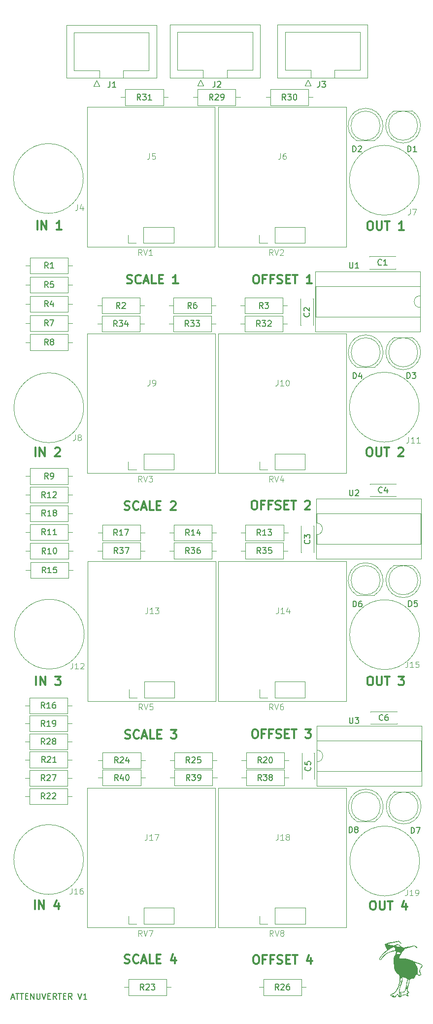
<source format=gbr>
%TF.GenerationSoftware,KiCad,Pcbnew,9.0.6*%
%TF.CreationDate,2026-01-20T20:27:34+11:00*%
%TF.ProjectId,attenuverter,61747465-6e75-4766-9572-7465722e6b69,rev?*%
%TF.SameCoordinates,Original*%
%TF.FileFunction,Legend,Top*%
%TF.FilePolarity,Positive*%
%FSLAX46Y46*%
G04 Gerber Fmt 4.6, Leading zero omitted, Abs format (unit mm)*
G04 Created by KiCad (PCBNEW 9.0.6) date 2026-01-20 20:27:34*
%MOMM*%
%LPD*%
G01*
G04 APERTURE LIST*
%ADD10C,0.300000*%
%ADD11C,0.150000*%
%ADD12C,0.100000*%
%ADD13C,0.120000*%
%ADD14C,0.000000*%
G04 APERTURE END LIST*
D10*
X25154510Y-132300828D02*
X25154510Y-130800828D01*
X25868796Y-132300828D02*
X25868796Y-130800828D01*
X25868796Y-130800828D02*
X26725939Y-132300828D01*
X26725939Y-132300828D02*
X26725939Y-130800828D01*
X28440225Y-130800828D02*
X29368797Y-130800828D01*
X29368797Y-130800828D02*
X28868797Y-131372257D01*
X28868797Y-131372257D02*
X29083082Y-131372257D01*
X29083082Y-131372257D02*
X29225940Y-131443685D01*
X29225940Y-131443685D02*
X29297368Y-131515114D01*
X29297368Y-131515114D02*
X29368797Y-131657971D01*
X29368797Y-131657971D02*
X29368797Y-132015114D01*
X29368797Y-132015114D02*
X29297368Y-132157971D01*
X29297368Y-132157971D02*
X29225940Y-132229400D01*
X29225940Y-132229400D02*
X29083082Y-132300828D01*
X29083082Y-132300828D02*
X28654511Y-132300828D01*
X28654511Y-132300828D02*
X28511654Y-132229400D01*
X28511654Y-132229400D02*
X28440225Y-132157971D01*
X40483082Y-141429400D02*
X40697368Y-141500828D01*
X40697368Y-141500828D02*
X41054510Y-141500828D01*
X41054510Y-141500828D02*
X41197368Y-141429400D01*
X41197368Y-141429400D02*
X41268796Y-141357971D01*
X41268796Y-141357971D02*
X41340225Y-141215114D01*
X41340225Y-141215114D02*
X41340225Y-141072257D01*
X41340225Y-141072257D02*
X41268796Y-140929400D01*
X41268796Y-140929400D02*
X41197368Y-140857971D01*
X41197368Y-140857971D02*
X41054510Y-140786542D01*
X41054510Y-140786542D02*
X40768796Y-140715114D01*
X40768796Y-140715114D02*
X40625939Y-140643685D01*
X40625939Y-140643685D02*
X40554510Y-140572257D01*
X40554510Y-140572257D02*
X40483082Y-140429400D01*
X40483082Y-140429400D02*
X40483082Y-140286542D01*
X40483082Y-140286542D02*
X40554510Y-140143685D01*
X40554510Y-140143685D02*
X40625939Y-140072257D01*
X40625939Y-140072257D02*
X40768796Y-140000828D01*
X40768796Y-140000828D02*
X41125939Y-140000828D01*
X41125939Y-140000828D02*
X41340225Y-140072257D01*
X42840224Y-141357971D02*
X42768796Y-141429400D01*
X42768796Y-141429400D02*
X42554510Y-141500828D01*
X42554510Y-141500828D02*
X42411653Y-141500828D01*
X42411653Y-141500828D02*
X42197367Y-141429400D01*
X42197367Y-141429400D02*
X42054510Y-141286542D01*
X42054510Y-141286542D02*
X41983081Y-141143685D01*
X41983081Y-141143685D02*
X41911653Y-140857971D01*
X41911653Y-140857971D02*
X41911653Y-140643685D01*
X41911653Y-140643685D02*
X41983081Y-140357971D01*
X41983081Y-140357971D02*
X42054510Y-140215114D01*
X42054510Y-140215114D02*
X42197367Y-140072257D01*
X42197367Y-140072257D02*
X42411653Y-140000828D01*
X42411653Y-140000828D02*
X42554510Y-140000828D01*
X42554510Y-140000828D02*
X42768796Y-140072257D01*
X42768796Y-140072257D02*
X42840224Y-140143685D01*
X43411653Y-141072257D02*
X44125939Y-141072257D01*
X43268796Y-141500828D02*
X43768796Y-140000828D01*
X43768796Y-140000828D02*
X44268796Y-141500828D01*
X45483081Y-141500828D02*
X44768795Y-141500828D01*
X44768795Y-141500828D02*
X44768795Y-140000828D01*
X45983081Y-140715114D02*
X46483081Y-140715114D01*
X46697367Y-141500828D02*
X45983081Y-141500828D01*
X45983081Y-141500828D02*
X45983081Y-140000828D01*
X45983081Y-140000828D02*
X46697367Y-140000828D01*
X48340224Y-140000828D02*
X49268796Y-140000828D01*
X49268796Y-140000828D02*
X48768796Y-140572257D01*
X48768796Y-140572257D02*
X48983081Y-140572257D01*
X48983081Y-140572257D02*
X49125939Y-140643685D01*
X49125939Y-140643685D02*
X49197367Y-140715114D01*
X49197367Y-140715114D02*
X49268796Y-140857971D01*
X49268796Y-140857971D02*
X49268796Y-141215114D01*
X49268796Y-141215114D02*
X49197367Y-141357971D01*
X49197367Y-141357971D02*
X49125939Y-141429400D01*
X49125939Y-141429400D02*
X48983081Y-141500828D01*
X48983081Y-141500828D02*
X48554510Y-141500828D01*
X48554510Y-141500828D02*
X48411653Y-141429400D01*
X48411653Y-141429400D02*
X48340224Y-141357971D01*
X82440225Y-130800828D02*
X82725939Y-130800828D01*
X82725939Y-130800828D02*
X82868796Y-130872257D01*
X82868796Y-130872257D02*
X83011653Y-131015114D01*
X83011653Y-131015114D02*
X83083082Y-131300828D01*
X83083082Y-131300828D02*
X83083082Y-131800828D01*
X83083082Y-131800828D02*
X83011653Y-132086542D01*
X83011653Y-132086542D02*
X82868796Y-132229400D01*
X82868796Y-132229400D02*
X82725939Y-132300828D01*
X82725939Y-132300828D02*
X82440225Y-132300828D01*
X82440225Y-132300828D02*
X82297368Y-132229400D01*
X82297368Y-132229400D02*
X82154510Y-132086542D01*
X82154510Y-132086542D02*
X82083082Y-131800828D01*
X82083082Y-131800828D02*
X82083082Y-131300828D01*
X82083082Y-131300828D02*
X82154510Y-131015114D01*
X82154510Y-131015114D02*
X82297368Y-130872257D01*
X82297368Y-130872257D02*
X82440225Y-130800828D01*
X83725939Y-130800828D02*
X83725939Y-132015114D01*
X83725939Y-132015114D02*
X83797368Y-132157971D01*
X83797368Y-132157971D02*
X83868797Y-132229400D01*
X83868797Y-132229400D02*
X84011654Y-132300828D01*
X84011654Y-132300828D02*
X84297368Y-132300828D01*
X84297368Y-132300828D02*
X84440225Y-132229400D01*
X84440225Y-132229400D02*
X84511654Y-132157971D01*
X84511654Y-132157971D02*
X84583082Y-132015114D01*
X84583082Y-132015114D02*
X84583082Y-130800828D01*
X85083083Y-130800828D02*
X85940226Y-130800828D01*
X85511654Y-132300828D02*
X85511654Y-130800828D01*
X87440225Y-130800828D02*
X88368797Y-130800828D01*
X88368797Y-130800828D02*
X87868797Y-131372257D01*
X87868797Y-131372257D02*
X88083082Y-131372257D01*
X88083082Y-131372257D02*
X88225940Y-131443685D01*
X88225940Y-131443685D02*
X88297368Y-131515114D01*
X88297368Y-131515114D02*
X88368797Y-131657971D01*
X88368797Y-131657971D02*
X88368797Y-132015114D01*
X88368797Y-132015114D02*
X88297368Y-132157971D01*
X88297368Y-132157971D02*
X88225940Y-132229400D01*
X88225940Y-132229400D02*
X88083082Y-132300828D01*
X88083082Y-132300828D02*
X87654511Y-132300828D01*
X87654511Y-132300828D02*
X87511654Y-132229400D01*
X87511654Y-132229400D02*
X87440225Y-132157971D01*
X62640225Y-139900828D02*
X62925939Y-139900828D01*
X62925939Y-139900828D02*
X63068796Y-139972257D01*
X63068796Y-139972257D02*
X63211653Y-140115114D01*
X63211653Y-140115114D02*
X63283082Y-140400828D01*
X63283082Y-140400828D02*
X63283082Y-140900828D01*
X63283082Y-140900828D02*
X63211653Y-141186542D01*
X63211653Y-141186542D02*
X63068796Y-141329400D01*
X63068796Y-141329400D02*
X62925939Y-141400828D01*
X62925939Y-141400828D02*
X62640225Y-141400828D01*
X62640225Y-141400828D02*
X62497368Y-141329400D01*
X62497368Y-141329400D02*
X62354510Y-141186542D01*
X62354510Y-141186542D02*
X62283082Y-140900828D01*
X62283082Y-140900828D02*
X62283082Y-140400828D01*
X62283082Y-140400828D02*
X62354510Y-140115114D01*
X62354510Y-140115114D02*
X62497368Y-139972257D01*
X62497368Y-139972257D02*
X62640225Y-139900828D01*
X64425939Y-140615114D02*
X63925939Y-140615114D01*
X63925939Y-141400828D02*
X63925939Y-139900828D01*
X63925939Y-139900828D02*
X64640225Y-139900828D01*
X65711653Y-140615114D02*
X65211653Y-140615114D01*
X65211653Y-141400828D02*
X65211653Y-139900828D01*
X65211653Y-139900828D02*
X65925939Y-139900828D01*
X66425939Y-141329400D02*
X66640225Y-141400828D01*
X66640225Y-141400828D02*
X66997367Y-141400828D01*
X66997367Y-141400828D02*
X67140225Y-141329400D01*
X67140225Y-141329400D02*
X67211653Y-141257971D01*
X67211653Y-141257971D02*
X67283082Y-141115114D01*
X67283082Y-141115114D02*
X67283082Y-140972257D01*
X67283082Y-140972257D02*
X67211653Y-140829400D01*
X67211653Y-140829400D02*
X67140225Y-140757971D01*
X67140225Y-140757971D02*
X66997367Y-140686542D01*
X66997367Y-140686542D02*
X66711653Y-140615114D01*
X66711653Y-140615114D02*
X66568796Y-140543685D01*
X66568796Y-140543685D02*
X66497367Y-140472257D01*
X66497367Y-140472257D02*
X66425939Y-140329400D01*
X66425939Y-140329400D02*
X66425939Y-140186542D01*
X66425939Y-140186542D02*
X66497367Y-140043685D01*
X66497367Y-140043685D02*
X66568796Y-139972257D01*
X66568796Y-139972257D02*
X66711653Y-139900828D01*
X66711653Y-139900828D02*
X67068796Y-139900828D01*
X67068796Y-139900828D02*
X67283082Y-139972257D01*
X67925938Y-140615114D02*
X68425938Y-140615114D01*
X68640224Y-141400828D02*
X67925938Y-141400828D01*
X67925938Y-141400828D02*
X67925938Y-139900828D01*
X67925938Y-139900828D02*
X68640224Y-139900828D01*
X69068796Y-139900828D02*
X69925939Y-139900828D01*
X69497367Y-141400828D02*
X69497367Y-139900828D01*
X71425938Y-139900828D02*
X72354510Y-139900828D01*
X72354510Y-139900828D02*
X71854510Y-140472257D01*
X71854510Y-140472257D02*
X72068795Y-140472257D01*
X72068795Y-140472257D02*
X72211653Y-140543685D01*
X72211653Y-140543685D02*
X72283081Y-140615114D01*
X72283081Y-140615114D02*
X72354510Y-140757971D01*
X72354510Y-140757971D02*
X72354510Y-141115114D01*
X72354510Y-141115114D02*
X72283081Y-141257971D01*
X72283081Y-141257971D02*
X72211653Y-141329400D01*
X72211653Y-141329400D02*
X72068795Y-141400828D01*
X72068795Y-141400828D02*
X71640224Y-141400828D01*
X71640224Y-141400828D02*
X71497367Y-141329400D01*
X71497367Y-141329400D02*
X71425938Y-141257971D01*
X25054510Y-93000828D02*
X25054510Y-91500828D01*
X25768796Y-93000828D02*
X25768796Y-91500828D01*
X25768796Y-91500828D02*
X26625939Y-93000828D01*
X26625939Y-93000828D02*
X26625939Y-91500828D01*
X28411654Y-91643685D02*
X28483082Y-91572257D01*
X28483082Y-91572257D02*
X28625940Y-91500828D01*
X28625940Y-91500828D02*
X28983082Y-91500828D01*
X28983082Y-91500828D02*
X29125940Y-91572257D01*
X29125940Y-91572257D02*
X29197368Y-91643685D01*
X29197368Y-91643685D02*
X29268797Y-91786542D01*
X29268797Y-91786542D02*
X29268797Y-91929400D01*
X29268797Y-91929400D02*
X29197368Y-92143685D01*
X29197368Y-92143685D02*
X28340225Y-93000828D01*
X28340225Y-93000828D02*
X29268797Y-93000828D01*
X40383082Y-102129400D02*
X40597368Y-102200828D01*
X40597368Y-102200828D02*
X40954510Y-102200828D01*
X40954510Y-102200828D02*
X41097368Y-102129400D01*
X41097368Y-102129400D02*
X41168796Y-102057971D01*
X41168796Y-102057971D02*
X41240225Y-101915114D01*
X41240225Y-101915114D02*
X41240225Y-101772257D01*
X41240225Y-101772257D02*
X41168796Y-101629400D01*
X41168796Y-101629400D02*
X41097368Y-101557971D01*
X41097368Y-101557971D02*
X40954510Y-101486542D01*
X40954510Y-101486542D02*
X40668796Y-101415114D01*
X40668796Y-101415114D02*
X40525939Y-101343685D01*
X40525939Y-101343685D02*
X40454510Y-101272257D01*
X40454510Y-101272257D02*
X40383082Y-101129400D01*
X40383082Y-101129400D02*
X40383082Y-100986542D01*
X40383082Y-100986542D02*
X40454510Y-100843685D01*
X40454510Y-100843685D02*
X40525939Y-100772257D01*
X40525939Y-100772257D02*
X40668796Y-100700828D01*
X40668796Y-100700828D02*
X41025939Y-100700828D01*
X41025939Y-100700828D02*
X41240225Y-100772257D01*
X42740224Y-102057971D02*
X42668796Y-102129400D01*
X42668796Y-102129400D02*
X42454510Y-102200828D01*
X42454510Y-102200828D02*
X42311653Y-102200828D01*
X42311653Y-102200828D02*
X42097367Y-102129400D01*
X42097367Y-102129400D02*
X41954510Y-101986542D01*
X41954510Y-101986542D02*
X41883081Y-101843685D01*
X41883081Y-101843685D02*
X41811653Y-101557971D01*
X41811653Y-101557971D02*
X41811653Y-101343685D01*
X41811653Y-101343685D02*
X41883081Y-101057971D01*
X41883081Y-101057971D02*
X41954510Y-100915114D01*
X41954510Y-100915114D02*
X42097367Y-100772257D01*
X42097367Y-100772257D02*
X42311653Y-100700828D01*
X42311653Y-100700828D02*
X42454510Y-100700828D01*
X42454510Y-100700828D02*
X42668796Y-100772257D01*
X42668796Y-100772257D02*
X42740224Y-100843685D01*
X43311653Y-101772257D02*
X44025939Y-101772257D01*
X43168796Y-102200828D02*
X43668796Y-100700828D01*
X43668796Y-100700828D02*
X44168796Y-102200828D01*
X45383081Y-102200828D02*
X44668795Y-102200828D01*
X44668795Y-102200828D02*
X44668795Y-100700828D01*
X45883081Y-101415114D02*
X46383081Y-101415114D01*
X46597367Y-102200828D02*
X45883081Y-102200828D01*
X45883081Y-102200828D02*
X45883081Y-100700828D01*
X45883081Y-100700828D02*
X46597367Y-100700828D01*
X48311653Y-100843685D02*
X48383081Y-100772257D01*
X48383081Y-100772257D02*
X48525939Y-100700828D01*
X48525939Y-100700828D02*
X48883081Y-100700828D01*
X48883081Y-100700828D02*
X49025939Y-100772257D01*
X49025939Y-100772257D02*
X49097367Y-100843685D01*
X49097367Y-100843685D02*
X49168796Y-100986542D01*
X49168796Y-100986542D02*
X49168796Y-101129400D01*
X49168796Y-101129400D02*
X49097367Y-101343685D01*
X49097367Y-101343685D02*
X48240224Y-102200828D01*
X48240224Y-102200828D02*
X49168796Y-102200828D01*
X82340225Y-91500828D02*
X82625939Y-91500828D01*
X82625939Y-91500828D02*
X82768796Y-91572257D01*
X82768796Y-91572257D02*
X82911653Y-91715114D01*
X82911653Y-91715114D02*
X82983082Y-92000828D01*
X82983082Y-92000828D02*
X82983082Y-92500828D01*
X82983082Y-92500828D02*
X82911653Y-92786542D01*
X82911653Y-92786542D02*
X82768796Y-92929400D01*
X82768796Y-92929400D02*
X82625939Y-93000828D01*
X82625939Y-93000828D02*
X82340225Y-93000828D01*
X82340225Y-93000828D02*
X82197368Y-92929400D01*
X82197368Y-92929400D02*
X82054510Y-92786542D01*
X82054510Y-92786542D02*
X81983082Y-92500828D01*
X81983082Y-92500828D02*
X81983082Y-92000828D01*
X81983082Y-92000828D02*
X82054510Y-91715114D01*
X82054510Y-91715114D02*
X82197368Y-91572257D01*
X82197368Y-91572257D02*
X82340225Y-91500828D01*
X83625939Y-91500828D02*
X83625939Y-92715114D01*
X83625939Y-92715114D02*
X83697368Y-92857971D01*
X83697368Y-92857971D02*
X83768797Y-92929400D01*
X83768797Y-92929400D02*
X83911654Y-93000828D01*
X83911654Y-93000828D02*
X84197368Y-93000828D01*
X84197368Y-93000828D02*
X84340225Y-92929400D01*
X84340225Y-92929400D02*
X84411654Y-92857971D01*
X84411654Y-92857971D02*
X84483082Y-92715114D01*
X84483082Y-92715114D02*
X84483082Y-91500828D01*
X84983083Y-91500828D02*
X85840226Y-91500828D01*
X85411654Y-93000828D02*
X85411654Y-91500828D01*
X87411654Y-91643685D02*
X87483082Y-91572257D01*
X87483082Y-91572257D02*
X87625940Y-91500828D01*
X87625940Y-91500828D02*
X87983082Y-91500828D01*
X87983082Y-91500828D02*
X88125940Y-91572257D01*
X88125940Y-91572257D02*
X88197368Y-91643685D01*
X88197368Y-91643685D02*
X88268797Y-91786542D01*
X88268797Y-91786542D02*
X88268797Y-91929400D01*
X88268797Y-91929400D02*
X88197368Y-92143685D01*
X88197368Y-92143685D02*
X87340225Y-93000828D01*
X87340225Y-93000828D02*
X88268797Y-93000828D01*
X62540225Y-100600828D02*
X62825939Y-100600828D01*
X62825939Y-100600828D02*
X62968796Y-100672257D01*
X62968796Y-100672257D02*
X63111653Y-100815114D01*
X63111653Y-100815114D02*
X63183082Y-101100828D01*
X63183082Y-101100828D02*
X63183082Y-101600828D01*
X63183082Y-101600828D02*
X63111653Y-101886542D01*
X63111653Y-101886542D02*
X62968796Y-102029400D01*
X62968796Y-102029400D02*
X62825939Y-102100828D01*
X62825939Y-102100828D02*
X62540225Y-102100828D01*
X62540225Y-102100828D02*
X62397368Y-102029400D01*
X62397368Y-102029400D02*
X62254510Y-101886542D01*
X62254510Y-101886542D02*
X62183082Y-101600828D01*
X62183082Y-101600828D02*
X62183082Y-101100828D01*
X62183082Y-101100828D02*
X62254510Y-100815114D01*
X62254510Y-100815114D02*
X62397368Y-100672257D01*
X62397368Y-100672257D02*
X62540225Y-100600828D01*
X64325939Y-101315114D02*
X63825939Y-101315114D01*
X63825939Y-102100828D02*
X63825939Y-100600828D01*
X63825939Y-100600828D02*
X64540225Y-100600828D01*
X65611653Y-101315114D02*
X65111653Y-101315114D01*
X65111653Y-102100828D02*
X65111653Y-100600828D01*
X65111653Y-100600828D02*
X65825939Y-100600828D01*
X66325939Y-102029400D02*
X66540225Y-102100828D01*
X66540225Y-102100828D02*
X66897367Y-102100828D01*
X66897367Y-102100828D02*
X67040225Y-102029400D01*
X67040225Y-102029400D02*
X67111653Y-101957971D01*
X67111653Y-101957971D02*
X67183082Y-101815114D01*
X67183082Y-101815114D02*
X67183082Y-101672257D01*
X67183082Y-101672257D02*
X67111653Y-101529400D01*
X67111653Y-101529400D02*
X67040225Y-101457971D01*
X67040225Y-101457971D02*
X66897367Y-101386542D01*
X66897367Y-101386542D02*
X66611653Y-101315114D01*
X66611653Y-101315114D02*
X66468796Y-101243685D01*
X66468796Y-101243685D02*
X66397367Y-101172257D01*
X66397367Y-101172257D02*
X66325939Y-101029400D01*
X66325939Y-101029400D02*
X66325939Y-100886542D01*
X66325939Y-100886542D02*
X66397367Y-100743685D01*
X66397367Y-100743685D02*
X66468796Y-100672257D01*
X66468796Y-100672257D02*
X66611653Y-100600828D01*
X66611653Y-100600828D02*
X66968796Y-100600828D01*
X66968796Y-100600828D02*
X67183082Y-100672257D01*
X67825938Y-101315114D02*
X68325938Y-101315114D01*
X68540224Y-102100828D02*
X67825938Y-102100828D01*
X67825938Y-102100828D02*
X67825938Y-100600828D01*
X67825938Y-100600828D02*
X68540224Y-100600828D01*
X68968796Y-100600828D02*
X69825939Y-100600828D01*
X69397367Y-102100828D02*
X69397367Y-100600828D01*
X71397367Y-100743685D02*
X71468795Y-100672257D01*
X71468795Y-100672257D02*
X71611653Y-100600828D01*
X71611653Y-100600828D02*
X71968795Y-100600828D01*
X71968795Y-100600828D02*
X72111653Y-100672257D01*
X72111653Y-100672257D02*
X72183081Y-100743685D01*
X72183081Y-100743685D02*
X72254510Y-100886542D01*
X72254510Y-100886542D02*
X72254510Y-101029400D01*
X72254510Y-101029400D02*
X72183081Y-101243685D01*
X72183081Y-101243685D02*
X71325938Y-102100828D01*
X71325938Y-102100828D02*
X72254510Y-102100828D01*
X25354510Y-54000828D02*
X25354510Y-52500828D01*
X26068796Y-54000828D02*
X26068796Y-52500828D01*
X26068796Y-52500828D02*
X26925939Y-54000828D01*
X26925939Y-54000828D02*
X26925939Y-52500828D01*
X29568797Y-54000828D02*
X28711654Y-54000828D01*
X29140225Y-54000828D02*
X29140225Y-52500828D01*
X29140225Y-52500828D02*
X28997368Y-52715114D01*
X28997368Y-52715114D02*
X28854511Y-52857971D01*
X28854511Y-52857971D02*
X28711654Y-52929400D01*
X82440225Y-52600828D02*
X82725939Y-52600828D01*
X82725939Y-52600828D02*
X82868796Y-52672257D01*
X82868796Y-52672257D02*
X83011653Y-52815114D01*
X83011653Y-52815114D02*
X83083082Y-53100828D01*
X83083082Y-53100828D02*
X83083082Y-53600828D01*
X83083082Y-53600828D02*
X83011653Y-53886542D01*
X83011653Y-53886542D02*
X82868796Y-54029400D01*
X82868796Y-54029400D02*
X82725939Y-54100828D01*
X82725939Y-54100828D02*
X82440225Y-54100828D01*
X82440225Y-54100828D02*
X82297368Y-54029400D01*
X82297368Y-54029400D02*
X82154510Y-53886542D01*
X82154510Y-53886542D02*
X82083082Y-53600828D01*
X82083082Y-53600828D02*
X82083082Y-53100828D01*
X82083082Y-53100828D02*
X82154510Y-52815114D01*
X82154510Y-52815114D02*
X82297368Y-52672257D01*
X82297368Y-52672257D02*
X82440225Y-52600828D01*
X83725939Y-52600828D02*
X83725939Y-53815114D01*
X83725939Y-53815114D02*
X83797368Y-53957971D01*
X83797368Y-53957971D02*
X83868797Y-54029400D01*
X83868797Y-54029400D02*
X84011654Y-54100828D01*
X84011654Y-54100828D02*
X84297368Y-54100828D01*
X84297368Y-54100828D02*
X84440225Y-54029400D01*
X84440225Y-54029400D02*
X84511654Y-53957971D01*
X84511654Y-53957971D02*
X84583082Y-53815114D01*
X84583082Y-53815114D02*
X84583082Y-52600828D01*
X85083083Y-52600828D02*
X85940226Y-52600828D01*
X85511654Y-54100828D02*
X85511654Y-52600828D01*
X88368797Y-54100828D02*
X87511654Y-54100828D01*
X87940225Y-54100828D02*
X87940225Y-52600828D01*
X87940225Y-52600828D02*
X87797368Y-52815114D01*
X87797368Y-52815114D02*
X87654511Y-52957971D01*
X87654511Y-52957971D02*
X87511654Y-53029400D01*
X40783082Y-63229400D02*
X40997368Y-63300828D01*
X40997368Y-63300828D02*
X41354510Y-63300828D01*
X41354510Y-63300828D02*
X41497368Y-63229400D01*
X41497368Y-63229400D02*
X41568796Y-63157971D01*
X41568796Y-63157971D02*
X41640225Y-63015114D01*
X41640225Y-63015114D02*
X41640225Y-62872257D01*
X41640225Y-62872257D02*
X41568796Y-62729400D01*
X41568796Y-62729400D02*
X41497368Y-62657971D01*
X41497368Y-62657971D02*
X41354510Y-62586542D01*
X41354510Y-62586542D02*
X41068796Y-62515114D01*
X41068796Y-62515114D02*
X40925939Y-62443685D01*
X40925939Y-62443685D02*
X40854510Y-62372257D01*
X40854510Y-62372257D02*
X40783082Y-62229400D01*
X40783082Y-62229400D02*
X40783082Y-62086542D01*
X40783082Y-62086542D02*
X40854510Y-61943685D01*
X40854510Y-61943685D02*
X40925939Y-61872257D01*
X40925939Y-61872257D02*
X41068796Y-61800828D01*
X41068796Y-61800828D02*
X41425939Y-61800828D01*
X41425939Y-61800828D02*
X41640225Y-61872257D01*
X43140224Y-63157971D02*
X43068796Y-63229400D01*
X43068796Y-63229400D02*
X42854510Y-63300828D01*
X42854510Y-63300828D02*
X42711653Y-63300828D01*
X42711653Y-63300828D02*
X42497367Y-63229400D01*
X42497367Y-63229400D02*
X42354510Y-63086542D01*
X42354510Y-63086542D02*
X42283081Y-62943685D01*
X42283081Y-62943685D02*
X42211653Y-62657971D01*
X42211653Y-62657971D02*
X42211653Y-62443685D01*
X42211653Y-62443685D02*
X42283081Y-62157971D01*
X42283081Y-62157971D02*
X42354510Y-62015114D01*
X42354510Y-62015114D02*
X42497367Y-61872257D01*
X42497367Y-61872257D02*
X42711653Y-61800828D01*
X42711653Y-61800828D02*
X42854510Y-61800828D01*
X42854510Y-61800828D02*
X43068796Y-61872257D01*
X43068796Y-61872257D02*
X43140224Y-61943685D01*
X43711653Y-62872257D02*
X44425939Y-62872257D01*
X43568796Y-63300828D02*
X44068796Y-61800828D01*
X44068796Y-61800828D02*
X44568796Y-63300828D01*
X45783081Y-63300828D02*
X45068795Y-63300828D01*
X45068795Y-63300828D02*
X45068795Y-61800828D01*
X46283081Y-62515114D02*
X46783081Y-62515114D01*
X46997367Y-63300828D02*
X46283081Y-63300828D01*
X46283081Y-63300828D02*
X46283081Y-61800828D01*
X46283081Y-61800828D02*
X46997367Y-61800828D01*
X49568796Y-63300828D02*
X48711653Y-63300828D01*
X49140224Y-63300828D02*
X49140224Y-61800828D01*
X49140224Y-61800828D02*
X48997367Y-62015114D01*
X48997367Y-62015114D02*
X48854510Y-62157971D01*
X48854510Y-62157971D02*
X48711653Y-62229400D01*
X62840225Y-61800828D02*
X63125939Y-61800828D01*
X63125939Y-61800828D02*
X63268796Y-61872257D01*
X63268796Y-61872257D02*
X63411653Y-62015114D01*
X63411653Y-62015114D02*
X63483082Y-62300828D01*
X63483082Y-62300828D02*
X63483082Y-62800828D01*
X63483082Y-62800828D02*
X63411653Y-63086542D01*
X63411653Y-63086542D02*
X63268796Y-63229400D01*
X63268796Y-63229400D02*
X63125939Y-63300828D01*
X63125939Y-63300828D02*
X62840225Y-63300828D01*
X62840225Y-63300828D02*
X62697368Y-63229400D01*
X62697368Y-63229400D02*
X62554510Y-63086542D01*
X62554510Y-63086542D02*
X62483082Y-62800828D01*
X62483082Y-62800828D02*
X62483082Y-62300828D01*
X62483082Y-62300828D02*
X62554510Y-62015114D01*
X62554510Y-62015114D02*
X62697368Y-61872257D01*
X62697368Y-61872257D02*
X62840225Y-61800828D01*
X64625939Y-62515114D02*
X64125939Y-62515114D01*
X64125939Y-63300828D02*
X64125939Y-61800828D01*
X64125939Y-61800828D02*
X64840225Y-61800828D01*
X65911653Y-62515114D02*
X65411653Y-62515114D01*
X65411653Y-63300828D02*
X65411653Y-61800828D01*
X65411653Y-61800828D02*
X66125939Y-61800828D01*
X66625939Y-63229400D02*
X66840225Y-63300828D01*
X66840225Y-63300828D02*
X67197367Y-63300828D01*
X67197367Y-63300828D02*
X67340225Y-63229400D01*
X67340225Y-63229400D02*
X67411653Y-63157971D01*
X67411653Y-63157971D02*
X67483082Y-63015114D01*
X67483082Y-63015114D02*
X67483082Y-62872257D01*
X67483082Y-62872257D02*
X67411653Y-62729400D01*
X67411653Y-62729400D02*
X67340225Y-62657971D01*
X67340225Y-62657971D02*
X67197367Y-62586542D01*
X67197367Y-62586542D02*
X66911653Y-62515114D01*
X66911653Y-62515114D02*
X66768796Y-62443685D01*
X66768796Y-62443685D02*
X66697367Y-62372257D01*
X66697367Y-62372257D02*
X66625939Y-62229400D01*
X66625939Y-62229400D02*
X66625939Y-62086542D01*
X66625939Y-62086542D02*
X66697367Y-61943685D01*
X66697367Y-61943685D02*
X66768796Y-61872257D01*
X66768796Y-61872257D02*
X66911653Y-61800828D01*
X66911653Y-61800828D02*
X67268796Y-61800828D01*
X67268796Y-61800828D02*
X67483082Y-61872257D01*
X68125938Y-62515114D02*
X68625938Y-62515114D01*
X68840224Y-63300828D02*
X68125938Y-63300828D01*
X68125938Y-63300828D02*
X68125938Y-61800828D01*
X68125938Y-61800828D02*
X68840224Y-61800828D01*
X69268796Y-61800828D02*
X70125939Y-61800828D01*
X69697367Y-63300828D02*
X69697367Y-61800828D01*
X72554510Y-63300828D02*
X71697367Y-63300828D01*
X72125938Y-63300828D02*
X72125938Y-61800828D01*
X72125938Y-61800828D02*
X71983081Y-62015114D01*
X71983081Y-62015114D02*
X71840224Y-62157971D01*
X71840224Y-62157971D02*
X71697367Y-62229400D01*
X40383082Y-180029400D02*
X40597368Y-180100828D01*
X40597368Y-180100828D02*
X40954510Y-180100828D01*
X40954510Y-180100828D02*
X41097368Y-180029400D01*
X41097368Y-180029400D02*
X41168796Y-179957971D01*
X41168796Y-179957971D02*
X41240225Y-179815114D01*
X41240225Y-179815114D02*
X41240225Y-179672257D01*
X41240225Y-179672257D02*
X41168796Y-179529400D01*
X41168796Y-179529400D02*
X41097368Y-179457971D01*
X41097368Y-179457971D02*
X40954510Y-179386542D01*
X40954510Y-179386542D02*
X40668796Y-179315114D01*
X40668796Y-179315114D02*
X40525939Y-179243685D01*
X40525939Y-179243685D02*
X40454510Y-179172257D01*
X40454510Y-179172257D02*
X40383082Y-179029400D01*
X40383082Y-179029400D02*
X40383082Y-178886542D01*
X40383082Y-178886542D02*
X40454510Y-178743685D01*
X40454510Y-178743685D02*
X40525939Y-178672257D01*
X40525939Y-178672257D02*
X40668796Y-178600828D01*
X40668796Y-178600828D02*
X41025939Y-178600828D01*
X41025939Y-178600828D02*
X41240225Y-178672257D01*
X42740224Y-179957971D02*
X42668796Y-180029400D01*
X42668796Y-180029400D02*
X42454510Y-180100828D01*
X42454510Y-180100828D02*
X42311653Y-180100828D01*
X42311653Y-180100828D02*
X42097367Y-180029400D01*
X42097367Y-180029400D02*
X41954510Y-179886542D01*
X41954510Y-179886542D02*
X41883081Y-179743685D01*
X41883081Y-179743685D02*
X41811653Y-179457971D01*
X41811653Y-179457971D02*
X41811653Y-179243685D01*
X41811653Y-179243685D02*
X41883081Y-178957971D01*
X41883081Y-178957971D02*
X41954510Y-178815114D01*
X41954510Y-178815114D02*
X42097367Y-178672257D01*
X42097367Y-178672257D02*
X42311653Y-178600828D01*
X42311653Y-178600828D02*
X42454510Y-178600828D01*
X42454510Y-178600828D02*
X42668796Y-178672257D01*
X42668796Y-178672257D02*
X42740224Y-178743685D01*
X43311653Y-179672257D02*
X44025939Y-179672257D01*
X43168796Y-180100828D02*
X43668796Y-178600828D01*
X43668796Y-178600828D02*
X44168796Y-180100828D01*
X45383081Y-180100828D02*
X44668795Y-180100828D01*
X44668795Y-180100828D02*
X44668795Y-178600828D01*
X45883081Y-179315114D02*
X46383081Y-179315114D01*
X46597367Y-180100828D02*
X45883081Y-180100828D01*
X45883081Y-180100828D02*
X45883081Y-178600828D01*
X45883081Y-178600828D02*
X46597367Y-178600828D01*
X49025939Y-179100828D02*
X49025939Y-180100828D01*
X48668796Y-178529400D02*
X48311653Y-179600828D01*
X48311653Y-179600828D02*
X49240224Y-179600828D01*
X82940225Y-169400828D02*
X83225939Y-169400828D01*
X83225939Y-169400828D02*
X83368796Y-169472257D01*
X83368796Y-169472257D02*
X83511653Y-169615114D01*
X83511653Y-169615114D02*
X83583082Y-169900828D01*
X83583082Y-169900828D02*
X83583082Y-170400828D01*
X83583082Y-170400828D02*
X83511653Y-170686542D01*
X83511653Y-170686542D02*
X83368796Y-170829400D01*
X83368796Y-170829400D02*
X83225939Y-170900828D01*
X83225939Y-170900828D02*
X82940225Y-170900828D01*
X82940225Y-170900828D02*
X82797368Y-170829400D01*
X82797368Y-170829400D02*
X82654510Y-170686542D01*
X82654510Y-170686542D02*
X82583082Y-170400828D01*
X82583082Y-170400828D02*
X82583082Y-169900828D01*
X82583082Y-169900828D02*
X82654510Y-169615114D01*
X82654510Y-169615114D02*
X82797368Y-169472257D01*
X82797368Y-169472257D02*
X82940225Y-169400828D01*
X84225939Y-169400828D02*
X84225939Y-170615114D01*
X84225939Y-170615114D02*
X84297368Y-170757971D01*
X84297368Y-170757971D02*
X84368797Y-170829400D01*
X84368797Y-170829400D02*
X84511654Y-170900828D01*
X84511654Y-170900828D02*
X84797368Y-170900828D01*
X84797368Y-170900828D02*
X84940225Y-170829400D01*
X84940225Y-170829400D02*
X85011654Y-170757971D01*
X85011654Y-170757971D02*
X85083082Y-170615114D01*
X85083082Y-170615114D02*
X85083082Y-169400828D01*
X85583083Y-169400828D02*
X86440226Y-169400828D01*
X86011654Y-170900828D02*
X86011654Y-169400828D01*
X88725940Y-169900828D02*
X88725940Y-170900828D01*
X88368797Y-169329400D02*
X88011654Y-170400828D01*
X88011654Y-170400828D02*
X88940225Y-170400828D01*
X62840225Y-178700828D02*
X63125939Y-178700828D01*
X63125939Y-178700828D02*
X63268796Y-178772257D01*
X63268796Y-178772257D02*
X63411653Y-178915114D01*
X63411653Y-178915114D02*
X63483082Y-179200828D01*
X63483082Y-179200828D02*
X63483082Y-179700828D01*
X63483082Y-179700828D02*
X63411653Y-179986542D01*
X63411653Y-179986542D02*
X63268796Y-180129400D01*
X63268796Y-180129400D02*
X63125939Y-180200828D01*
X63125939Y-180200828D02*
X62840225Y-180200828D01*
X62840225Y-180200828D02*
X62697368Y-180129400D01*
X62697368Y-180129400D02*
X62554510Y-179986542D01*
X62554510Y-179986542D02*
X62483082Y-179700828D01*
X62483082Y-179700828D02*
X62483082Y-179200828D01*
X62483082Y-179200828D02*
X62554510Y-178915114D01*
X62554510Y-178915114D02*
X62697368Y-178772257D01*
X62697368Y-178772257D02*
X62840225Y-178700828D01*
X64625939Y-179415114D02*
X64125939Y-179415114D01*
X64125939Y-180200828D02*
X64125939Y-178700828D01*
X64125939Y-178700828D02*
X64840225Y-178700828D01*
X65911653Y-179415114D02*
X65411653Y-179415114D01*
X65411653Y-180200828D02*
X65411653Y-178700828D01*
X65411653Y-178700828D02*
X66125939Y-178700828D01*
X66625939Y-180129400D02*
X66840225Y-180200828D01*
X66840225Y-180200828D02*
X67197367Y-180200828D01*
X67197367Y-180200828D02*
X67340225Y-180129400D01*
X67340225Y-180129400D02*
X67411653Y-180057971D01*
X67411653Y-180057971D02*
X67483082Y-179915114D01*
X67483082Y-179915114D02*
X67483082Y-179772257D01*
X67483082Y-179772257D02*
X67411653Y-179629400D01*
X67411653Y-179629400D02*
X67340225Y-179557971D01*
X67340225Y-179557971D02*
X67197367Y-179486542D01*
X67197367Y-179486542D02*
X66911653Y-179415114D01*
X66911653Y-179415114D02*
X66768796Y-179343685D01*
X66768796Y-179343685D02*
X66697367Y-179272257D01*
X66697367Y-179272257D02*
X66625939Y-179129400D01*
X66625939Y-179129400D02*
X66625939Y-178986542D01*
X66625939Y-178986542D02*
X66697367Y-178843685D01*
X66697367Y-178843685D02*
X66768796Y-178772257D01*
X66768796Y-178772257D02*
X66911653Y-178700828D01*
X66911653Y-178700828D02*
X67268796Y-178700828D01*
X67268796Y-178700828D02*
X67483082Y-178772257D01*
X68125938Y-179415114D02*
X68625938Y-179415114D01*
X68840224Y-180200828D02*
X68125938Y-180200828D01*
X68125938Y-180200828D02*
X68125938Y-178700828D01*
X68125938Y-178700828D02*
X68840224Y-178700828D01*
X69268796Y-178700828D02*
X70125939Y-178700828D01*
X69697367Y-180200828D02*
X69697367Y-178700828D01*
X72411653Y-179200828D02*
X72411653Y-180200828D01*
X72054510Y-178629400D02*
X71697367Y-179700828D01*
X71697367Y-179700828D02*
X72625938Y-179700828D01*
X24954510Y-170800828D02*
X24954510Y-169300828D01*
X25668796Y-170800828D02*
X25668796Y-169300828D01*
X25668796Y-169300828D02*
X26525939Y-170800828D01*
X26525939Y-170800828D02*
X26525939Y-169300828D01*
X29025940Y-169800828D02*
X29025940Y-170800828D01*
X28668797Y-169229400D02*
X28311654Y-170300828D01*
X28311654Y-170300828D02*
X29240225Y-170300828D01*
D11*
X20899999Y-185969104D02*
X21376189Y-185969104D01*
X20804761Y-186254819D02*
X21138094Y-185254819D01*
X21138094Y-185254819D02*
X21471427Y-186254819D01*
X21661904Y-185254819D02*
X22233332Y-185254819D01*
X21947618Y-186254819D02*
X21947618Y-185254819D01*
X22423809Y-185254819D02*
X22995237Y-185254819D01*
X22709523Y-186254819D02*
X22709523Y-185254819D01*
X23328571Y-185731009D02*
X23661904Y-185731009D01*
X23804761Y-186254819D02*
X23328571Y-186254819D01*
X23328571Y-186254819D02*
X23328571Y-185254819D01*
X23328571Y-185254819D02*
X23804761Y-185254819D01*
X24233333Y-186254819D02*
X24233333Y-185254819D01*
X24233333Y-185254819D02*
X24804761Y-186254819D01*
X24804761Y-186254819D02*
X24804761Y-185254819D01*
X25280952Y-185254819D02*
X25280952Y-186064342D01*
X25280952Y-186064342D02*
X25328571Y-186159580D01*
X25328571Y-186159580D02*
X25376190Y-186207200D01*
X25376190Y-186207200D02*
X25471428Y-186254819D01*
X25471428Y-186254819D02*
X25661904Y-186254819D01*
X25661904Y-186254819D02*
X25757142Y-186207200D01*
X25757142Y-186207200D02*
X25804761Y-186159580D01*
X25804761Y-186159580D02*
X25852380Y-186064342D01*
X25852380Y-186064342D02*
X25852380Y-185254819D01*
X26185714Y-185254819D02*
X26519047Y-186254819D01*
X26519047Y-186254819D02*
X26852380Y-185254819D01*
X27185714Y-185731009D02*
X27519047Y-185731009D01*
X27661904Y-186254819D02*
X27185714Y-186254819D01*
X27185714Y-186254819D02*
X27185714Y-185254819D01*
X27185714Y-185254819D02*
X27661904Y-185254819D01*
X28661904Y-186254819D02*
X28328571Y-185778628D01*
X28090476Y-186254819D02*
X28090476Y-185254819D01*
X28090476Y-185254819D02*
X28471428Y-185254819D01*
X28471428Y-185254819D02*
X28566666Y-185302438D01*
X28566666Y-185302438D02*
X28614285Y-185350057D01*
X28614285Y-185350057D02*
X28661904Y-185445295D01*
X28661904Y-185445295D02*
X28661904Y-185588152D01*
X28661904Y-185588152D02*
X28614285Y-185683390D01*
X28614285Y-185683390D02*
X28566666Y-185731009D01*
X28566666Y-185731009D02*
X28471428Y-185778628D01*
X28471428Y-185778628D02*
X28090476Y-185778628D01*
X28947619Y-185254819D02*
X29519047Y-185254819D01*
X29233333Y-186254819D02*
X29233333Y-185254819D01*
X29852381Y-185731009D02*
X30185714Y-185731009D01*
X30328571Y-186254819D02*
X29852381Y-186254819D01*
X29852381Y-186254819D02*
X29852381Y-185254819D01*
X29852381Y-185254819D02*
X30328571Y-185254819D01*
X31328571Y-186254819D02*
X30995238Y-185778628D01*
X30757143Y-186254819D02*
X30757143Y-185254819D01*
X30757143Y-185254819D02*
X31138095Y-185254819D01*
X31138095Y-185254819D02*
X31233333Y-185302438D01*
X31233333Y-185302438D02*
X31280952Y-185350057D01*
X31280952Y-185350057D02*
X31328571Y-185445295D01*
X31328571Y-185445295D02*
X31328571Y-185588152D01*
X31328571Y-185588152D02*
X31280952Y-185683390D01*
X31280952Y-185683390D02*
X31233333Y-185731009D01*
X31233333Y-185731009D02*
X31138095Y-185778628D01*
X31138095Y-185778628D02*
X30757143Y-185778628D01*
X32376191Y-185254819D02*
X32709524Y-186254819D01*
X32709524Y-186254819D02*
X33042857Y-185254819D01*
X33900000Y-186254819D02*
X33328572Y-186254819D01*
X33614286Y-186254819D02*
X33614286Y-185254819D01*
X33614286Y-185254819D02*
X33519048Y-185397676D01*
X33519048Y-185397676D02*
X33423810Y-185492914D01*
X33423810Y-185492914D02*
X33328572Y-185540533D01*
X26637142Y-136254819D02*
X26303809Y-135778628D01*
X26065714Y-136254819D02*
X26065714Y-135254819D01*
X26065714Y-135254819D02*
X26446666Y-135254819D01*
X26446666Y-135254819D02*
X26541904Y-135302438D01*
X26541904Y-135302438D02*
X26589523Y-135350057D01*
X26589523Y-135350057D02*
X26637142Y-135445295D01*
X26637142Y-135445295D02*
X26637142Y-135588152D01*
X26637142Y-135588152D02*
X26589523Y-135683390D01*
X26589523Y-135683390D02*
X26541904Y-135731009D01*
X26541904Y-135731009D02*
X26446666Y-135778628D01*
X26446666Y-135778628D02*
X26065714Y-135778628D01*
X27589523Y-136254819D02*
X27018095Y-136254819D01*
X27303809Y-136254819D02*
X27303809Y-135254819D01*
X27303809Y-135254819D02*
X27208571Y-135397676D01*
X27208571Y-135397676D02*
X27113333Y-135492914D01*
X27113333Y-135492914D02*
X27018095Y-135540533D01*
X28446666Y-135254819D02*
X28256190Y-135254819D01*
X28256190Y-135254819D02*
X28160952Y-135302438D01*
X28160952Y-135302438D02*
X28113333Y-135350057D01*
X28113333Y-135350057D02*
X28018095Y-135492914D01*
X28018095Y-135492914D02*
X27970476Y-135683390D01*
X27970476Y-135683390D02*
X27970476Y-136064342D01*
X27970476Y-136064342D02*
X28018095Y-136159580D01*
X28018095Y-136159580D02*
X28065714Y-136207200D01*
X28065714Y-136207200D02*
X28160952Y-136254819D01*
X28160952Y-136254819D02*
X28351428Y-136254819D01*
X28351428Y-136254819D02*
X28446666Y-136207200D01*
X28446666Y-136207200D02*
X28494285Y-136159580D01*
X28494285Y-136159580D02*
X28541904Y-136064342D01*
X28541904Y-136064342D02*
X28541904Y-135826247D01*
X28541904Y-135826247D02*
X28494285Y-135731009D01*
X28494285Y-135731009D02*
X28446666Y-135683390D01*
X28446666Y-135683390D02*
X28351428Y-135635771D01*
X28351428Y-135635771D02*
X28160952Y-135635771D01*
X28160952Y-135635771D02*
X28065714Y-135683390D01*
X28065714Y-135683390D02*
X28018095Y-135731009D01*
X28018095Y-135731009D02*
X27970476Y-135826247D01*
X68057142Y-31754819D02*
X67723809Y-31278628D01*
X67485714Y-31754819D02*
X67485714Y-30754819D01*
X67485714Y-30754819D02*
X67866666Y-30754819D01*
X67866666Y-30754819D02*
X67961904Y-30802438D01*
X67961904Y-30802438D02*
X68009523Y-30850057D01*
X68009523Y-30850057D02*
X68057142Y-30945295D01*
X68057142Y-30945295D02*
X68057142Y-31088152D01*
X68057142Y-31088152D02*
X68009523Y-31183390D01*
X68009523Y-31183390D02*
X67961904Y-31231009D01*
X67961904Y-31231009D02*
X67866666Y-31278628D01*
X67866666Y-31278628D02*
X67485714Y-31278628D01*
X68390476Y-30754819D02*
X69009523Y-30754819D01*
X69009523Y-30754819D02*
X68676190Y-31135771D01*
X68676190Y-31135771D02*
X68819047Y-31135771D01*
X68819047Y-31135771D02*
X68914285Y-31183390D01*
X68914285Y-31183390D02*
X68961904Y-31231009D01*
X68961904Y-31231009D02*
X69009523Y-31326247D01*
X69009523Y-31326247D02*
X69009523Y-31564342D01*
X69009523Y-31564342D02*
X68961904Y-31659580D01*
X68961904Y-31659580D02*
X68914285Y-31707200D01*
X68914285Y-31707200D02*
X68819047Y-31754819D01*
X68819047Y-31754819D02*
X68533333Y-31754819D01*
X68533333Y-31754819D02*
X68438095Y-31707200D01*
X68438095Y-31707200D02*
X68390476Y-31659580D01*
X69628571Y-30754819D02*
X69723809Y-30754819D01*
X69723809Y-30754819D02*
X69819047Y-30802438D01*
X69819047Y-30802438D02*
X69866666Y-30850057D01*
X69866666Y-30850057D02*
X69914285Y-30945295D01*
X69914285Y-30945295D02*
X69961904Y-31135771D01*
X69961904Y-31135771D02*
X69961904Y-31373866D01*
X69961904Y-31373866D02*
X69914285Y-31564342D01*
X69914285Y-31564342D02*
X69866666Y-31659580D01*
X69866666Y-31659580D02*
X69819047Y-31707200D01*
X69819047Y-31707200D02*
X69723809Y-31754819D01*
X69723809Y-31754819D02*
X69628571Y-31754819D01*
X69628571Y-31754819D02*
X69533333Y-31707200D01*
X69533333Y-31707200D02*
X69485714Y-31659580D01*
X69485714Y-31659580D02*
X69438095Y-31564342D01*
X69438095Y-31564342D02*
X69390476Y-31373866D01*
X69390476Y-31373866D02*
X69390476Y-31135771D01*
X69390476Y-31135771D02*
X69438095Y-30945295D01*
X69438095Y-30945295D02*
X69485714Y-30850057D01*
X69485714Y-30850057D02*
X69533333Y-30802438D01*
X69533333Y-30802438D02*
X69628571Y-30754819D01*
X72059580Y-68366666D02*
X72107200Y-68414285D01*
X72107200Y-68414285D02*
X72154819Y-68557142D01*
X72154819Y-68557142D02*
X72154819Y-68652380D01*
X72154819Y-68652380D02*
X72107200Y-68795237D01*
X72107200Y-68795237D02*
X72011961Y-68890475D01*
X72011961Y-68890475D02*
X71916723Y-68938094D01*
X71916723Y-68938094D02*
X71726247Y-68985713D01*
X71726247Y-68985713D02*
X71583390Y-68985713D01*
X71583390Y-68985713D02*
X71392914Y-68938094D01*
X71392914Y-68938094D02*
X71297676Y-68890475D01*
X71297676Y-68890475D02*
X71202438Y-68795237D01*
X71202438Y-68795237D02*
X71154819Y-68652380D01*
X71154819Y-68652380D02*
X71154819Y-68557142D01*
X71154819Y-68557142D02*
X71202438Y-68414285D01*
X71202438Y-68414285D02*
X71250057Y-68366666D01*
X71250057Y-67985713D02*
X71202438Y-67938094D01*
X71202438Y-67938094D02*
X71154819Y-67842856D01*
X71154819Y-67842856D02*
X71154819Y-67604761D01*
X71154819Y-67604761D02*
X71202438Y-67509523D01*
X71202438Y-67509523D02*
X71250057Y-67461904D01*
X71250057Y-67461904D02*
X71345295Y-67414285D01*
X71345295Y-67414285D02*
X71440533Y-67414285D01*
X71440533Y-67414285D02*
X71583390Y-67461904D01*
X71583390Y-67461904D02*
X72154819Y-68033332D01*
X72154819Y-68033332D02*
X72154819Y-67414285D01*
X43117142Y-31754819D02*
X42783809Y-31278628D01*
X42545714Y-31754819D02*
X42545714Y-30754819D01*
X42545714Y-30754819D02*
X42926666Y-30754819D01*
X42926666Y-30754819D02*
X43021904Y-30802438D01*
X43021904Y-30802438D02*
X43069523Y-30850057D01*
X43069523Y-30850057D02*
X43117142Y-30945295D01*
X43117142Y-30945295D02*
X43117142Y-31088152D01*
X43117142Y-31088152D02*
X43069523Y-31183390D01*
X43069523Y-31183390D02*
X43021904Y-31231009D01*
X43021904Y-31231009D02*
X42926666Y-31278628D01*
X42926666Y-31278628D02*
X42545714Y-31278628D01*
X43450476Y-30754819D02*
X44069523Y-30754819D01*
X44069523Y-30754819D02*
X43736190Y-31135771D01*
X43736190Y-31135771D02*
X43879047Y-31135771D01*
X43879047Y-31135771D02*
X43974285Y-31183390D01*
X43974285Y-31183390D02*
X44021904Y-31231009D01*
X44021904Y-31231009D02*
X44069523Y-31326247D01*
X44069523Y-31326247D02*
X44069523Y-31564342D01*
X44069523Y-31564342D02*
X44021904Y-31659580D01*
X44021904Y-31659580D02*
X43974285Y-31707200D01*
X43974285Y-31707200D02*
X43879047Y-31754819D01*
X43879047Y-31754819D02*
X43593333Y-31754819D01*
X43593333Y-31754819D02*
X43498095Y-31707200D01*
X43498095Y-31707200D02*
X43450476Y-31659580D01*
X45021904Y-31754819D02*
X44450476Y-31754819D01*
X44736190Y-31754819D02*
X44736190Y-30754819D01*
X44736190Y-30754819D02*
X44640952Y-30897676D01*
X44640952Y-30897676D02*
X44545714Y-30992914D01*
X44545714Y-30992914D02*
X44450476Y-31040533D01*
X55557142Y-31754819D02*
X55223809Y-31278628D01*
X54985714Y-31754819D02*
X54985714Y-30754819D01*
X54985714Y-30754819D02*
X55366666Y-30754819D01*
X55366666Y-30754819D02*
X55461904Y-30802438D01*
X55461904Y-30802438D02*
X55509523Y-30850057D01*
X55509523Y-30850057D02*
X55557142Y-30945295D01*
X55557142Y-30945295D02*
X55557142Y-31088152D01*
X55557142Y-31088152D02*
X55509523Y-31183390D01*
X55509523Y-31183390D02*
X55461904Y-31231009D01*
X55461904Y-31231009D02*
X55366666Y-31278628D01*
X55366666Y-31278628D02*
X54985714Y-31278628D01*
X55938095Y-30850057D02*
X55985714Y-30802438D01*
X55985714Y-30802438D02*
X56080952Y-30754819D01*
X56080952Y-30754819D02*
X56319047Y-30754819D01*
X56319047Y-30754819D02*
X56414285Y-30802438D01*
X56414285Y-30802438D02*
X56461904Y-30850057D01*
X56461904Y-30850057D02*
X56509523Y-30945295D01*
X56509523Y-30945295D02*
X56509523Y-31040533D01*
X56509523Y-31040533D02*
X56461904Y-31183390D01*
X56461904Y-31183390D02*
X55890476Y-31754819D01*
X55890476Y-31754819D02*
X56509523Y-31754819D01*
X56985714Y-31754819D02*
X57176190Y-31754819D01*
X57176190Y-31754819D02*
X57271428Y-31707200D01*
X57271428Y-31707200D02*
X57319047Y-31659580D01*
X57319047Y-31659580D02*
X57414285Y-31516723D01*
X57414285Y-31516723D02*
X57461904Y-31326247D01*
X57461904Y-31326247D02*
X57461904Y-30945295D01*
X57461904Y-30945295D02*
X57414285Y-30850057D01*
X57414285Y-30850057D02*
X57366666Y-30802438D01*
X57366666Y-30802438D02*
X57271428Y-30754819D01*
X57271428Y-30754819D02*
X57080952Y-30754819D01*
X57080952Y-30754819D02*
X56985714Y-30802438D01*
X56985714Y-30802438D02*
X56938095Y-30850057D01*
X56938095Y-30850057D02*
X56890476Y-30945295D01*
X56890476Y-30945295D02*
X56890476Y-31183390D01*
X56890476Y-31183390D02*
X56938095Y-31278628D01*
X56938095Y-31278628D02*
X56985714Y-31326247D01*
X56985714Y-31326247D02*
X57080952Y-31373866D01*
X57080952Y-31373866D02*
X57271428Y-31373866D01*
X57271428Y-31373866D02*
X57366666Y-31326247D01*
X57366666Y-31326247D02*
X57414285Y-31278628D01*
X57414285Y-31278628D02*
X57461904Y-31183390D01*
X79038095Y-59654819D02*
X79038095Y-60464342D01*
X79038095Y-60464342D02*
X79085714Y-60559580D01*
X79085714Y-60559580D02*
X79133333Y-60607200D01*
X79133333Y-60607200D02*
X79228571Y-60654819D01*
X79228571Y-60654819D02*
X79419047Y-60654819D01*
X79419047Y-60654819D02*
X79514285Y-60607200D01*
X79514285Y-60607200D02*
X79561904Y-60559580D01*
X79561904Y-60559580D02*
X79609523Y-60464342D01*
X79609523Y-60464342D02*
X79609523Y-59654819D01*
X80609523Y-60654819D02*
X80038095Y-60654819D01*
X80323809Y-60654819D02*
X80323809Y-59654819D01*
X80323809Y-59654819D02*
X80228571Y-59797676D01*
X80228571Y-59797676D02*
X80133333Y-59892914D01*
X80133333Y-59892914D02*
X80038095Y-59940533D01*
X26757142Y-103204019D02*
X26423809Y-102727828D01*
X26185714Y-103204019D02*
X26185714Y-102204019D01*
X26185714Y-102204019D02*
X26566666Y-102204019D01*
X26566666Y-102204019D02*
X26661904Y-102251638D01*
X26661904Y-102251638D02*
X26709523Y-102299257D01*
X26709523Y-102299257D02*
X26757142Y-102394495D01*
X26757142Y-102394495D02*
X26757142Y-102537352D01*
X26757142Y-102537352D02*
X26709523Y-102632590D01*
X26709523Y-102632590D02*
X26661904Y-102680209D01*
X26661904Y-102680209D02*
X26566666Y-102727828D01*
X26566666Y-102727828D02*
X26185714Y-102727828D01*
X27709523Y-103204019D02*
X27138095Y-103204019D01*
X27423809Y-103204019D02*
X27423809Y-102204019D01*
X27423809Y-102204019D02*
X27328571Y-102346876D01*
X27328571Y-102346876D02*
X27233333Y-102442114D01*
X27233333Y-102442114D02*
X27138095Y-102489733D01*
X28280952Y-102632590D02*
X28185714Y-102584971D01*
X28185714Y-102584971D02*
X28138095Y-102537352D01*
X28138095Y-102537352D02*
X28090476Y-102442114D01*
X28090476Y-102442114D02*
X28090476Y-102394495D01*
X28090476Y-102394495D02*
X28138095Y-102299257D01*
X28138095Y-102299257D02*
X28185714Y-102251638D01*
X28185714Y-102251638D02*
X28280952Y-102204019D01*
X28280952Y-102204019D02*
X28471428Y-102204019D01*
X28471428Y-102204019D02*
X28566666Y-102251638D01*
X28566666Y-102251638D02*
X28614285Y-102299257D01*
X28614285Y-102299257D02*
X28661904Y-102394495D01*
X28661904Y-102394495D02*
X28661904Y-102442114D01*
X28661904Y-102442114D02*
X28614285Y-102537352D01*
X28614285Y-102537352D02*
X28566666Y-102584971D01*
X28566666Y-102584971D02*
X28471428Y-102632590D01*
X28471428Y-102632590D02*
X28280952Y-102632590D01*
X28280952Y-102632590D02*
X28185714Y-102680209D01*
X28185714Y-102680209D02*
X28138095Y-102727828D01*
X28138095Y-102727828D02*
X28090476Y-102823066D01*
X28090476Y-102823066D02*
X28090476Y-103013542D01*
X28090476Y-103013542D02*
X28138095Y-103108780D01*
X28138095Y-103108780D02*
X28185714Y-103156400D01*
X28185714Y-103156400D02*
X28280952Y-103204019D01*
X28280952Y-103204019D02*
X28471428Y-103204019D01*
X28471428Y-103204019D02*
X28566666Y-103156400D01*
X28566666Y-103156400D02*
X28614285Y-103108780D01*
X28614285Y-103108780D02*
X28661904Y-103013542D01*
X28661904Y-103013542D02*
X28661904Y-102823066D01*
X28661904Y-102823066D02*
X28614285Y-102727828D01*
X28614285Y-102727828D02*
X28566666Y-102680209D01*
X28566666Y-102680209D02*
X28471428Y-102632590D01*
D12*
X66698876Y-79857419D02*
X66698876Y-80571704D01*
X66698876Y-80571704D02*
X66651257Y-80714561D01*
X66651257Y-80714561D02*
X66556019Y-80809800D01*
X66556019Y-80809800D02*
X66413162Y-80857419D01*
X66413162Y-80857419D02*
X66317924Y-80857419D01*
X67698876Y-80857419D02*
X67127448Y-80857419D01*
X67413162Y-80857419D02*
X67413162Y-79857419D01*
X67413162Y-79857419D02*
X67317924Y-80000276D01*
X67317924Y-80000276D02*
X67222686Y-80095514D01*
X67222686Y-80095514D02*
X67127448Y-80143133D01*
X68317924Y-79857419D02*
X68413162Y-79857419D01*
X68413162Y-79857419D02*
X68508400Y-79905038D01*
X68508400Y-79905038D02*
X68556019Y-79952657D01*
X68556019Y-79952657D02*
X68603638Y-80047895D01*
X68603638Y-80047895D02*
X68651257Y-80238371D01*
X68651257Y-80238371D02*
X68651257Y-80476466D01*
X68651257Y-80476466D02*
X68603638Y-80666942D01*
X68603638Y-80666942D02*
X68556019Y-80762180D01*
X68556019Y-80762180D02*
X68508400Y-80809800D01*
X68508400Y-80809800D02*
X68413162Y-80857419D01*
X68413162Y-80857419D02*
X68317924Y-80857419D01*
X68317924Y-80857419D02*
X68222686Y-80809800D01*
X68222686Y-80809800D02*
X68175067Y-80762180D01*
X68175067Y-80762180D02*
X68127448Y-80666942D01*
X68127448Y-80666942D02*
X68079829Y-80476466D01*
X68079829Y-80476466D02*
X68079829Y-80238371D01*
X68079829Y-80238371D02*
X68127448Y-80047895D01*
X68127448Y-80047895D02*
X68175067Y-79952657D01*
X68175067Y-79952657D02*
X68222686Y-79905038D01*
X68222686Y-79905038D02*
X68317924Y-79857419D01*
D11*
X84733333Y-138259580D02*
X84685714Y-138307200D01*
X84685714Y-138307200D02*
X84542857Y-138354819D01*
X84542857Y-138354819D02*
X84447619Y-138354819D01*
X84447619Y-138354819D02*
X84304762Y-138307200D01*
X84304762Y-138307200D02*
X84209524Y-138211961D01*
X84209524Y-138211961D02*
X84161905Y-138116723D01*
X84161905Y-138116723D02*
X84114286Y-137926247D01*
X84114286Y-137926247D02*
X84114286Y-137783390D01*
X84114286Y-137783390D02*
X84161905Y-137592914D01*
X84161905Y-137592914D02*
X84209524Y-137497676D01*
X84209524Y-137497676D02*
X84304762Y-137402438D01*
X84304762Y-137402438D02*
X84447619Y-137354819D01*
X84447619Y-137354819D02*
X84542857Y-137354819D01*
X84542857Y-137354819D02*
X84685714Y-137402438D01*
X84685714Y-137402438D02*
X84733333Y-137450057D01*
X85590476Y-137354819D02*
X85400000Y-137354819D01*
X85400000Y-137354819D02*
X85304762Y-137402438D01*
X85304762Y-137402438D02*
X85257143Y-137450057D01*
X85257143Y-137450057D02*
X85161905Y-137592914D01*
X85161905Y-137592914D02*
X85114286Y-137783390D01*
X85114286Y-137783390D02*
X85114286Y-138164342D01*
X85114286Y-138164342D02*
X85161905Y-138259580D01*
X85161905Y-138259580D02*
X85209524Y-138307200D01*
X85209524Y-138307200D02*
X85304762Y-138354819D01*
X85304762Y-138354819D02*
X85495238Y-138354819D01*
X85495238Y-138354819D02*
X85590476Y-138307200D01*
X85590476Y-138307200D02*
X85638095Y-138259580D01*
X85638095Y-138259580D02*
X85685714Y-138164342D01*
X85685714Y-138164342D02*
X85685714Y-137926247D01*
X85685714Y-137926247D02*
X85638095Y-137831009D01*
X85638095Y-137831009D02*
X85590476Y-137783390D01*
X85590476Y-137783390D02*
X85495238Y-137735771D01*
X85495238Y-137735771D02*
X85304762Y-137735771D01*
X85304762Y-137735771D02*
X85209524Y-137783390D01*
X85209524Y-137783390D02*
X85161905Y-137831009D01*
X85161905Y-137831009D02*
X85114286Y-137926247D01*
X27213333Y-70554819D02*
X26880000Y-70078628D01*
X26641905Y-70554819D02*
X26641905Y-69554819D01*
X26641905Y-69554819D02*
X27022857Y-69554819D01*
X27022857Y-69554819D02*
X27118095Y-69602438D01*
X27118095Y-69602438D02*
X27165714Y-69650057D01*
X27165714Y-69650057D02*
X27213333Y-69745295D01*
X27213333Y-69745295D02*
X27213333Y-69888152D01*
X27213333Y-69888152D02*
X27165714Y-69983390D01*
X27165714Y-69983390D02*
X27118095Y-70031009D01*
X27118095Y-70031009D02*
X27022857Y-70078628D01*
X27022857Y-70078628D02*
X26641905Y-70078628D01*
X27546667Y-69554819D02*
X28213333Y-69554819D01*
X28213333Y-69554819D02*
X27784762Y-70554819D01*
X66857142Y-184654819D02*
X66523809Y-184178628D01*
X66285714Y-184654819D02*
X66285714Y-183654819D01*
X66285714Y-183654819D02*
X66666666Y-183654819D01*
X66666666Y-183654819D02*
X66761904Y-183702438D01*
X66761904Y-183702438D02*
X66809523Y-183750057D01*
X66809523Y-183750057D02*
X66857142Y-183845295D01*
X66857142Y-183845295D02*
X66857142Y-183988152D01*
X66857142Y-183988152D02*
X66809523Y-184083390D01*
X66809523Y-184083390D02*
X66761904Y-184131009D01*
X66761904Y-184131009D02*
X66666666Y-184178628D01*
X66666666Y-184178628D02*
X66285714Y-184178628D01*
X67238095Y-183750057D02*
X67285714Y-183702438D01*
X67285714Y-183702438D02*
X67380952Y-183654819D01*
X67380952Y-183654819D02*
X67619047Y-183654819D01*
X67619047Y-183654819D02*
X67714285Y-183702438D01*
X67714285Y-183702438D02*
X67761904Y-183750057D01*
X67761904Y-183750057D02*
X67809523Y-183845295D01*
X67809523Y-183845295D02*
X67809523Y-183940533D01*
X67809523Y-183940533D02*
X67761904Y-184083390D01*
X67761904Y-184083390D02*
X67190476Y-184654819D01*
X67190476Y-184654819D02*
X67809523Y-184654819D01*
X68666666Y-183654819D02*
X68476190Y-183654819D01*
X68476190Y-183654819D02*
X68380952Y-183702438D01*
X68380952Y-183702438D02*
X68333333Y-183750057D01*
X68333333Y-183750057D02*
X68238095Y-183892914D01*
X68238095Y-183892914D02*
X68190476Y-184083390D01*
X68190476Y-184083390D02*
X68190476Y-184464342D01*
X68190476Y-184464342D02*
X68238095Y-184559580D01*
X68238095Y-184559580D02*
X68285714Y-184607200D01*
X68285714Y-184607200D02*
X68380952Y-184654819D01*
X68380952Y-184654819D02*
X68571428Y-184654819D01*
X68571428Y-184654819D02*
X68666666Y-184607200D01*
X68666666Y-184607200D02*
X68714285Y-184559580D01*
X68714285Y-184559580D02*
X68761904Y-184464342D01*
X68761904Y-184464342D02*
X68761904Y-184226247D01*
X68761904Y-184226247D02*
X68714285Y-184131009D01*
X68714285Y-184131009D02*
X68666666Y-184083390D01*
X68666666Y-184083390D02*
X68571428Y-184035771D01*
X68571428Y-184035771D02*
X68380952Y-184035771D01*
X68380952Y-184035771D02*
X68285714Y-184083390D01*
X68285714Y-184083390D02*
X68238095Y-184131009D01*
X68238095Y-184131009D02*
X68190476Y-184226247D01*
X26657142Y-148710419D02*
X26323809Y-148234228D01*
X26085714Y-148710419D02*
X26085714Y-147710419D01*
X26085714Y-147710419D02*
X26466666Y-147710419D01*
X26466666Y-147710419D02*
X26561904Y-147758038D01*
X26561904Y-147758038D02*
X26609523Y-147805657D01*
X26609523Y-147805657D02*
X26657142Y-147900895D01*
X26657142Y-147900895D02*
X26657142Y-148043752D01*
X26657142Y-148043752D02*
X26609523Y-148138990D01*
X26609523Y-148138990D02*
X26561904Y-148186609D01*
X26561904Y-148186609D02*
X26466666Y-148234228D01*
X26466666Y-148234228D02*
X26085714Y-148234228D01*
X27038095Y-147805657D02*
X27085714Y-147758038D01*
X27085714Y-147758038D02*
X27180952Y-147710419D01*
X27180952Y-147710419D02*
X27419047Y-147710419D01*
X27419047Y-147710419D02*
X27514285Y-147758038D01*
X27514285Y-147758038D02*
X27561904Y-147805657D01*
X27561904Y-147805657D02*
X27609523Y-147900895D01*
X27609523Y-147900895D02*
X27609523Y-147996133D01*
X27609523Y-147996133D02*
X27561904Y-148138990D01*
X27561904Y-148138990D02*
X26990476Y-148710419D01*
X26990476Y-148710419D02*
X27609523Y-148710419D01*
X27942857Y-147710419D02*
X28609523Y-147710419D01*
X28609523Y-147710419D02*
X28180952Y-148710419D01*
X27213333Y-63954819D02*
X26880000Y-63478628D01*
X26641905Y-63954819D02*
X26641905Y-62954819D01*
X26641905Y-62954819D02*
X27022857Y-62954819D01*
X27022857Y-62954819D02*
X27118095Y-63002438D01*
X27118095Y-63002438D02*
X27165714Y-63050057D01*
X27165714Y-63050057D02*
X27213333Y-63145295D01*
X27213333Y-63145295D02*
X27213333Y-63288152D01*
X27213333Y-63288152D02*
X27165714Y-63383390D01*
X27165714Y-63383390D02*
X27118095Y-63431009D01*
X27118095Y-63431009D02*
X27022857Y-63478628D01*
X27022857Y-63478628D02*
X26641905Y-63478628D01*
X28118095Y-62954819D02*
X27641905Y-62954819D01*
X27641905Y-62954819D02*
X27594286Y-63431009D01*
X27594286Y-63431009D02*
X27641905Y-63383390D01*
X27641905Y-63383390D02*
X27737143Y-63335771D01*
X27737143Y-63335771D02*
X27975238Y-63335771D01*
X27975238Y-63335771D02*
X28070476Y-63383390D01*
X28070476Y-63383390D02*
X28118095Y-63431009D01*
X28118095Y-63431009D02*
X28165714Y-63526247D01*
X28165714Y-63526247D02*
X28165714Y-63764342D01*
X28165714Y-63764342D02*
X28118095Y-63859580D01*
X28118095Y-63859580D02*
X28070476Y-63907200D01*
X28070476Y-63907200D02*
X27975238Y-63954819D01*
X27975238Y-63954819D02*
X27737143Y-63954819D01*
X27737143Y-63954819D02*
X27641905Y-63907200D01*
X27641905Y-63907200D02*
X27594286Y-63859580D01*
X63726342Y-106554819D02*
X63393009Y-106078628D01*
X63154914Y-106554819D02*
X63154914Y-105554819D01*
X63154914Y-105554819D02*
X63535866Y-105554819D01*
X63535866Y-105554819D02*
X63631104Y-105602438D01*
X63631104Y-105602438D02*
X63678723Y-105650057D01*
X63678723Y-105650057D02*
X63726342Y-105745295D01*
X63726342Y-105745295D02*
X63726342Y-105888152D01*
X63726342Y-105888152D02*
X63678723Y-105983390D01*
X63678723Y-105983390D02*
X63631104Y-106031009D01*
X63631104Y-106031009D02*
X63535866Y-106078628D01*
X63535866Y-106078628D02*
X63154914Y-106078628D01*
X64678723Y-106554819D02*
X64107295Y-106554819D01*
X64393009Y-106554819D02*
X64393009Y-105554819D01*
X64393009Y-105554819D02*
X64297771Y-105697676D01*
X64297771Y-105697676D02*
X64202533Y-105792914D01*
X64202533Y-105792914D02*
X64107295Y-105840533D01*
X65012057Y-105554819D02*
X65631104Y-105554819D01*
X65631104Y-105554819D02*
X65297771Y-105935771D01*
X65297771Y-105935771D02*
X65440628Y-105935771D01*
X65440628Y-105935771D02*
X65535866Y-105983390D01*
X65535866Y-105983390D02*
X65583485Y-106031009D01*
X65583485Y-106031009D02*
X65631104Y-106126247D01*
X65631104Y-106126247D02*
X65631104Y-106364342D01*
X65631104Y-106364342D02*
X65583485Y-106459580D01*
X65583485Y-106459580D02*
X65535866Y-106507200D01*
X65535866Y-106507200D02*
X65440628Y-106554819D01*
X65440628Y-106554819D02*
X65154914Y-106554819D01*
X65154914Y-106554819D02*
X65059676Y-106507200D01*
X65059676Y-106507200D02*
X65012057Y-106459580D01*
X63877142Y-145654819D02*
X63543809Y-145178628D01*
X63305714Y-145654819D02*
X63305714Y-144654819D01*
X63305714Y-144654819D02*
X63686666Y-144654819D01*
X63686666Y-144654819D02*
X63781904Y-144702438D01*
X63781904Y-144702438D02*
X63829523Y-144750057D01*
X63829523Y-144750057D02*
X63877142Y-144845295D01*
X63877142Y-144845295D02*
X63877142Y-144988152D01*
X63877142Y-144988152D02*
X63829523Y-145083390D01*
X63829523Y-145083390D02*
X63781904Y-145131009D01*
X63781904Y-145131009D02*
X63686666Y-145178628D01*
X63686666Y-145178628D02*
X63305714Y-145178628D01*
X64258095Y-144750057D02*
X64305714Y-144702438D01*
X64305714Y-144702438D02*
X64400952Y-144654819D01*
X64400952Y-144654819D02*
X64639047Y-144654819D01*
X64639047Y-144654819D02*
X64734285Y-144702438D01*
X64734285Y-144702438D02*
X64781904Y-144750057D01*
X64781904Y-144750057D02*
X64829523Y-144845295D01*
X64829523Y-144845295D02*
X64829523Y-144940533D01*
X64829523Y-144940533D02*
X64781904Y-145083390D01*
X64781904Y-145083390D02*
X64210476Y-145654819D01*
X64210476Y-145654819D02*
X64829523Y-145654819D01*
X65448571Y-144654819D02*
X65543809Y-144654819D01*
X65543809Y-144654819D02*
X65639047Y-144702438D01*
X65639047Y-144702438D02*
X65686666Y-144750057D01*
X65686666Y-144750057D02*
X65734285Y-144845295D01*
X65734285Y-144845295D02*
X65781904Y-145035771D01*
X65781904Y-145035771D02*
X65781904Y-145273866D01*
X65781904Y-145273866D02*
X65734285Y-145464342D01*
X65734285Y-145464342D02*
X65686666Y-145559580D01*
X65686666Y-145559580D02*
X65639047Y-145607200D01*
X65639047Y-145607200D02*
X65543809Y-145654819D01*
X65543809Y-145654819D02*
X65448571Y-145654819D01*
X65448571Y-145654819D02*
X65353333Y-145607200D01*
X65353333Y-145607200D02*
X65305714Y-145559580D01*
X65305714Y-145559580D02*
X65258095Y-145464342D01*
X65258095Y-145464342D02*
X65210476Y-145273866D01*
X65210476Y-145273866D02*
X65210476Y-145035771D01*
X65210476Y-145035771D02*
X65258095Y-144845295D01*
X65258095Y-144845295D02*
X65305714Y-144750057D01*
X65305714Y-144750057D02*
X65353333Y-144702438D01*
X65353333Y-144702438D02*
X65448571Y-144654819D01*
X89022305Y-40645467D02*
X89022305Y-39645467D01*
X89022305Y-39645467D02*
X89260400Y-39645467D01*
X89260400Y-39645467D02*
X89403257Y-39693086D01*
X89403257Y-39693086D02*
X89498495Y-39788324D01*
X89498495Y-39788324D02*
X89546114Y-39883562D01*
X89546114Y-39883562D02*
X89593733Y-40074038D01*
X89593733Y-40074038D02*
X89593733Y-40216895D01*
X89593733Y-40216895D02*
X89546114Y-40407371D01*
X89546114Y-40407371D02*
X89498495Y-40502609D01*
X89498495Y-40502609D02*
X89403257Y-40597848D01*
X89403257Y-40597848D02*
X89260400Y-40645467D01*
X89260400Y-40645467D02*
X89022305Y-40645467D01*
X90546114Y-40645467D02*
X89974686Y-40645467D01*
X90260400Y-40645467D02*
X90260400Y-39645467D01*
X90260400Y-39645467D02*
X90165162Y-39788324D01*
X90165162Y-39788324D02*
X90069924Y-39883562D01*
X90069924Y-39883562D02*
X89974686Y-39931181D01*
X84533333Y-60059580D02*
X84485714Y-60107200D01*
X84485714Y-60107200D02*
X84342857Y-60154819D01*
X84342857Y-60154819D02*
X84247619Y-60154819D01*
X84247619Y-60154819D02*
X84104762Y-60107200D01*
X84104762Y-60107200D02*
X84009524Y-60011961D01*
X84009524Y-60011961D02*
X83961905Y-59916723D01*
X83961905Y-59916723D02*
X83914286Y-59726247D01*
X83914286Y-59726247D02*
X83914286Y-59583390D01*
X83914286Y-59583390D02*
X83961905Y-59392914D01*
X83961905Y-59392914D02*
X84009524Y-59297676D01*
X84009524Y-59297676D02*
X84104762Y-59202438D01*
X84104762Y-59202438D02*
X84247619Y-59154819D01*
X84247619Y-59154819D02*
X84342857Y-59154819D01*
X84342857Y-59154819D02*
X84485714Y-59202438D01*
X84485714Y-59202438D02*
X84533333Y-59250057D01*
X85485714Y-60154819D02*
X84914286Y-60154819D01*
X85200000Y-60154819D02*
X85200000Y-59154819D01*
X85200000Y-59154819D02*
X85104762Y-59297676D01*
X85104762Y-59297676D02*
X85009524Y-59392914D01*
X85009524Y-59392914D02*
X84914286Y-59440533D01*
X26637142Y-139354819D02*
X26303809Y-138878628D01*
X26065714Y-139354819D02*
X26065714Y-138354819D01*
X26065714Y-138354819D02*
X26446666Y-138354819D01*
X26446666Y-138354819D02*
X26541904Y-138402438D01*
X26541904Y-138402438D02*
X26589523Y-138450057D01*
X26589523Y-138450057D02*
X26637142Y-138545295D01*
X26637142Y-138545295D02*
X26637142Y-138688152D01*
X26637142Y-138688152D02*
X26589523Y-138783390D01*
X26589523Y-138783390D02*
X26541904Y-138831009D01*
X26541904Y-138831009D02*
X26446666Y-138878628D01*
X26446666Y-138878628D02*
X26065714Y-138878628D01*
X27589523Y-139354819D02*
X27018095Y-139354819D01*
X27303809Y-139354819D02*
X27303809Y-138354819D01*
X27303809Y-138354819D02*
X27208571Y-138497676D01*
X27208571Y-138497676D02*
X27113333Y-138592914D01*
X27113333Y-138592914D02*
X27018095Y-138640533D01*
X28065714Y-139354819D02*
X28256190Y-139354819D01*
X28256190Y-139354819D02*
X28351428Y-139307200D01*
X28351428Y-139307200D02*
X28399047Y-139259580D01*
X28399047Y-139259580D02*
X28494285Y-139116723D01*
X28494285Y-139116723D02*
X28541904Y-138926247D01*
X28541904Y-138926247D02*
X28541904Y-138545295D01*
X28541904Y-138545295D02*
X28494285Y-138450057D01*
X28494285Y-138450057D02*
X28446666Y-138402438D01*
X28446666Y-138402438D02*
X28351428Y-138354819D01*
X28351428Y-138354819D02*
X28160952Y-138354819D01*
X28160952Y-138354819D02*
X28065714Y-138402438D01*
X28065714Y-138402438D02*
X28018095Y-138450057D01*
X28018095Y-138450057D02*
X27970476Y-138545295D01*
X27970476Y-138545295D02*
X27970476Y-138783390D01*
X27970476Y-138783390D02*
X28018095Y-138878628D01*
X28018095Y-138878628D02*
X28065714Y-138926247D01*
X28065714Y-138926247D02*
X28160952Y-138973866D01*
X28160952Y-138973866D02*
X28351428Y-138973866D01*
X28351428Y-138973866D02*
X28446666Y-138926247D01*
X28446666Y-138926247D02*
X28494285Y-138878628D01*
X28494285Y-138878628D02*
X28541904Y-138783390D01*
X79038095Y-98754819D02*
X79038095Y-99564342D01*
X79038095Y-99564342D02*
X79085714Y-99659580D01*
X79085714Y-99659580D02*
X79133333Y-99707200D01*
X79133333Y-99707200D02*
X79228571Y-99754819D01*
X79228571Y-99754819D02*
X79419047Y-99754819D01*
X79419047Y-99754819D02*
X79514285Y-99707200D01*
X79514285Y-99707200D02*
X79561904Y-99659580D01*
X79561904Y-99659580D02*
X79609523Y-99564342D01*
X79609523Y-99564342D02*
X79609523Y-98754819D01*
X80038095Y-98850057D02*
X80085714Y-98802438D01*
X80085714Y-98802438D02*
X80180952Y-98754819D01*
X80180952Y-98754819D02*
X80419047Y-98754819D01*
X80419047Y-98754819D02*
X80514285Y-98802438D01*
X80514285Y-98802438D02*
X80561904Y-98850057D01*
X80561904Y-98850057D02*
X80609523Y-98945295D01*
X80609523Y-98945295D02*
X80609523Y-99040533D01*
X80609523Y-99040533D02*
X80561904Y-99183390D01*
X80561904Y-99183390D02*
X79990476Y-99754819D01*
X79990476Y-99754819D02*
X80609523Y-99754819D01*
X43677142Y-184654819D02*
X43343809Y-184178628D01*
X43105714Y-184654819D02*
X43105714Y-183654819D01*
X43105714Y-183654819D02*
X43486666Y-183654819D01*
X43486666Y-183654819D02*
X43581904Y-183702438D01*
X43581904Y-183702438D02*
X43629523Y-183750057D01*
X43629523Y-183750057D02*
X43677142Y-183845295D01*
X43677142Y-183845295D02*
X43677142Y-183988152D01*
X43677142Y-183988152D02*
X43629523Y-184083390D01*
X43629523Y-184083390D02*
X43581904Y-184131009D01*
X43581904Y-184131009D02*
X43486666Y-184178628D01*
X43486666Y-184178628D02*
X43105714Y-184178628D01*
X44058095Y-183750057D02*
X44105714Y-183702438D01*
X44105714Y-183702438D02*
X44200952Y-183654819D01*
X44200952Y-183654819D02*
X44439047Y-183654819D01*
X44439047Y-183654819D02*
X44534285Y-183702438D01*
X44534285Y-183702438D02*
X44581904Y-183750057D01*
X44581904Y-183750057D02*
X44629523Y-183845295D01*
X44629523Y-183845295D02*
X44629523Y-183940533D01*
X44629523Y-183940533D02*
X44581904Y-184083390D01*
X44581904Y-184083390D02*
X44010476Y-184654819D01*
X44010476Y-184654819D02*
X44629523Y-184654819D01*
X44962857Y-183654819D02*
X45581904Y-183654819D01*
X45581904Y-183654819D02*
X45248571Y-184035771D01*
X45248571Y-184035771D02*
X45391428Y-184035771D01*
X45391428Y-184035771D02*
X45486666Y-184083390D01*
X45486666Y-184083390D02*
X45534285Y-184131009D01*
X45534285Y-184131009D02*
X45581904Y-184226247D01*
X45581904Y-184226247D02*
X45581904Y-184464342D01*
X45581904Y-184464342D02*
X45534285Y-184559580D01*
X45534285Y-184559580D02*
X45486666Y-184607200D01*
X45486666Y-184607200D02*
X45391428Y-184654819D01*
X45391428Y-184654819D02*
X45105714Y-184654819D01*
X45105714Y-184654819D02*
X45010476Y-184607200D01*
X45010476Y-184607200D02*
X44962857Y-184559580D01*
X89624705Y-157733619D02*
X89624705Y-156733619D01*
X89624705Y-156733619D02*
X89862800Y-156733619D01*
X89862800Y-156733619D02*
X90005657Y-156781238D01*
X90005657Y-156781238D02*
X90100895Y-156876476D01*
X90100895Y-156876476D02*
X90148514Y-156971714D01*
X90148514Y-156971714D02*
X90196133Y-157162190D01*
X90196133Y-157162190D02*
X90196133Y-157305047D01*
X90196133Y-157305047D02*
X90148514Y-157495523D01*
X90148514Y-157495523D02*
X90100895Y-157590761D01*
X90100895Y-157590761D02*
X90005657Y-157686000D01*
X90005657Y-157686000D02*
X89862800Y-157733619D01*
X89862800Y-157733619D02*
X89624705Y-157733619D01*
X90529467Y-156733619D02*
X91196133Y-156733619D01*
X91196133Y-156733619D02*
X90767562Y-157733619D01*
X78956705Y-157632019D02*
X78956705Y-156632019D01*
X78956705Y-156632019D02*
X79194800Y-156632019D01*
X79194800Y-156632019D02*
X79337657Y-156679638D01*
X79337657Y-156679638D02*
X79432895Y-156774876D01*
X79432895Y-156774876D02*
X79480514Y-156870114D01*
X79480514Y-156870114D02*
X79528133Y-157060590D01*
X79528133Y-157060590D02*
X79528133Y-157203447D01*
X79528133Y-157203447D02*
X79480514Y-157393923D01*
X79480514Y-157393923D02*
X79432895Y-157489161D01*
X79432895Y-157489161D02*
X79337657Y-157584400D01*
X79337657Y-157584400D02*
X79194800Y-157632019D01*
X79194800Y-157632019D02*
X78956705Y-157632019D01*
X80099562Y-157060590D02*
X80004324Y-157012971D01*
X80004324Y-157012971D02*
X79956705Y-156965352D01*
X79956705Y-156965352D02*
X79909086Y-156870114D01*
X79909086Y-156870114D02*
X79909086Y-156822495D01*
X79909086Y-156822495D02*
X79956705Y-156727257D01*
X79956705Y-156727257D02*
X80004324Y-156679638D01*
X80004324Y-156679638D02*
X80099562Y-156632019D01*
X80099562Y-156632019D02*
X80290038Y-156632019D01*
X80290038Y-156632019D02*
X80385276Y-156679638D01*
X80385276Y-156679638D02*
X80432895Y-156727257D01*
X80432895Y-156727257D02*
X80480514Y-156822495D01*
X80480514Y-156822495D02*
X80480514Y-156870114D01*
X80480514Y-156870114D02*
X80432895Y-156965352D01*
X80432895Y-156965352D02*
X80385276Y-157012971D01*
X80385276Y-157012971D02*
X80290038Y-157060590D01*
X80290038Y-157060590D02*
X80099562Y-157060590D01*
X80099562Y-157060590D02*
X80004324Y-157108209D01*
X80004324Y-157108209D02*
X79956705Y-157155828D01*
X79956705Y-157155828D02*
X79909086Y-157251066D01*
X79909086Y-157251066D02*
X79909086Y-157441542D01*
X79909086Y-157441542D02*
X79956705Y-157536780D01*
X79956705Y-157536780D02*
X80004324Y-157584400D01*
X80004324Y-157584400D02*
X80099562Y-157632019D01*
X80099562Y-157632019D02*
X80290038Y-157632019D01*
X80290038Y-157632019D02*
X80385276Y-157584400D01*
X80385276Y-157584400D02*
X80432895Y-157536780D01*
X80432895Y-157536780D02*
X80480514Y-157441542D01*
X80480514Y-157441542D02*
X80480514Y-157251066D01*
X80480514Y-157251066D02*
X80432895Y-157155828D01*
X80432895Y-157155828D02*
X80385276Y-157108209D01*
X80385276Y-157108209D02*
X80290038Y-157060590D01*
X51577142Y-148654819D02*
X51243809Y-148178628D01*
X51005714Y-148654819D02*
X51005714Y-147654819D01*
X51005714Y-147654819D02*
X51386666Y-147654819D01*
X51386666Y-147654819D02*
X51481904Y-147702438D01*
X51481904Y-147702438D02*
X51529523Y-147750057D01*
X51529523Y-147750057D02*
X51577142Y-147845295D01*
X51577142Y-147845295D02*
X51577142Y-147988152D01*
X51577142Y-147988152D02*
X51529523Y-148083390D01*
X51529523Y-148083390D02*
X51481904Y-148131009D01*
X51481904Y-148131009D02*
X51386666Y-148178628D01*
X51386666Y-148178628D02*
X51005714Y-148178628D01*
X51910476Y-147654819D02*
X52529523Y-147654819D01*
X52529523Y-147654819D02*
X52196190Y-148035771D01*
X52196190Y-148035771D02*
X52339047Y-148035771D01*
X52339047Y-148035771D02*
X52434285Y-148083390D01*
X52434285Y-148083390D02*
X52481904Y-148131009D01*
X52481904Y-148131009D02*
X52529523Y-148226247D01*
X52529523Y-148226247D02*
X52529523Y-148464342D01*
X52529523Y-148464342D02*
X52481904Y-148559580D01*
X52481904Y-148559580D02*
X52434285Y-148607200D01*
X52434285Y-148607200D02*
X52339047Y-148654819D01*
X52339047Y-148654819D02*
X52053333Y-148654819D01*
X52053333Y-148654819D02*
X51958095Y-148607200D01*
X51958095Y-148607200D02*
X51910476Y-148559580D01*
X53005714Y-148654819D02*
X53196190Y-148654819D01*
X53196190Y-148654819D02*
X53291428Y-148607200D01*
X53291428Y-148607200D02*
X53339047Y-148559580D01*
X53339047Y-148559580D02*
X53434285Y-148416723D01*
X53434285Y-148416723D02*
X53481904Y-148226247D01*
X53481904Y-148226247D02*
X53481904Y-147845295D01*
X53481904Y-147845295D02*
X53434285Y-147750057D01*
X53434285Y-147750057D02*
X53386666Y-147702438D01*
X53386666Y-147702438D02*
X53291428Y-147654819D01*
X53291428Y-147654819D02*
X53100952Y-147654819D01*
X53100952Y-147654819D02*
X53005714Y-147702438D01*
X53005714Y-147702438D02*
X52958095Y-147750057D01*
X52958095Y-147750057D02*
X52910476Y-147845295D01*
X52910476Y-147845295D02*
X52910476Y-148083390D01*
X52910476Y-148083390D02*
X52958095Y-148178628D01*
X52958095Y-148178628D02*
X53005714Y-148226247D01*
X53005714Y-148226247D02*
X53100952Y-148273866D01*
X53100952Y-148273866D02*
X53291428Y-148273866D01*
X53291428Y-148273866D02*
X53386666Y-148226247D01*
X53386666Y-148226247D02*
X53434285Y-148178628D01*
X53434285Y-148178628D02*
X53481904Y-148083390D01*
X55907466Y-28572019D02*
X55907466Y-29286304D01*
X55907466Y-29286304D02*
X55859847Y-29429161D01*
X55859847Y-29429161D02*
X55764609Y-29524400D01*
X55764609Y-29524400D02*
X55621752Y-29572019D01*
X55621752Y-29572019D02*
X55526514Y-29572019D01*
X56336038Y-28667257D02*
X56383657Y-28619638D01*
X56383657Y-28619638D02*
X56478895Y-28572019D01*
X56478895Y-28572019D02*
X56716990Y-28572019D01*
X56716990Y-28572019D02*
X56812228Y-28619638D01*
X56812228Y-28619638D02*
X56859847Y-28667257D01*
X56859847Y-28667257D02*
X56907466Y-28762495D01*
X56907466Y-28762495D02*
X56907466Y-28857733D01*
X56907466Y-28857733D02*
X56859847Y-29000590D01*
X56859847Y-29000590D02*
X56288419Y-29572019D01*
X56288419Y-29572019D02*
X56907466Y-29572019D01*
D12*
X88943676Y-167455019D02*
X88943676Y-168169304D01*
X88943676Y-168169304D02*
X88896057Y-168312161D01*
X88896057Y-168312161D02*
X88800819Y-168407400D01*
X88800819Y-168407400D02*
X88657962Y-168455019D01*
X88657962Y-168455019D02*
X88562724Y-168455019D01*
X89943676Y-168455019D02*
X89372248Y-168455019D01*
X89657962Y-168455019D02*
X89657962Y-167455019D01*
X89657962Y-167455019D02*
X89562724Y-167597876D01*
X89562724Y-167597876D02*
X89467486Y-167693114D01*
X89467486Y-167693114D02*
X89372248Y-167740733D01*
X90419867Y-168455019D02*
X90610343Y-168455019D01*
X90610343Y-168455019D02*
X90705581Y-168407400D01*
X90705581Y-168407400D02*
X90753200Y-168359780D01*
X90753200Y-168359780D02*
X90848438Y-168216923D01*
X90848438Y-168216923D02*
X90896057Y-168026447D01*
X90896057Y-168026447D02*
X90896057Y-167645495D01*
X90896057Y-167645495D02*
X90848438Y-167550257D01*
X90848438Y-167550257D02*
X90800819Y-167502638D01*
X90800819Y-167502638D02*
X90705581Y-167455019D01*
X90705581Y-167455019D02*
X90515105Y-167455019D01*
X90515105Y-167455019D02*
X90419867Y-167502638D01*
X90419867Y-167502638D02*
X90372248Y-167550257D01*
X90372248Y-167550257D02*
X90324629Y-167645495D01*
X90324629Y-167645495D02*
X90324629Y-167883590D01*
X90324629Y-167883590D02*
X90372248Y-167978828D01*
X90372248Y-167978828D02*
X90419867Y-168026447D01*
X90419867Y-168026447D02*
X90515105Y-168074066D01*
X90515105Y-168074066D02*
X90705581Y-168074066D01*
X90705581Y-168074066D02*
X90800819Y-168026447D01*
X90800819Y-168026447D02*
X90848438Y-167978828D01*
X90848438Y-167978828D02*
X90896057Y-167883590D01*
D11*
X51833333Y-67554819D02*
X51500000Y-67078628D01*
X51261905Y-67554819D02*
X51261905Y-66554819D01*
X51261905Y-66554819D02*
X51642857Y-66554819D01*
X51642857Y-66554819D02*
X51738095Y-66602438D01*
X51738095Y-66602438D02*
X51785714Y-66650057D01*
X51785714Y-66650057D02*
X51833333Y-66745295D01*
X51833333Y-66745295D02*
X51833333Y-66888152D01*
X51833333Y-66888152D02*
X51785714Y-66983390D01*
X51785714Y-66983390D02*
X51738095Y-67031009D01*
X51738095Y-67031009D02*
X51642857Y-67078628D01*
X51642857Y-67078628D02*
X51261905Y-67078628D01*
X52690476Y-66554819D02*
X52500000Y-66554819D01*
X52500000Y-66554819D02*
X52404762Y-66602438D01*
X52404762Y-66602438D02*
X52357143Y-66650057D01*
X52357143Y-66650057D02*
X52261905Y-66792914D01*
X52261905Y-66792914D02*
X52214286Y-66983390D01*
X52214286Y-66983390D02*
X52214286Y-67364342D01*
X52214286Y-67364342D02*
X52261905Y-67459580D01*
X52261905Y-67459580D02*
X52309524Y-67507200D01*
X52309524Y-67507200D02*
X52404762Y-67554819D01*
X52404762Y-67554819D02*
X52595238Y-67554819D01*
X52595238Y-67554819D02*
X52690476Y-67507200D01*
X52690476Y-67507200D02*
X52738095Y-67459580D01*
X52738095Y-67459580D02*
X52785714Y-67364342D01*
X52785714Y-67364342D02*
X52785714Y-67126247D01*
X52785714Y-67126247D02*
X52738095Y-67031009D01*
X52738095Y-67031009D02*
X52690476Y-66983390D01*
X52690476Y-66983390D02*
X52595238Y-66935771D01*
X52595238Y-66935771D02*
X52404762Y-66935771D01*
X52404762Y-66935771D02*
X52309524Y-66983390D01*
X52309524Y-66983390D02*
X52261905Y-67031009D01*
X52261905Y-67031009D02*
X52214286Y-67126247D01*
X26637142Y-151840819D02*
X26303809Y-151364628D01*
X26065714Y-151840819D02*
X26065714Y-150840819D01*
X26065714Y-150840819D02*
X26446666Y-150840819D01*
X26446666Y-150840819D02*
X26541904Y-150888438D01*
X26541904Y-150888438D02*
X26589523Y-150936057D01*
X26589523Y-150936057D02*
X26637142Y-151031295D01*
X26637142Y-151031295D02*
X26637142Y-151174152D01*
X26637142Y-151174152D02*
X26589523Y-151269390D01*
X26589523Y-151269390D02*
X26541904Y-151317009D01*
X26541904Y-151317009D02*
X26446666Y-151364628D01*
X26446666Y-151364628D02*
X26065714Y-151364628D01*
X27018095Y-150936057D02*
X27065714Y-150888438D01*
X27065714Y-150888438D02*
X27160952Y-150840819D01*
X27160952Y-150840819D02*
X27399047Y-150840819D01*
X27399047Y-150840819D02*
X27494285Y-150888438D01*
X27494285Y-150888438D02*
X27541904Y-150936057D01*
X27541904Y-150936057D02*
X27589523Y-151031295D01*
X27589523Y-151031295D02*
X27589523Y-151126533D01*
X27589523Y-151126533D02*
X27541904Y-151269390D01*
X27541904Y-151269390D02*
X26970476Y-151840819D01*
X26970476Y-151840819D02*
X27589523Y-151840819D01*
X27970476Y-150936057D02*
X28018095Y-150888438D01*
X28018095Y-150888438D02*
X28113333Y-150840819D01*
X28113333Y-150840819D02*
X28351428Y-150840819D01*
X28351428Y-150840819D02*
X28446666Y-150888438D01*
X28446666Y-150888438D02*
X28494285Y-150936057D01*
X28494285Y-150936057D02*
X28541904Y-151031295D01*
X28541904Y-151031295D02*
X28541904Y-151126533D01*
X28541904Y-151126533D02*
X28494285Y-151269390D01*
X28494285Y-151269390D02*
X27922857Y-151840819D01*
X27922857Y-151840819D02*
X28541904Y-151840819D01*
D12*
X65873161Y-97357419D02*
X65539828Y-96881228D01*
X65301733Y-97357419D02*
X65301733Y-96357419D01*
X65301733Y-96357419D02*
X65682685Y-96357419D01*
X65682685Y-96357419D02*
X65777923Y-96405038D01*
X65777923Y-96405038D02*
X65825542Y-96452657D01*
X65825542Y-96452657D02*
X65873161Y-96547895D01*
X65873161Y-96547895D02*
X65873161Y-96690752D01*
X65873161Y-96690752D02*
X65825542Y-96785990D01*
X65825542Y-96785990D02*
X65777923Y-96833609D01*
X65777923Y-96833609D02*
X65682685Y-96881228D01*
X65682685Y-96881228D02*
X65301733Y-96881228D01*
X66158876Y-96357419D02*
X66492209Y-97357419D01*
X66492209Y-97357419D02*
X66825542Y-96357419D01*
X67587447Y-96690752D02*
X67587447Y-97357419D01*
X67349352Y-96309800D02*
X67111257Y-97024085D01*
X67111257Y-97024085D02*
X67730304Y-97024085D01*
D11*
X72159580Y-107366666D02*
X72207200Y-107414285D01*
X72207200Y-107414285D02*
X72254819Y-107557142D01*
X72254819Y-107557142D02*
X72254819Y-107652380D01*
X72254819Y-107652380D02*
X72207200Y-107795237D01*
X72207200Y-107795237D02*
X72111961Y-107890475D01*
X72111961Y-107890475D02*
X72016723Y-107938094D01*
X72016723Y-107938094D02*
X71826247Y-107985713D01*
X71826247Y-107985713D02*
X71683390Y-107985713D01*
X71683390Y-107985713D02*
X71492914Y-107938094D01*
X71492914Y-107938094D02*
X71397676Y-107890475D01*
X71397676Y-107890475D02*
X71302438Y-107795237D01*
X71302438Y-107795237D02*
X71254819Y-107652380D01*
X71254819Y-107652380D02*
X71254819Y-107557142D01*
X71254819Y-107557142D02*
X71302438Y-107414285D01*
X71302438Y-107414285D02*
X71350057Y-107366666D01*
X71254819Y-107033332D02*
X71254819Y-106414285D01*
X71254819Y-106414285D02*
X71635771Y-106747618D01*
X71635771Y-106747618D02*
X71635771Y-106604761D01*
X71635771Y-106604761D02*
X71683390Y-106509523D01*
X71683390Y-106509523D02*
X71731009Y-106461904D01*
X71731009Y-106461904D02*
X71826247Y-106414285D01*
X71826247Y-106414285D02*
X72064342Y-106414285D01*
X72064342Y-106414285D02*
X72159580Y-106461904D01*
X72159580Y-106461904D02*
X72207200Y-106509523D01*
X72207200Y-106509523D02*
X72254819Y-106604761D01*
X72254819Y-106604761D02*
X72254819Y-106890475D01*
X72254819Y-106890475D02*
X72207200Y-106985713D01*
X72207200Y-106985713D02*
X72159580Y-107033332D01*
X79634705Y-118834819D02*
X79634705Y-117834819D01*
X79634705Y-117834819D02*
X79872800Y-117834819D01*
X79872800Y-117834819D02*
X80015657Y-117882438D01*
X80015657Y-117882438D02*
X80110895Y-117977676D01*
X80110895Y-117977676D02*
X80158514Y-118072914D01*
X80158514Y-118072914D02*
X80206133Y-118263390D01*
X80206133Y-118263390D02*
X80206133Y-118406247D01*
X80206133Y-118406247D02*
X80158514Y-118596723D01*
X80158514Y-118596723D02*
X80110895Y-118691961D01*
X80110895Y-118691961D02*
X80015657Y-118787200D01*
X80015657Y-118787200D02*
X79872800Y-118834819D01*
X79872800Y-118834819D02*
X79634705Y-118834819D01*
X81063276Y-117834819D02*
X80872800Y-117834819D01*
X80872800Y-117834819D02*
X80777562Y-117882438D01*
X80777562Y-117882438D02*
X80729943Y-117930057D01*
X80729943Y-117930057D02*
X80634705Y-118072914D01*
X80634705Y-118072914D02*
X80587086Y-118263390D01*
X80587086Y-118263390D02*
X80587086Y-118644342D01*
X80587086Y-118644342D02*
X80634705Y-118739580D01*
X80634705Y-118739580D02*
X80682324Y-118787200D01*
X80682324Y-118787200D02*
X80777562Y-118834819D01*
X80777562Y-118834819D02*
X80968038Y-118834819D01*
X80968038Y-118834819D02*
X81063276Y-118787200D01*
X81063276Y-118787200D02*
X81110895Y-118739580D01*
X81110895Y-118739580D02*
X81158514Y-118644342D01*
X81158514Y-118644342D02*
X81158514Y-118406247D01*
X81158514Y-118406247D02*
X81110895Y-118311009D01*
X81110895Y-118311009D02*
X81063276Y-118263390D01*
X81063276Y-118263390D02*
X80968038Y-118215771D01*
X80968038Y-118215771D02*
X80777562Y-118215771D01*
X80777562Y-118215771D02*
X80682324Y-118263390D01*
X80682324Y-118263390D02*
X80634705Y-118311009D01*
X80634705Y-118311009D02*
X80587086Y-118406247D01*
D12*
X88994833Y-128262492D02*
X88994833Y-128976777D01*
X88994833Y-128976777D02*
X88947214Y-129119634D01*
X88947214Y-129119634D02*
X88851976Y-129214873D01*
X88851976Y-129214873D02*
X88709119Y-129262492D01*
X88709119Y-129262492D02*
X88613881Y-129262492D01*
X89994833Y-129262492D02*
X89423405Y-129262492D01*
X89709119Y-129262492D02*
X89709119Y-128262492D01*
X89709119Y-128262492D02*
X89613881Y-128405349D01*
X89613881Y-128405349D02*
X89518643Y-128500587D01*
X89518643Y-128500587D02*
X89423405Y-128548206D01*
X90899595Y-128262492D02*
X90423405Y-128262492D01*
X90423405Y-128262492D02*
X90375786Y-128738682D01*
X90375786Y-128738682D02*
X90423405Y-128691063D01*
X90423405Y-128691063D02*
X90518643Y-128643444D01*
X90518643Y-128643444D02*
X90756738Y-128643444D01*
X90756738Y-128643444D02*
X90851976Y-128691063D01*
X90851976Y-128691063D02*
X90899595Y-128738682D01*
X90899595Y-128738682D02*
X90947214Y-128833920D01*
X90947214Y-128833920D02*
X90947214Y-129072015D01*
X90947214Y-129072015D02*
X90899595Y-129167253D01*
X90899595Y-129167253D02*
X90851976Y-129214873D01*
X90851976Y-129214873D02*
X90756738Y-129262492D01*
X90756738Y-129262492D02*
X90518643Y-129262492D01*
X90518643Y-129262492D02*
X90423405Y-129214873D01*
X90423405Y-129214873D02*
X90375786Y-129167253D01*
D11*
X63677142Y-70654819D02*
X63343809Y-70178628D01*
X63105714Y-70654819D02*
X63105714Y-69654819D01*
X63105714Y-69654819D02*
X63486666Y-69654819D01*
X63486666Y-69654819D02*
X63581904Y-69702438D01*
X63581904Y-69702438D02*
X63629523Y-69750057D01*
X63629523Y-69750057D02*
X63677142Y-69845295D01*
X63677142Y-69845295D02*
X63677142Y-69988152D01*
X63677142Y-69988152D02*
X63629523Y-70083390D01*
X63629523Y-70083390D02*
X63581904Y-70131009D01*
X63581904Y-70131009D02*
X63486666Y-70178628D01*
X63486666Y-70178628D02*
X63105714Y-70178628D01*
X64010476Y-69654819D02*
X64629523Y-69654819D01*
X64629523Y-69654819D02*
X64296190Y-70035771D01*
X64296190Y-70035771D02*
X64439047Y-70035771D01*
X64439047Y-70035771D02*
X64534285Y-70083390D01*
X64534285Y-70083390D02*
X64581904Y-70131009D01*
X64581904Y-70131009D02*
X64629523Y-70226247D01*
X64629523Y-70226247D02*
X64629523Y-70464342D01*
X64629523Y-70464342D02*
X64581904Y-70559580D01*
X64581904Y-70559580D02*
X64534285Y-70607200D01*
X64534285Y-70607200D02*
X64439047Y-70654819D01*
X64439047Y-70654819D02*
X64153333Y-70654819D01*
X64153333Y-70654819D02*
X64058095Y-70607200D01*
X64058095Y-70607200D02*
X64010476Y-70559580D01*
X65010476Y-69750057D02*
X65058095Y-69702438D01*
X65058095Y-69702438D02*
X65153333Y-69654819D01*
X65153333Y-69654819D02*
X65391428Y-69654819D01*
X65391428Y-69654819D02*
X65486666Y-69702438D01*
X65486666Y-69702438D02*
X65534285Y-69750057D01*
X65534285Y-69750057D02*
X65581904Y-69845295D01*
X65581904Y-69845295D02*
X65581904Y-69940533D01*
X65581904Y-69940533D02*
X65534285Y-70083390D01*
X65534285Y-70083390D02*
X64962857Y-70654819D01*
X64962857Y-70654819D02*
X65581904Y-70654819D01*
X37868266Y-28574419D02*
X37868266Y-29288704D01*
X37868266Y-29288704D02*
X37820647Y-29431561D01*
X37820647Y-29431561D02*
X37725409Y-29526800D01*
X37725409Y-29526800D02*
X37582552Y-29574419D01*
X37582552Y-29574419D02*
X37487314Y-29574419D01*
X38868266Y-29574419D02*
X38296838Y-29574419D01*
X38582552Y-29574419D02*
X38582552Y-28574419D01*
X38582552Y-28574419D02*
X38487314Y-28717276D01*
X38487314Y-28717276D02*
X38392076Y-28812514D01*
X38392076Y-28812514D02*
X38296838Y-28860133D01*
D12*
X89451466Y-50464200D02*
X89451466Y-51178485D01*
X89451466Y-51178485D02*
X89403847Y-51321342D01*
X89403847Y-51321342D02*
X89308609Y-51416581D01*
X89308609Y-51416581D02*
X89165752Y-51464200D01*
X89165752Y-51464200D02*
X89070514Y-51464200D01*
X89832419Y-50464200D02*
X90499085Y-50464200D01*
X90499085Y-50464200D02*
X90070514Y-51464200D01*
D11*
X39553333Y-67554819D02*
X39220000Y-67078628D01*
X38981905Y-67554819D02*
X38981905Y-66554819D01*
X38981905Y-66554819D02*
X39362857Y-66554819D01*
X39362857Y-66554819D02*
X39458095Y-66602438D01*
X39458095Y-66602438D02*
X39505714Y-66650057D01*
X39505714Y-66650057D02*
X39553333Y-66745295D01*
X39553333Y-66745295D02*
X39553333Y-66888152D01*
X39553333Y-66888152D02*
X39505714Y-66983390D01*
X39505714Y-66983390D02*
X39458095Y-67031009D01*
X39458095Y-67031009D02*
X39362857Y-67078628D01*
X39362857Y-67078628D02*
X38981905Y-67078628D01*
X39934286Y-66650057D02*
X39981905Y-66602438D01*
X39981905Y-66602438D02*
X40077143Y-66554819D01*
X40077143Y-66554819D02*
X40315238Y-66554819D01*
X40315238Y-66554819D02*
X40410476Y-66602438D01*
X40410476Y-66602438D02*
X40458095Y-66650057D01*
X40458095Y-66650057D02*
X40505714Y-66745295D01*
X40505714Y-66745295D02*
X40505714Y-66840533D01*
X40505714Y-66840533D02*
X40458095Y-66983390D01*
X40458095Y-66983390D02*
X39886667Y-67554819D01*
X39886667Y-67554819D02*
X40505714Y-67554819D01*
X79646305Y-79629619D02*
X79646305Y-78629619D01*
X79646305Y-78629619D02*
X79884400Y-78629619D01*
X79884400Y-78629619D02*
X80027257Y-78677238D01*
X80027257Y-78677238D02*
X80122495Y-78772476D01*
X80122495Y-78772476D02*
X80170114Y-78867714D01*
X80170114Y-78867714D02*
X80217733Y-79058190D01*
X80217733Y-79058190D02*
X80217733Y-79201047D01*
X80217733Y-79201047D02*
X80170114Y-79391523D01*
X80170114Y-79391523D02*
X80122495Y-79486761D01*
X80122495Y-79486761D02*
X80027257Y-79582000D01*
X80027257Y-79582000D02*
X79884400Y-79629619D01*
X79884400Y-79629619D02*
X79646305Y-79629619D01*
X81074876Y-78962952D02*
X81074876Y-79629619D01*
X80836781Y-78582000D02*
X80598686Y-79296285D01*
X80598686Y-79296285D02*
X81217733Y-79296285D01*
D12*
X31285676Y-167201019D02*
X31285676Y-167915304D01*
X31285676Y-167915304D02*
X31238057Y-168058161D01*
X31238057Y-168058161D02*
X31142819Y-168153400D01*
X31142819Y-168153400D02*
X30999962Y-168201019D01*
X30999962Y-168201019D02*
X30904724Y-168201019D01*
X32285676Y-168201019D02*
X31714248Y-168201019D01*
X31999962Y-168201019D02*
X31999962Y-167201019D01*
X31999962Y-167201019D02*
X31904724Y-167343876D01*
X31904724Y-167343876D02*
X31809486Y-167439114D01*
X31809486Y-167439114D02*
X31714248Y-167486733D01*
X33142819Y-167201019D02*
X32952343Y-167201019D01*
X32952343Y-167201019D02*
X32857105Y-167248638D01*
X32857105Y-167248638D02*
X32809486Y-167296257D01*
X32809486Y-167296257D02*
X32714248Y-167439114D01*
X32714248Y-167439114D02*
X32666629Y-167629590D01*
X32666629Y-167629590D02*
X32666629Y-168010542D01*
X32666629Y-168010542D02*
X32714248Y-168105780D01*
X32714248Y-168105780D02*
X32761867Y-168153400D01*
X32761867Y-168153400D02*
X32857105Y-168201019D01*
X32857105Y-168201019D02*
X33047581Y-168201019D01*
X33047581Y-168201019D02*
X33142819Y-168153400D01*
X33142819Y-168153400D02*
X33190438Y-168105780D01*
X33190438Y-168105780D02*
X33238057Y-168010542D01*
X33238057Y-168010542D02*
X33238057Y-167772447D01*
X33238057Y-167772447D02*
X33190438Y-167677209D01*
X33190438Y-167677209D02*
X33142819Y-167629590D01*
X33142819Y-167629590D02*
X33047581Y-167581971D01*
X33047581Y-167581971D02*
X32857105Y-167581971D01*
X32857105Y-167581971D02*
X32761867Y-167629590D01*
X32761867Y-167629590D02*
X32714248Y-167677209D01*
X32714248Y-167677209D02*
X32666629Y-167772447D01*
X43423161Y-136513019D02*
X43089828Y-136036828D01*
X42851733Y-136513019D02*
X42851733Y-135513019D01*
X42851733Y-135513019D02*
X43232685Y-135513019D01*
X43232685Y-135513019D02*
X43327923Y-135560638D01*
X43327923Y-135560638D02*
X43375542Y-135608257D01*
X43375542Y-135608257D02*
X43423161Y-135703495D01*
X43423161Y-135703495D02*
X43423161Y-135846352D01*
X43423161Y-135846352D02*
X43375542Y-135941590D01*
X43375542Y-135941590D02*
X43327923Y-135989209D01*
X43327923Y-135989209D02*
X43232685Y-136036828D01*
X43232685Y-136036828D02*
X42851733Y-136036828D01*
X43708876Y-135513019D02*
X44042209Y-136513019D01*
X44042209Y-136513019D02*
X44375542Y-135513019D01*
X45185066Y-135513019D02*
X44708876Y-135513019D01*
X44708876Y-135513019D02*
X44661257Y-135989209D01*
X44661257Y-135989209D02*
X44708876Y-135941590D01*
X44708876Y-135941590D02*
X44804114Y-135893971D01*
X44804114Y-135893971D02*
X45042209Y-135893971D01*
X45042209Y-135893971D02*
X45137447Y-135941590D01*
X45137447Y-135941590D02*
X45185066Y-135989209D01*
X45185066Y-135989209D02*
X45232685Y-136084447D01*
X45232685Y-136084447D02*
X45232685Y-136322542D01*
X45232685Y-136322542D02*
X45185066Y-136417780D01*
X45185066Y-136417780D02*
X45137447Y-136465400D01*
X45137447Y-136465400D02*
X45042209Y-136513019D01*
X45042209Y-136513019D02*
X44804114Y-136513019D01*
X44804114Y-136513019D02*
X44708876Y-136465400D01*
X44708876Y-136465400D02*
X44661257Y-136417780D01*
X66720476Y-157913019D02*
X66720476Y-158627304D01*
X66720476Y-158627304D02*
X66672857Y-158770161D01*
X66672857Y-158770161D02*
X66577619Y-158865400D01*
X66577619Y-158865400D02*
X66434762Y-158913019D01*
X66434762Y-158913019D02*
X66339524Y-158913019D01*
X67720476Y-158913019D02*
X67149048Y-158913019D01*
X67434762Y-158913019D02*
X67434762Y-157913019D01*
X67434762Y-157913019D02*
X67339524Y-158055876D01*
X67339524Y-158055876D02*
X67244286Y-158151114D01*
X67244286Y-158151114D02*
X67149048Y-158198733D01*
X68291905Y-158341590D02*
X68196667Y-158293971D01*
X68196667Y-158293971D02*
X68149048Y-158246352D01*
X68149048Y-158246352D02*
X68101429Y-158151114D01*
X68101429Y-158151114D02*
X68101429Y-158103495D01*
X68101429Y-158103495D02*
X68149048Y-158008257D01*
X68149048Y-158008257D02*
X68196667Y-157960638D01*
X68196667Y-157960638D02*
X68291905Y-157913019D01*
X68291905Y-157913019D02*
X68482381Y-157913019D01*
X68482381Y-157913019D02*
X68577619Y-157960638D01*
X68577619Y-157960638D02*
X68625238Y-158008257D01*
X68625238Y-158008257D02*
X68672857Y-158103495D01*
X68672857Y-158103495D02*
X68672857Y-158151114D01*
X68672857Y-158151114D02*
X68625238Y-158246352D01*
X68625238Y-158246352D02*
X68577619Y-158293971D01*
X68577619Y-158293971D02*
X68482381Y-158341590D01*
X68482381Y-158341590D02*
X68291905Y-158341590D01*
X68291905Y-158341590D02*
X68196667Y-158389209D01*
X68196667Y-158389209D02*
X68149048Y-158436828D01*
X68149048Y-158436828D02*
X68101429Y-158532066D01*
X68101429Y-158532066D02*
X68101429Y-158722542D01*
X68101429Y-158722542D02*
X68149048Y-158817780D01*
X68149048Y-158817780D02*
X68196667Y-158865400D01*
X68196667Y-158865400D02*
X68291905Y-158913019D01*
X68291905Y-158913019D02*
X68482381Y-158913019D01*
X68482381Y-158913019D02*
X68577619Y-158865400D01*
X68577619Y-158865400D02*
X68625238Y-158817780D01*
X68625238Y-158817780D02*
X68672857Y-158722542D01*
X68672857Y-158722542D02*
X68672857Y-158532066D01*
X68672857Y-158532066D02*
X68625238Y-158436828D01*
X68625238Y-158436828D02*
X68577619Y-158389209D01*
X68577619Y-158389209D02*
X68482381Y-158341590D01*
D11*
X63877142Y-148654819D02*
X63543809Y-148178628D01*
X63305714Y-148654819D02*
X63305714Y-147654819D01*
X63305714Y-147654819D02*
X63686666Y-147654819D01*
X63686666Y-147654819D02*
X63781904Y-147702438D01*
X63781904Y-147702438D02*
X63829523Y-147750057D01*
X63829523Y-147750057D02*
X63877142Y-147845295D01*
X63877142Y-147845295D02*
X63877142Y-147988152D01*
X63877142Y-147988152D02*
X63829523Y-148083390D01*
X63829523Y-148083390D02*
X63781904Y-148131009D01*
X63781904Y-148131009D02*
X63686666Y-148178628D01*
X63686666Y-148178628D02*
X63305714Y-148178628D01*
X64210476Y-147654819D02*
X64829523Y-147654819D01*
X64829523Y-147654819D02*
X64496190Y-148035771D01*
X64496190Y-148035771D02*
X64639047Y-148035771D01*
X64639047Y-148035771D02*
X64734285Y-148083390D01*
X64734285Y-148083390D02*
X64781904Y-148131009D01*
X64781904Y-148131009D02*
X64829523Y-148226247D01*
X64829523Y-148226247D02*
X64829523Y-148464342D01*
X64829523Y-148464342D02*
X64781904Y-148559580D01*
X64781904Y-148559580D02*
X64734285Y-148607200D01*
X64734285Y-148607200D02*
X64639047Y-148654819D01*
X64639047Y-148654819D02*
X64353333Y-148654819D01*
X64353333Y-148654819D02*
X64258095Y-148607200D01*
X64258095Y-148607200D02*
X64210476Y-148559580D01*
X65400952Y-148083390D02*
X65305714Y-148035771D01*
X65305714Y-148035771D02*
X65258095Y-147988152D01*
X65258095Y-147988152D02*
X65210476Y-147892914D01*
X65210476Y-147892914D02*
X65210476Y-147845295D01*
X65210476Y-147845295D02*
X65258095Y-147750057D01*
X65258095Y-147750057D02*
X65305714Y-147702438D01*
X65305714Y-147702438D02*
X65400952Y-147654819D01*
X65400952Y-147654819D02*
X65591428Y-147654819D01*
X65591428Y-147654819D02*
X65686666Y-147702438D01*
X65686666Y-147702438D02*
X65734285Y-147750057D01*
X65734285Y-147750057D02*
X65781904Y-147845295D01*
X65781904Y-147845295D02*
X65781904Y-147892914D01*
X65781904Y-147892914D02*
X65734285Y-147988152D01*
X65734285Y-147988152D02*
X65686666Y-148035771D01*
X65686666Y-148035771D02*
X65591428Y-148083390D01*
X65591428Y-148083390D02*
X65400952Y-148083390D01*
X65400952Y-148083390D02*
X65305714Y-148131009D01*
X65305714Y-148131009D02*
X65258095Y-148178628D01*
X65258095Y-148178628D02*
X65210476Y-148273866D01*
X65210476Y-148273866D02*
X65210476Y-148464342D01*
X65210476Y-148464342D02*
X65258095Y-148559580D01*
X65258095Y-148559580D02*
X65305714Y-148607200D01*
X65305714Y-148607200D02*
X65400952Y-148654819D01*
X65400952Y-148654819D02*
X65591428Y-148654819D01*
X65591428Y-148654819D02*
X65686666Y-148607200D01*
X65686666Y-148607200D02*
X65734285Y-148559580D01*
X65734285Y-148559580D02*
X65781904Y-148464342D01*
X65781904Y-148464342D02*
X65781904Y-148273866D01*
X65781904Y-148273866D02*
X65734285Y-148178628D01*
X65734285Y-148178628D02*
X65686666Y-148131009D01*
X65686666Y-148131009D02*
X65591428Y-148083390D01*
X26757142Y-106454819D02*
X26423809Y-105978628D01*
X26185714Y-106454819D02*
X26185714Y-105454819D01*
X26185714Y-105454819D02*
X26566666Y-105454819D01*
X26566666Y-105454819D02*
X26661904Y-105502438D01*
X26661904Y-105502438D02*
X26709523Y-105550057D01*
X26709523Y-105550057D02*
X26757142Y-105645295D01*
X26757142Y-105645295D02*
X26757142Y-105788152D01*
X26757142Y-105788152D02*
X26709523Y-105883390D01*
X26709523Y-105883390D02*
X26661904Y-105931009D01*
X26661904Y-105931009D02*
X26566666Y-105978628D01*
X26566666Y-105978628D02*
X26185714Y-105978628D01*
X27709523Y-106454819D02*
X27138095Y-106454819D01*
X27423809Y-106454819D02*
X27423809Y-105454819D01*
X27423809Y-105454819D02*
X27328571Y-105597676D01*
X27328571Y-105597676D02*
X27233333Y-105692914D01*
X27233333Y-105692914D02*
X27138095Y-105740533D01*
X28661904Y-106454819D02*
X28090476Y-106454819D01*
X28376190Y-106454819D02*
X28376190Y-105454819D01*
X28376190Y-105454819D02*
X28280952Y-105597676D01*
X28280952Y-105597676D02*
X28185714Y-105692914D01*
X28185714Y-105692914D02*
X28090476Y-105740533D01*
D12*
X65894761Y-175413019D02*
X65561428Y-174936828D01*
X65323333Y-175413019D02*
X65323333Y-174413019D01*
X65323333Y-174413019D02*
X65704285Y-174413019D01*
X65704285Y-174413019D02*
X65799523Y-174460638D01*
X65799523Y-174460638D02*
X65847142Y-174508257D01*
X65847142Y-174508257D02*
X65894761Y-174603495D01*
X65894761Y-174603495D02*
X65894761Y-174746352D01*
X65894761Y-174746352D02*
X65847142Y-174841590D01*
X65847142Y-174841590D02*
X65799523Y-174889209D01*
X65799523Y-174889209D02*
X65704285Y-174936828D01*
X65704285Y-174936828D02*
X65323333Y-174936828D01*
X66180476Y-174413019D02*
X66513809Y-175413019D01*
X66513809Y-175413019D02*
X66847142Y-174413019D01*
X67323333Y-174841590D02*
X67228095Y-174793971D01*
X67228095Y-174793971D02*
X67180476Y-174746352D01*
X67180476Y-174746352D02*
X67132857Y-174651114D01*
X67132857Y-174651114D02*
X67132857Y-174603495D01*
X67132857Y-174603495D02*
X67180476Y-174508257D01*
X67180476Y-174508257D02*
X67228095Y-174460638D01*
X67228095Y-174460638D02*
X67323333Y-174413019D01*
X67323333Y-174413019D02*
X67513809Y-174413019D01*
X67513809Y-174413019D02*
X67609047Y-174460638D01*
X67609047Y-174460638D02*
X67656666Y-174508257D01*
X67656666Y-174508257D02*
X67704285Y-174603495D01*
X67704285Y-174603495D02*
X67704285Y-174651114D01*
X67704285Y-174651114D02*
X67656666Y-174746352D01*
X67656666Y-174746352D02*
X67609047Y-174793971D01*
X67609047Y-174793971D02*
X67513809Y-174841590D01*
X67513809Y-174841590D02*
X67323333Y-174841590D01*
X67323333Y-174841590D02*
X67228095Y-174889209D01*
X67228095Y-174889209D02*
X67180476Y-174936828D01*
X67180476Y-174936828D02*
X67132857Y-175032066D01*
X67132857Y-175032066D02*
X67132857Y-175222542D01*
X67132857Y-175222542D02*
X67180476Y-175317780D01*
X67180476Y-175317780D02*
X67228095Y-175365400D01*
X67228095Y-175365400D02*
X67323333Y-175413019D01*
X67323333Y-175413019D02*
X67513809Y-175413019D01*
X67513809Y-175413019D02*
X67609047Y-175365400D01*
X67609047Y-175365400D02*
X67656666Y-175317780D01*
X67656666Y-175317780D02*
X67704285Y-175222542D01*
X67704285Y-175222542D02*
X67704285Y-175032066D01*
X67704285Y-175032066D02*
X67656666Y-174936828D01*
X67656666Y-174936828D02*
X67609047Y-174889209D01*
X67609047Y-174889209D02*
X67513809Y-174841590D01*
D11*
X73905066Y-28572019D02*
X73905066Y-29286304D01*
X73905066Y-29286304D02*
X73857447Y-29429161D01*
X73857447Y-29429161D02*
X73762209Y-29524400D01*
X73762209Y-29524400D02*
X73619352Y-29572019D01*
X73619352Y-29572019D02*
X73524114Y-29572019D01*
X74286019Y-28572019D02*
X74905066Y-28572019D01*
X74905066Y-28572019D02*
X74571733Y-28952971D01*
X74571733Y-28952971D02*
X74714590Y-28952971D01*
X74714590Y-28952971D02*
X74809828Y-29000590D01*
X74809828Y-29000590D02*
X74857447Y-29048209D01*
X74857447Y-29048209D02*
X74905066Y-29143447D01*
X74905066Y-29143447D02*
X74905066Y-29381542D01*
X74905066Y-29381542D02*
X74857447Y-29476780D01*
X74857447Y-29476780D02*
X74809828Y-29524400D01*
X74809828Y-29524400D02*
X74714590Y-29572019D01*
X74714590Y-29572019D02*
X74428876Y-29572019D01*
X74428876Y-29572019D02*
X74333638Y-29524400D01*
X74333638Y-29524400D02*
X74286019Y-29476780D01*
D12*
X65863161Y-136513019D02*
X65529828Y-136036828D01*
X65291733Y-136513019D02*
X65291733Y-135513019D01*
X65291733Y-135513019D02*
X65672685Y-135513019D01*
X65672685Y-135513019D02*
X65767923Y-135560638D01*
X65767923Y-135560638D02*
X65815542Y-135608257D01*
X65815542Y-135608257D02*
X65863161Y-135703495D01*
X65863161Y-135703495D02*
X65863161Y-135846352D01*
X65863161Y-135846352D02*
X65815542Y-135941590D01*
X65815542Y-135941590D02*
X65767923Y-135989209D01*
X65767923Y-135989209D02*
X65672685Y-136036828D01*
X65672685Y-136036828D02*
X65291733Y-136036828D01*
X66148876Y-135513019D02*
X66482209Y-136513019D01*
X66482209Y-136513019D02*
X66815542Y-135513019D01*
X67577447Y-135513019D02*
X67386971Y-135513019D01*
X67386971Y-135513019D02*
X67291733Y-135560638D01*
X67291733Y-135560638D02*
X67244114Y-135608257D01*
X67244114Y-135608257D02*
X67148876Y-135751114D01*
X67148876Y-135751114D02*
X67101257Y-135941590D01*
X67101257Y-135941590D02*
X67101257Y-136322542D01*
X67101257Y-136322542D02*
X67148876Y-136417780D01*
X67148876Y-136417780D02*
X67196495Y-136465400D01*
X67196495Y-136465400D02*
X67291733Y-136513019D01*
X67291733Y-136513019D02*
X67482209Y-136513019D01*
X67482209Y-136513019D02*
X67577447Y-136465400D01*
X67577447Y-136465400D02*
X67625066Y-136417780D01*
X67625066Y-136417780D02*
X67672685Y-136322542D01*
X67672685Y-136322542D02*
X67672685Y-136084447D01*
X67672685Y-136084447D02*
X67625066Y-135989209D01*
X67625066Y-135989209D02*
X67577447Y-135941590D01*
X67577447Y-135941590D02*
X67482209Y-135893971D01*
X67482209Y-135893971D02*
X67291733Y-135893971D01*
X67291733Y-135893971D02*
X67196495Y-135941590D01*
X67196495Y-135941590D02*
X67148876Y-135989209D01*
X67148876Y-135989209D02*
X67101257Y-136084447D01*
X31892666Y-89249419D02*
X31892666Y-89963704D01*
X31892666Y-89963704D02*
X31845047Y-90106561D01*
X31845047Y-90106561D02*
X31749809Y-90201800D01*
X31749809Y-90201800D02*
X31606952Y-90249419D01*
X31606952Y-90249419D02*
X31511714Y-90249419D01*
X32511714Y-89677990D02*
X32416476Y-89630371D01*
X32416476Y-89630371D02*
X32368857Y-89582752D01*
X32368857Y-89582752D02*
X32321238Y-89487514D01*
X32321238Y-89487514D02*
X32321238Y-89439895D01*
X32321238Y-89439895D02*
X32368857Y-89344657D01*
X32368857Y-89344657D02*
X32416476Y-89297038D01*
X32416476Y-89297038D02*
X32511714Y-89249419D01*
X32511714Y-89249419D02*
X32702190Y-89249419D01*
X32702190Y-89249419D02*
X32797428Y-89297038D01*
X32797428Y-89297038D02*
X32845047Y-89344657D01*
X32845047Y-89344657D02*
X32892666Y-89439895D01*
X32892666Y-89439895D02*
X32892666Y-89487514D01*
X32892666Y-89487514D02*
X32845047Y-89582752D01*
X32845047Y-89582752D02*
X32797428Y-89630371D01*
X32797428Y-89630371D02*
X32702190Y-89677990D01*
X32702190Y-89677990D02*
X32511714Y-89677990D01*
X32511714Y-89677990D02*
X32416476Y-89725609D01*
X32416476Y-89725609D02*
X32368857Y-89773228D01*
X32368857Y-89773228D02*
X32321238Y-89868466D01*
X32321238Y-89868466D02*
X32321238Y-90058942D01*
X32321238Y-90058942D02*
X32368857Y-90154180D01*
X32368857Y-90154180D02*
X32416476Y-90201800D01*
X32416476Y-90201800D02*
X32511714Y-90249419D01*
X32511714Y-90249419D02*
X32702190Y-90249419D01*
X32702190Y-90249419D02*
X32797428Y-90201800D01*
X32797428Y-90201800D02*
X32845047Y-90154180D01*
X32845047Y-90154180D02*
X32892666Y-90058942D01*
X32892666Y-90058942D02*
X32892666Y-89868466D01*
X32892666Y-89868466D02*
X32845047Y-89773228D01*
X32845047Y-89773228D02*
X32797428Y-89725609D01*
X32797428Y-89725609D02*
X32702190Y-89677990D01*
D11*
X27213333Y-96854819D02*
X26880000Y-96378628D01*
X26641905Y-96854819D02*
X26641905Y-95854819D01*
X26641905Y-95854819D02*
X27022857Y-95854819D01*
X27022857Y-95854819D02*
X27118095Y-95902438D01*
X27118095Y-95902438D02*
X27165714Y-95950057D01*
X27165714Y-95950057D02*
X27213333Y-96045295D01*
X27213333Y-96045295D02*
X27213333Y-96188152D01*
X27213333Y-96188152D02*
X27165714Y-96283390D01*
X27165714Y-96283390D02*
X27118095Y-96331009D01*
X27118095Y-96331009D02*
X27022857Y-96378628D01*
X27022857Y-96378628D02*
X26641905Y-96378628D01*
X27689524Y-96854819D02*
X27880000Y-96854819D01*
X27880000Y-96854819D02*
X27975238Y-96807200D01*
X27975238Y-96807200D02*
X28022857Y-96759580D01*
X28022857Y-96759580D02*
X28118095Y-96616723D01*
X28118095Y-96616723D02*
X28165714Y-96426247D01*
X28165714Y-96426247D02*
X28165714Y-96045295D01*
X28165714Y-96045295D02*
X28118095Y-95950057D01*
X28118095Y-95950057D02*
X28070476Y-95902438D01*
X28070476Y-95902438D02*
X27975238Y-95854819D01*
X27975238Y-95854819D02*
X27784762Y-95854819D01*
X27784762Y-95854819D02*
X27689524Y-95902438D01*
X27689524Y-95902438D02*
X27641905Y-95950057D01*
X27641905Y-95950057D02*
X27594286Y-96045295D01*
X27594286Y-96045295D02*
X27594286Y-96283390D01*
X27594286Y-96283390D02*
X27641905Y-96378628D01*
X27641905Y-96378628D02*
X27689524Y-96426247D01*
X27689524Y-96426247D02*
X27784762Y-96473866D01*
X27784762Y-96473866D02*
X27975238Y-96473866D01*
X27975238Y-96473866D02*
X28070476Y-96426247D01*
X28070476Y-96426247D02*
X28118095Y-96378628D01*
X28118095Y-96378628D02*
X28165714Y-96283390D01*
D12*
X32277066Y-49706467D02*
X32277066Y-50420752D01*
X32277066Y-50420752D02*
X32229447Y-50563609D01*
X32229447Y-50563609D02*
X32134209Y-50658848D01*
X32134209Y-50658848D02*
X31991352Y-50706467D01*
X31991352Y-50706467D02*
X31896114Y-50706467D01*
X33181828Y-50039800D02*
X33181828Y-50706467D01*
X32943733Y-49658848D02*
X32705638Y-50373133D01*
X32705638Y-50373133D02*
X33324685Y-50373133D01*
X66788876Y-119013019D02*
X66788876Y-119727304D01*
X66788876Y-119727304D02*
X66741257Y-119870161D01*
X66741257Y-119870161D02*
X66646019Y-119965400D01*
X66646019Y-119965400D02*
X66503162Y-120013019D01*
X66503162Y-120013019D02*
X66407924Y-120013019D01*
X67788876Y-120013019D02*
X67217448Y-120013019D01*
X67503162Y-120013019D02*
X67503162Y-119013019D01*
X67503162Y-119013019D02*
X67407924Y-119155876D01*
X67407924Y-119155876D02*
X67312686Y-119251114D01*
X67312686Y-119251114D02*
X67217448Y-119298733D01*
X68646019Y-119346352D02*
X68646019Y-120013019D01*
X68407924Y-118965400D02*
X68169829Y-119679685D01*
X68169829Y-119679685D02*
X68788876Y-119679685D01*
D11*
X51377142Y-70654819D02*
X51043809Y-70178628D01*
X50805714Y-70654819D02*
X50805714Y-69654819D01*
X50805714Y-69654819D02*
X51186666Y-69654819D01*
X51186666Y-69654819D02*
X51281904Y-69702438D01*
X51281904Y-69702438D02*
X51329523Y-69750057D01*
X51329523Y-69750057D02*
X51377142Y-69845295D01*
X51377142Y-69845295D02*
X51377142Y-69988152D01*
X51377142Y-69988152D02*
X51329523Y-70083390D01*
X51329523Y-70083390D02*
X51281904Y-70131009D01*
X51281904Y-70131009D02*
X51186666Y-70178628D01*
X51186666Y-70178628D02*
X50805714Y-70178628D01*
X51710476Y-69654819D02*
X52329523Y-69654819D01*
X52329523Y-69654819D02*
X51996190Y-70035771D01*
X51996190Y-70035771D02*
X52139047Y-70035771D01*
X52139047Y-70035771D02*
X52234285Y-70083390D01*
X52234285Y-70083390D02*
X52281904Y-70131009D01*
X52281904Y-70131009D02*
X52329523Y-70226247D01*
X52329523Y-70226247D02*
X52329523Y-70464342D01*
X52329523Y-70464342D02*
X52281904Y-70559580D01*
X52281904Y-70559580D02*
X52234285Y-70607200D01*
X52234285Y-70607200D02*
X52139047Y-70654819D01*
X52139047Y-70654819D02*
X51853333Y-70654819D01*
X51853333Y-70654819D02*
X51758095Y-70607200D01*
X51758095Y-70607200D02*
X51710476Y-70559580D01*
X52662857Y-69654819D02*
X53281904Y-69654819D01*
X53281904Y-69654819D02*
X52948571Y-70035771D01*
X52948571Y-70035771D02*
X53091428Y-70035771D01*
X53091428Y-70035771D02*
X53186666Y-70083390D01*
X53186666Y-70083390D02*
X53234285Y-70131009D01*
X53234285Y-70131009D02*
X53281904Y-70226247D01*
X53281904Y-70226247D02*
X53281904Y-70464342D01*
X53281904Y-70464342D02*
X53234285Y-70559580D01*
X53234285Y-70559580D02*
X53186666Y-70607200D01*
X53186666Y-70607200D02*
X53091428Y-70654819D01*
X53091428Y-70654819D02*
X52805714Y-70654819D01*
X52805714Y-70654819D02*
X52710476Y-70607200D01*
X52710476Y-70607200D02*
X52662857Y-70559580D01*
X79038095Y-137854819D02*
X79038095Y-138664342D01*
X79038095Y-138664342D02*
X79085714Y-138759580D01*
X79085714Y-138759580D02*
X79133333Y-138807200D01*
X79133333Y-138807200D02*
X79228571Y-138854819D01*
X79228571Y-138854819D02*
X79419047Y-138854819D01*
X79419047Y-138854819D02*
X79514285Y-138807200D01*
X79514285Y-138807200D02*
X79561904Y-138759580D01*
X79561904Y-138759580D02*
X79609523Y-138664342D01*
X79609523Y-138664342D02*
X79609523Y-137854819D01*
X79990476Y-137854819D02*
X80609523Y-137854819D01*
X80609523Y-137854819D02*
X80276190Y-138235771D01*
X80276190Y-138235771D02*
X80419047Y-138235771D01*
X80419047Y-138235771D02*
X80514285Y-138283390D01*
X80514285Y-138283390D02*
X80561904Y-138331009D01*
X80561904Y-138331009D02*
X80609523Y-138426247D01*
X80609523Y-138426247D02*
X80609523Y-138664342D01*
X80609523Y-138664342D02*
X80561904Y-138759580D01*
X80561904Y-138759580D02*
X80514285Y-138807200D01*
X80514285Y-138807200D02*
X80419047Y-138854819D01*
X80419047Y-138854819D02*
X80133333Y-138854819D01*
X80133333Y-138854819D02*
X80038095Y-138807200D01*
X80038095Y-138807200D02*
X79990476Y-138759580D01*
X39237142Y-145654819D02*
X38903809Y-145178628D01*
X38665714Y-145654819D02*
X38665714Y-144654819D01*
X38665714Y-144654819D02*
X39046666Y-144654819D01*
X39046666Y-144654819D02*
X39141904Y-144702438D01*
X39141904Y-144702438D02*
X39189523Y-144750057D01*
X39189523Y-144750057D02*
X39237142Y-144845295D01*
X39237142Y-144845295D02*
X39237142Y-144988152D01*
X39237142Y-144988152D02*
X39189523Y-145083390D01*
X39189523Y-145083390D02*
X39141904Y-145131009D01*
X39141904Y-145131009D02*
X39046666Y-145178628D01*
X39046666Y-145178628D02*
X38665714Y-145178628D01*
X39618095Y-144750057D02*
X39665714Y-144702438D01*
X39665714Y-144702438D02*
X39760952Y-144654819D01*
X39760952Y-144654819D02*
X39999047Y-144654819D01*
X39999047Y-144654819D02*
X40094285Y-144702438D01*
X40094285Y-144702438D02*
X40141904Y-144750057D01*
X40141904Y-144750057D02*
X40189523Y-144845295D01*
X40189523Y-144845295D02*
X40189523Y-144940533D01*
X40189523Y-144940533D02*
X40141904Y-145083390D01*
X40141904Y-145083390D02*
X39570476Y-145654819D01*
X39570476Y-145654819D02*
X40189523Y-145654819D01*
X41046666Y-144988152D02*
X41046666Y-145654819D01*
X40808571Y-144607200D02*
X40570476Y-145321485D01*
X40570476Y-145321485D02*
X41189523Y-145321485D01*
D12*
X44653066Y-40922867D02*
X44653066Y-41637152D01*
X44653066Y-41637152D02*
X44605447Y-41780009D01*
X44605447Y-41780009D02*
X44510209Y-41875248D01*
X44510209Y-41875248D02*
X44367352Y-41922867D01*
X44367352Y-41922867D02*
X44272114Y-41922867D01*
X45605447Y-40922867D02*
X45129257Y-40922867D01*
X45129257Y-40922867D02*
X45081638Y-41399057D01*
X45081638Y-41399057D02*
X45129257Y-41351438D01*
X45129257Y-41351438D02*
X45224495Y-41303819D01*
X45224495Y-41303819D02*
X45462590Y-41303819D01*
X45462590Y-41303819D02*
X45557828Y-41351438D01*
X45557828Y-41351438D02*
X45605447Y-41399057D01*
X45605447Y-41399057D02*
X45653066Y-41494295D01*
X45653066Y-41494295D02*
X45653066Y-41732390D01*
X45653066Y-41732390D02*
X45605447Y-41827628D01*
X45605447Y-41827628D02*
X45557828Y-41875248D01*
X45557828Y-41875248D02*
X45462590Y-41922867D01*
X45462590Y-41922867D02*
X45224495Y-41922867D01*
X45224495Y-41922867D02*
X45129257Y-41875248D01*
X45129257Y-41875248D02*
X45081638Y-41827628D01*
X43311161Y-58422867D02*
X42977828Y-57946676D01*
X42739733Y-58422867D02*
X42739733Y-57422867D01*
X42739733Y-57422867D02*
X43120685Y-57422867D01*
X43120685Y-57422867D02*
X43215923Y-57470486D01*
X43215923Y-57470486D02*
X43263542Y-57518105D01*
X43263542Y-57518105D02*
X43311161Y-57613343D01*
X43311161Y-57613343D02*
X43311161Y-57756200D01*
X43311161Y-57756200D02*
X43263542Y-57851438D01*
X43263542Y-57851438D02*
X43215923Y-57899057D01*
X43215923Y-57899057D02*
X43120685Y-57946676D01*
X43120685Y-57946676D02*
X42739733Y-57946676D01*
X43596876Y-57422867D02*
X43930209Y-58422867D01*
X43930209Y-58422867D02*
X44263542Y-57422867D01*
X45120685Y-58422867D02*
X44549257Y-58422867D01*
X44834971Y-58422867D02*
X44834971Y-57422867D01*
X44834971Y-57422867D02*
X44739733Y-57565724D01*
X44739733Y-57565724D02*
X44644495Y-57660962D01*
X44644495Y-57660962D02*
X44549257Y-57708581D01*
D11*
X26777142Y-109710419D02*
X26443809Y-109234228D01*
X26205714Y-109710419D02*
X26205714Y-108710419D01*
X26205714Y-108710419D02*
X26586666Y-108710419D01*
X26586666Y-108710419D02*
X26681904Y-108758038D01*
X26681904Y-108758038D02*
X26729523Y-108805657D01*
X26729523Y-108805657D02*
X26777142Y-108900895D01*
X26777142Y-108900895D02*
X26777142Y-109043752D01*
X26777142Y-109043752D02*
X26729523Y-109138990D01*
X26729523Y-109138990D02*
X26681904Y-109186609D01*
X26681904Y-109186609D02*
X26586666Y-109234228D01*
X26586666Y-109234228D02*
X26205714Y-109234228D01*
X27729523Y-109710419D02*
X27158095Y-109710419D01*
X27443809Y-109710419D02*
X27443809Y-108710419D01*
X27443809Y-108710419D02*
X27348571Y-108853276D01*
X27348571Y-108853276D02*
X27253333Y-108948514D01*
X27253333Y-108948514D02*
X27158095Y-108996133D01*
X28348571Y-108710419D02*
X28443809Y-108710419D01*
X28443809Y-108710419D02*
X28539047Y-108758038D01*
X28539047Y-108758038D02*
X28586666Y-108805657D01*
X28586666Y-108805657D02*
X28634285Y-108900895D01*
X28634285Y-108900895D02*
X28681904Y-109091371D01*
X28681904Y-109091371D02*
X28681904Y-109329466D01*
X28681904Y-109329466D02*
X28634285Y-109519942D01*
X28634285Y-109519942D02*
X28586666Y-109615180D01*
X28586666Y-109615180D02*
X28539047Y-109662800D01*
X28539047Y-109662800D02*
X28443809Y-109710419D01*
X28443809Y-109710419D02*
X28348571Y-109710419D01*
X28348571Y-109710419D02*
X28253333Y-109662800D01*
X28253333Y-109662800D02*
X28205714Y-109615180D01*
X28205714Y-109615180D02*
X28158095Y-109519942D01*
X28158095Y-109519942D02*
X28110476Y-109329466D01*
X28110476Y-109329466D02*
X28110476Y-109091371D01*
X28110476Y-109091371D02*
X28158095Y-108900895D01*
X28158095Y-108900895D02*
X28205714Y-108805657D01*
X28205714Y-108805657D02*
X28253333Y-108758038D01*
X28253333Y-108758038D02*
X28348571Y-108710419D01*
X27233333Y-73838419D02*
X26900000Y-73362228D01*
X26661905Y-73838419D02*
X26661905Y-72838419D01*
X26661905Y-72838419D02*
X27042857Y-72838419D01*
X27042857Y-72838419D02*
X27138095Y-72886038D01*
X27138095Y-72886038D02*
X27185714Y-72933657D01*
X27185714Y-72933657D02*
X27233333Y-73028895D01*
X27233333Y-73028895D02*
X27233333Y-73171752D01*
X27233333Y-73171752D02*
X27185714Y-73266990D01*
X27185714Y-73266990D02*
X27138095Y-73314609D01*
X27138095Y-73314609D02*
X27042857Y-73362228D01*
X27042857Y-73362228D02*
X26661905Y-73362228D01*
X27804762Y-73266990D02*
X27709524Y-73219371D01*
X27709524Y-73219371D02*
X27661905Y-73171752D01*
X27661905Y-73171752D02*
X27614286Y-73076514D01*
X27614286Y-73076514D02*
X27614286Y-73028895D01*
X27614286Y-73028895D02*
X27661905Y-72933657D01*
X27661905Y-72933657D02*
X27709524Y-72886038D01*
X27709524Y-72886038D02*
X27804762Y-72838419D01*
X27804762Y-72838419D02*
X27995238Y-72838419D01*
X27995238Y-72838419D02*
X28090476Y-72886038D01*
X28090476Y-72886038D02*
X28138095Y-72933657D01*
X28138095Y-72933657D02*
X28185714Y-73028895D01*
X28185714Y-73028895D02*
X28185714Y-73076514D01*
X28185714Y-73076514D02*
X28138095Y-73171752D01*
X28138095Y-73171752D02*
X28090476Y-73219371D01*
X28090476Y-73219371D02*
X27995238Y-73266990D01*
X27995238Y-73266990D02*
X27804762Y-73266990D01*
X27804762Y-73266990D02*
X27709524Y-73314609D01*
X27709524Y-73314609D02*
X27661905Y-73362228D01*
X27661905Y-73362228D02*
X27614286Y-73457466D01*
X27614286Y-73457466D02*
X27614286Y-73647942D01*
X27614286Y-73647942D02*
X27661905Y-73743180D01*
X27661905Y-73743180D02*
X27709524Y-73790800D01*
X27709524Y-73790800D02*
X27804762Y-73838419D01*
X27804762Y-73838419D02*
X27995238Y-73838419D01*
X27995238Y-73838419D02*
X28090476Y-73790800D01*
X28090476Y-73790800D02*
X28138095Y-73743180D01*
X28138095Y-73743180D02*
X28185714Y-73647942D01*
X28185714Y-73647942D02*
X28185714Y-73457466D01*
X28185714Y-73457466D02*
X28138095Y-73362228D01*
X28138095Y-73362228D02*
X28090476Y-73314609D01*
X28090476Y-73314609D02*
X27995238Y-73266990D01*
X51557142Y-145654819D02*
X51223809Y-145178628D01*
X50985714Y-145654819D02*
X50985714Y-144654819D01*
X50985714Y-144654819D02*
X51366666Y-144654819D01*
X51366666Y-144654819D02*
X51461904Y-144702438D01*
X51461904Y-144702438D02*
X51509523Y-144750057D01*
X51509523Y-144750057D02*
X51557142Y-144845295D01*
X51557142Y-144845295D02*
X51557142Y-144988152D01*
X51557142Y-144988152D02*
X51509523Y-145083390D01*
X51509523Y-145083390D02*
X51461904Y-145131009D01*
X51461904Y-145131009D02*
X51366666Y-145178628D01*
X51366666Y-145178628D02*
X50985714Y-145178628D01*
X51938095Y-144750057D02*
X51985714Y-144702438D01*
X51985714Y-144702438D02*
X52080952Y-144654819D01*
X52080952Y-144654819D02*
X52319047Y-144654819D01*
X52319047Y-144654819D02*
X52414285Y-144702438D01*
X52414285Y-144702438D02*
X52461904Y-144750057D01*
X52461904Y-144750057D02*
X52509523Y-144845295D01*
X52509523Y-144845295D02*
X52509523Y-144940533D01*
X52509523Y-144940533D02*
X52461904Y-145083390D01*
X52461904Y-145083390D02*
X51890476Y-145654819D01*
X51890476Y-145654819D02*
X52509523Y-145654819D01*
X53414285Y-144654819D02*
X52938095Y-144654819D01*
X52938095Y-144654819D02*
X52890476Y-145131009D01*
X52890476Y-145131009D02*
X52938095Y-145083390D01*
X52938095Y-145083390D02*
X53033333Y-145035771D01*
X53033333Y-145035771D02*
X53271428Y-145035771D01*
X53271428Y-145035771D02*
X53366666Y-145083390D01*
X53366666Y-145083390D02*
X53414285Y-145131009D01*
X53414285Y-145131009D02*
X53461904Y-145226247D01*
X53461904Y-145226247D02*
X53461904Y-145464342D01*
X53461904Y-145464342D02*
X53414285Y-145559580D01*
X53414285Y-145559580D02*
X53366666Y-145607200D01*
X53366666Y-145607200D02*
X53271428Y-145654819D01*
X53271428Y-145654819D02*
X53033333Y-145654819D01*
X53033333Y-145654819D02*
X52938095Y-145607200D01*
X52938095Y-145607200D02*
X52890476Y-145559580D01*
X64153333Y-67554819D02*
X63820000Y-67078628D01*
X63581905Y-67554819D02*
X63581905Y-66554819D01*
X63581905Y-66554819D02*
X63962857Y-66554819D01*
X63962857Y-66554819D02*
X64058095Y-66602438D01*
X64058095Y-66602438D02*
X64105714Y-66650057D01*
X64105714Y-66650057D02*
X64153333Y-66745295D01*
X64153333Y-66745295D02*
X64153333Y-66888152D01*
X64153333Y-66888152D02*
X64105714Y-66983390D01*
X64105714Y-66983390D02*
X64058095Y-67031009D01*
X64058095Y-67031009D02*
X63962857Y-67078628D01*
X63962857Y-67078628D02*
X63581905Y-67078628D01*
X64486667Y-66554819D02*
X65105714Y-66554819D01*
X65105714Y-66554819D02*
X64772381Y-66935771D01*
X64772381Y-66935771D02*
X64915238Y-66935771D01*
X64915238Y-66935771D02*
X65010476Y-66983390D01*
X65010476Y-66983390D02*
X65058095Y-67031009D01*
X65058095Y-67031009D02*
X65105714Y-67126247D01*
X65105714Y-67126247D02*
X65105714Y-67364342D01*
X65105714Y-67364342D02*
X65058095Y-67459580D01*
X65058095Y-67459580D02*
X65010476Y-67507200D01*
X65010476Y-67507200D02*
X64915238Y-67554819D01*
X64915238Y-67554819D02*
X64629524Y-67554819D01*
X64629524Y-67554819D02*
X64534286Y-67507200D01*
X64534286Y-67507200D02*
X64486667Y-67459580D01*
D12*
X43354761Y-175413019D02*
X43021428Y-174936828D01*
X42783333Y-175413019D02*
X42783333Y-174413019D01*
X42783333Y-174413019D02*
X43164285Y-174413019D01*
X43164285Y-174413019D02*
X43259523Y-174460638D01*
X43259523Y-174460638D02*
X43307142Y-174508257D01*
X43307142Y-174508257D02*
X43354761Y-174603495D01*
X43354761Y-174603495D02*
X43354761Y-174746352D01*
X43354761Y-174746352D02*
X43307142Y-174841590D01*
X43307142Y-174841590D02*
X43259523Y-174889209D01*
X43259523Y-174889209D02*
X43164285Y-174936828D01*
X43164285Y-174936828D02*
X42783333Y-174936828D01*
X43640476Y-174413019D02*
X43973809Y-175413019D01*
X43973809Y-175413019D02*
X44307142Y-174413019D01*
X44545238Y-174413019D02*
X45211904Y-174413019D01*
X45211904Y-174413019D02*
X44783333Y-175413019D01*
D11*
X39126342Y-106554819D02*
X38793009Y-106078628D01*
X38554914Y-106554819D02*
X38554914Y-105554819D01*
X38554914Y-105554819D02*
X38935866Y-105554819D01*
X38935866Y-105554819D02*
X39031104Y-105602438D01*
X39031104Y-105602438D02*
X39078723Y-105650057D01*
X39078723Y-105650057D02*
X39126342Y-105745295D01*
X39126342Y-105745295D02*
X39126342Y-105888152D01*
X39126342Y-105888152D02*
X39078723Y-105983390D01*
X39078723Y-105983390D02*
X39031104Y-106031009D01*
X39031104Y-106031009D02*
X38935866Y-106078628D01*
X38935866Y-106078628D02*
X38554914Y-106078628D01*
X40078723Y-106554819D02*
X39507295Y-106554819D01*
X39793009Y-106554819D02*
X39793009Y-105554819D01*
X39793009Y-105554819D02*
X39697771Y-105697676D01*
X39697771Y-105697676D02*
X39602533Y-105792914D01*
X39602533Y-105792914D02*
X39507295Y-105840533D01*
X40412057Y-105554819D02*
X41078723Y-105554819D01*
X41078723Y-105554819D02*
X40650152Y-106554819D01*
X26737142Y-100054819D02*
X26403809Y-99578628D01*
X26165714Y-100054819D02*
X26165714Y-99054819D01*
X26165714Y-99054819D02*
X26546666Y-99054819D01*
X26546666Y-99054819D02*
X26641904Y-99102438D01*
X26641904Y-99102438D02*
X26689523Y-99150057D01*
X26689523Y-99150057D02*
X26737142Y-99245295D01*
X26737142Y-99245295D02*
X26737142Y-99388152D01*
X26737142Y-99388152D02*
X26689523Y-99483390D01*
X26689523Y-99483390D02*
X26641904Y-99531009D01*
X26641904Y-99531009D02*
X26546666Y-99578628D01*
X26546666Y-99578628D02*
X26165714Y-99578628D01*
X27689523Y-100054819D02*
X27118095Y-100054819D01*
X27403809Y-100054819D02*
X27403809Y-99054819D01*
X27403809Y-99054819D02*
X27308571Y-99197676D01*
X27308571Y-99197676D02*
X27213333Y-99292914D01*
X27213333Y-99292914D02*
X27118095Y-99340533D01*
X28070476Y-99150057D02*
X28118095Y-99102438D01*
X28118095Y-99102438D02*
X28213333Y-99054819D01*
X28213333Y-99054819D02*
X28451428Y-99054819D01*
X28451428Y-99054819D02*
X28546666Y-99102438D01*
X28546666Y-99102438D02*
X28594285Y-99150057D01*
X28594285Y-99150057D02*
X28641904Y-99245295D01*
X28641904Y-99245295D02*
X28641904Y-99340533D01*
X28641904Y-99340533D02*
X28594285Y-99483390D01*
X28594285Y-99483390D02*
X28022857Y-100054819D01*
X28022857Y-100054819D02*
X28641904Y-100054819D01*
D12*
X65851161Y-58422867D02*
X65517828Y-57946676D01*
X65279733Y-58422867D02*
X65279733Y-57422867D01*
X65279733Y-57422867D02*
X65660685Y-57422867D01*
X65660685Y-57422867D02*
X65755923Y-57470486D01*
X65755923Y-57470486D02*
X65803542Y-57518105D01*
X65803542Y-57518105D02*
X65851161Y-57613343D01*
X65851161Y-57613343D02*
X65851161Y-57756200D01*
X65851161Y-57756200D02*
X65803542Y-57851438D01*
X65803542Y-57851438D02*
X65755923Y-57899057D01*
X65755923Y-57899057D02*
X65660685Y-57946676D01*
X65660685Y-57946676D02*
X65279733Y-57946676D01*
X66136876Y-57422867D02*
X66470209Y-58422867D01*
X66470209Y-58422867D02*
X66803542Y-57422867D01*
X67089257Y-57518105D02*
X67136876Y-57470486D01*
X67136876Y-57470486D02*
X67232114Y-57422867D01*
X67232114Y-57422867D02*
X67470209Y-57422867D01*
X67470209Y-57422867D02*
X67565447Y-57470486D01*
X67565447Y-57470486D02*
X67613066Y-57518105D01*
X67613066Y-57518105D02*
X67660685Y-57613343D01*
X67660685Y-57613343D02*
X67660685Y-57708581D01*
X67660685Y-57708581D02*
X67613066Y-57851438D01*
X67613066Y-57851438D02*
X67041638Y-58422867D01*
X67041638Y-58422867D02*
X67660685Y-58422867D01*
D11*
X26707942Y-145554819D02*
X26374609Y-145078628D01*
X26136514Y-145554819D02*
X26136514Y-144554819D01*
X26136514Y-144554819D02*
X26517466Y-144554819D01*
X26517466Y-144554819D02*
X26612704Y-144602438D01*
X26612704Y-144602438D02*
X26660323Y-144650057D01*
X26660323Y-144650057D02*
X26707942Y-144745295D01*
X26707942Y-144745295D02*
X26707942Y-144888152D01*
X26707942Y-144888152D02*
X26660323Y-144983390D01*
X26660323Y-144983390D02*
X26612704Y-145031009D01*
X26612704Y-145031009D02*
X26517466Y-145078628D01*
X26517466Y-145078628D02*
X26136514Y-145078628D01*
X27088895Y-144650057D02*
X27136514Y-144602438D01*
X27136514Y-144602438D02*
X27231752Y-144554819D01*
X27231752Y-144554819D02*
X27469847Y-144554819D01*
X27469847Y-144554819D02*
X27565085Y-144602438D01*
X27565085Y-144602438D02*
X27612704Y-144650057D01*
X27612704Y-144650057D02*
X27660323Y-144745295D01*
X27660323Y-144745295D02*
X27660323Y-144840533D01*
X27660323Y-144840533D02*
X27612704Y-144983390D01*
X27612704Y-144983390D02*
X27041276Y-145554819D01*
X27041276Y-145554819D02*
X27660323Y-145554819D01*
X28612704Y-145554819D02*
X28041276Y-145554819D01*
X28326990Y-145554819D02*
X28326990Y-144554819D01*
X28326990Y-144554819D02*
X28231752Y-144697676D01*
X28231752Y-144697676D02*
X28136514Y-144792914D01*
X28136514Y-144792914D02*
X28041276Y-144840533D01*
X27213333Y-67254819D02*
X26880000Y-66778628D01*
X26641905Y-67254819D02*
X26641905Y-66254819D01*
X26641905Y-66254819D02*
X27022857Y-66254819D01*
X27022857Y-66254819D02*
X27118095Y-66302438D01*
X27118095Y-66302438D02*
X27165714Y-66350057D01*
X27165714Y-66350057D02*
X27213333Y-66445295D01*
X27213333Y-66445295D02*
X27213333Y-66588152D01*
X27213333Y-66588152D02*
X27165714Y-66683390D01*
X27165714Y-66683390D02*
X27118095Y-66731009D01*
X27118095Y-66731009D02*
X27022857Y-66778628D01*
X27022857Y-66778628D02*
X26641905Y-66778628D01*
X28070476Y-66588152D02*
X28070476Y-67254819D01*
X27832381Y-66207200D02*
X27594286Y-66921485D01*
X27594286Y-66921485D02*
X28213333Y-66921485D01*
X72259580Y-146366666D02*
X72307200Y-146414285D01*
X72307200Y-146414285D02*
X72354819Y-146557142D01*
X72354819Y-146557142D02*
X72354819Y-146652380D01*
X72354819Y-146652380D02*
X72307200Y-146795237D01*
X72307200Y-146795237D02*
X72211961Y-146890475D01*
X72211961Y-146890475D02*
X72116723Y-146938094D01*
X72116723Y-146938094D02*
X71926247Y-146985713D01*
X71926247Y-146985713D02*
X71783390Y-146985713D01*
X71783390Y-146985713D02*
X71592914Y-146938094D01*
X71592914Y-146938094D02*
X71497676Y-146890475D01*
X71497676Y-146890475D02*
X71402438Y-146795237D01*
X71402438Y-146795237D02*
X71354819Y-146652380D01*
X71354819Y-146652380D02*
X71354819Y-146557142D01*
X71354819Y-146557142D02*
X71402438Y-146414285D01*
X71402438Y-146414285D02*
X71450057Y-146366666D01*
X71354819Y-145461904D02*
X71354819Y-145938094D01*
X71354819Y-145938094D02*
X71831009Y-145985713D01*
X71831009Y-145985713D02*
X71783390Y-145938094D01*
X71783390Y-145938094D02*
X71735771Y-145842856D01*
X71735771Y-145842856D02*
X71735771Y-145604761D01*
X71735771Y-145604761D02*
X71783390Y-145509523D01*
X71783390Y-145509523D02*
X71831009Y-145461904D01*
X71831009Y-145461904D02*
X71926247Y-145414285D01*
X71926247Y-145414285D02*
X72164342Y-145414285D01*
X72164342Y-145414285D02*
X72259580Y-145461904D01*
X72259580Y-145461904D02*
X72307200Y-145509523D01*
X72307200Y-145509523D02*
X72354819Y-145604761D01*
X72354819Y-145604761D02*
X72354819Y-145842856D01*
X72354819Y-145842856D02*
X72307200Y-145938094D01*
X72307200Y-145938094D02*
X72259580Y-145985713D01*
X39237142Y-148654819D02*
X38903809Y-148178628D01*
X38665714Y-148654819D02*
X38665714Y-147654819D01*
X38665714Y-147654819D02*
X39046666Y-147654819D01*
X39046666Y-147654819D02*
X39141904Y-147702438D01*
X39141904Y-147702438D02*
X39189523Y-147750057D01*
X39189523Y-147750057D02*
X39237142Y-147845295D01*
X39237142Y-147845295D02*
X39237142Y-147988152D01*
X39237142Y-147988152D02*
X39189523Y-148083390D01*
X39189523Y-148083390D02*
X39141904Y-148131009D01*
X39141904Y-148131009D02*
X39046666Y-148178628D01*
X39046666Y-148178628D02*
X38665714Y-148178628D01*
X40094285Y-147988152D02*
X40094285Y-148654819D01*
X39856190Y-147607200D02*
X39618095Y-148321485D01*
X39618095Y-148321485D02*
X40237142Y-148321485D01*
X40808571Y-147654819D02*
X40903809Y-147654819D01*
X40903809Y-147654819D02*
X40999047Y-147702438D01*
X40999047Y-147702438D02*
X41046666Y-147750057D01*
X41046666Y-147750057D02*
X41094285Y-147845295D01*
X41094285Y-147845295D02*
X41141904Y-148035771D01*
X41141904Y-148035771D02*
X41141904Y-148273866D01*
X41141904Y-148273866D02*
X41094285Y-148464342D01*
X41094285Y-148464342D02*
X41046666Y-148559580D01*
X41046666Y-148559580D02*
X40999047Y-148607200D01*
X40999047Y-148607200D02*
X40903809Y-148654819D01*
X40903809Y-148654819D02*
X40808571Y-148654819D01*
X40808571Y-148654819D02*
X40713333Y-148607200D01*
X40713333Y-148607200D02*
X40665714Y-148559580D01*
X40665714Y-148559580D02*
X40618095Y-148464342D01*
X40618095Y-148464342D02*
X40570476Y-148273866D01*
X40570476Y-148273866D02*
X40570476Y-148035771D01*
X40570476Y-148035771D02*
X40618095Y-147845295D01*
X40618095Y-147845295D02*
X40665714Y-147750057D01*
X40665714Y-147750057D02*
X40713333Y-147702438D01*
X40713333Y-147702438D02*
X40808571Y-147654819D01*
X39077142Y-70654819D02*
X38743809Y-70178628D01*
X38505714Y-70654819D02*
X38505714Y-69654819D01*
X38505714Y-69654819D02*
X38886666Y-69654819D01*
X38886666Y-69654819D02*
X38981904Y-69702438D01*
X38981904Y-69702438D02*
X39029523Y-69750057D01*
X39029523Y-69750057D02*
X39077142Y-69845295D01*
X39077142Y-69845295D02*
X39077142Y-69988152D01*
X39077142Y-69988152D02*
X39029523Y-70083390D01*
X39029523Y-70083390D02*
X38981904Y-70131009D01*
X38981904Y-70131009D02*
X38886666Y-70178628D01*
X38886666Y-70178628D02*
X38505714Y-70178628D01*
X39410476Y-69654819D02*
X40029523Y-69654819D01*
X40029523Y-69654819D02*
X39696190Y-70035771D01*
X39696190Y-70035771D02*
X39839047Y-70035771D01*
X39839047Y-70035771D02*
X39934285Y-70083390D01*
X39934285Y-70083390D02*
X39981904Y-70131009D01*
X39981904Y-70131009D02*
X40029523Y-70226247D01*
X40029523Y-70226247D02*
X40029523Y-70464342D01*
X40029523Y-70464342D02*
X39981904Y-70559580D01*
X39981904Y-70559580D02*
X39934285Y-70607200D01*
X39934285Y-70607200D02*
X39839047Y-70654819D01*
X39839047Y-70654819D02*
X39553333Y-70654819D01*
X39553333Y-70654819D02*
X39458095Y-70607200D01*
X39458095Y-70607200D02*
X39410476Y-70559580D01*
X40886666Y-69988152D02*
X40886666Y-70654819D01*
X40648571Y-69607200D02*
X40410476Y-70321485D01*
X40410476Y-70321485D02*
X41029523Y-70321485D01*
X51477142Y-109654819D02*
X51143809Y-109178628D01*
X50905714Y-109654819D02*
X50905714Y-108654819D01*
X50905714Y-108654819D02*
X51286666Y-108654819D01*
X51286666Y-108654819D02*
X51381904Y-108702438D01*
X51381904Y-108702438D02*
X51429523Y-108750057D01*
X51429523Y-108750057D02*
X51477142Y-108845295D01*
X51477142Y-108845295D02*
X51477142Y-108988152D01*
X51477142Y-108988152D02*
X51429523Y-109083390D01*
X51429523Y-109083390D02*
X51381904Y-109131009D01*
X51381904Y-109131009D02*
X51286666Y-109178628D01*
X51286666Y-109178628D02*
X50905714Y-109178628D01*
X51810476Y-108654819D02*
X52429523Y-108654819D01*
X52429523Y-108654819D02*
X52096190Y-109035771D01*
X52096190Y-109035771D02*
X52239047Y-109035771D01*
X52239047Y-109035771D02*
X52334285Y-109083390D01*
X52334285Y-109083390D02*
X52381904Y-109131009D01*
X52381904Y-109131009D02*
X52429523Y-109226247D01*
X52429523Y-109226247D02*
X52429523Y-109464342D01*
X52429523Y-109464342D02*
X52381904Y-109559580D01*
X52381904Y-109559580D02*
X52334285Y-109607200D01*
X52334285Y-109607200D02*
X52239047Y-109654819D01*
X52239047Y-109654819D02*
X51953333Y-109654819D01*
X51953333Y-109654819D02*
X51858095Y-109607200D01*
X51858095Y-109607200D02*
X51810476Y-109559580D01*
X53286666Y-108654819D02*
X53096190Y-108654819D01*
X53096190Y-108654819D02*
X53000952Y-108702438D01*
X53000952Y-108702438D02*
X52953333Y-108750057D01*
X52953333Y-108750057D02*
X52858095Y-108892914D01*
X52858095Y-108892914D02*
X52810476Y-109083390D01*
X52810476Y-109083390D02*
X52810476Y-109464342D01*
X52810476Y-109464342D02*
X52858095Y-109559580D01*
X52858095Y-109559580D02*
X52905714Y-109607200D01*
X52905714Y-109607200D02*
X53000952Y-109654819D01*
X53000952Y-109654819D02*
X53191428Y-109654819D01*
X53191428Y-109654819D02*
X53286666Y-109607200D01*
X53286666Y-109607200D02*
X53334285Y-109559580D01*
X53334285Y-109559580D02*
X53381904Y-109464342D01*
X53381904Y-109464342D02*
X53381904Y-109226247D01*
X53381904Y-109226247D02*
X53334285Y-109131009D01*
X53334285Y-109131009D02*
X53286666Y-109083390D01*
X53286666Y-109083390D02*
X53191428Y-109035771D01*
X53191428Y-109035771D02*
X53000952Y-109035771D01*
X53000952Y-109035771D02*
X52905714Y-109083390D01*
X52905714Y-109083390D02*
X52858095Y-109131009D01*
X52858095Y-109131009D02*
X52810476Y-109226247D01*
X27233333Y-60654819D02*
X26900000Y-60178628D01*
X26661905Y-60654819D02*
X26661905Y-59654819D01*
X26661905Y-59654819D02*
X27042857Y-59654819D01*
X27042857Y-59654819D02*
X27138095Y-59702438D01*
X27138095Y-59702438D02*
X27185714Y-59750057D01*
X27185714Y-59750057D02*
X27233333Y-59845295D01*
X27233333Y-59845295D02*
X27233333Y-59988152D01*
X27233333Y-59988152D02*
X27185714Y-60083390D01*
X27185714Y-60083390D02*
X27138095Y-60131009D01*
X27138095Y-60131009D02*
X27042857Y-60178628D01*
X27042857Y-60178628D02*
X26661905Y-60178628D01*
X28185714Y-60654819D02*
X27614286Y-60654819D01*
X27900000Y-60654819D02*
X27900000Y-59654819D01*
X27900000Y-59654819D02*
X27804762Y-59797676D01*
X27804762Y-59797676D02*
X27709524Y-59892914D01*
X27709524Y-59892914D02*
X27614286Y-59940533D01*
D12*
X89185972Y-89662161D02*
X89185972Y-90376446D01*
X89185972Y-90376446D02*
X89138353Y-90519303D01*
X89138353Y-90519303D02*
X89043115Y-90614542D01*
X89043115Y-90614542D02*
X88900258Y-90662161D01*
X88900258Y-90662161D02*
X88805020Y-90662161D01*
X90185972Y-90662161D02*
X89614544Y-90662161D01*
X89900258Y-90662161D02*
X89900258Y-89662161D01*
X89900258Y-89662161D02*
X89805020Y-89805018D01*
X89805020Y-89805018D02*
X89709782Y-89900256D01*
X89709782Y-89900256D02*
X89614544Y-89947875D01*
X91138353Y-90662161D02*
X90566925Y-90662161D01*
X90852639Y-90662161D02*
X90852639Y-89662161D01*
X90852639Y-89662161D02*
X90757401Y-89805018D01*
X90757401Y-89805018D02*
X90662163Y-89900256D01*
X90662163Y-89900256D02*
X90566925Y-89947875D01*
D11*
X26796342Y-112992819D02*
X26463009Y-112516628D01*
X26224914Y-112992819D02*
X26224914Y-111992819D01*
X26224914Y-111992819D02*
X26605866Y-111992819D01*
X26605866Y-111992819D02*
X26701104Y-112040438D01*
X26701104Y-112040438D02*
X26748723Y-112088057D01*
X26748723Y-112088057D02*
X26796342Y-112183295D01*
X26796342Y-112183295D02*
X26796342Y-112326152D01*
X26796342Y-112326152D02*
X26748723Y-112421390D01*
X26748723Y-112421390D02*
X26701104Y-112469009D01*
X26701104Y-112469009D02*
X26605866Y-112516628D01*
X26605866Y-112516628D02*
X26224914Y-112516628D01*
X27748723Y-112992819D02*
X27177295Y-112992819D01*
X27463009Y-112992819D02*
X27463009Y-111992819D01*
X27463009Y-111992819D02*
X27367771Y-112135676D01*
X27367771Y-112135676D02*
X27272533Y-112230914D01*
X27272533Y-112230914D02*
X27177295Y-112278533D01*
X28653485Y-111992819D02*
X28177295Y-111992819D01*
X28177295Y-111992819D02*
X28129676Y-112469009D01*
X28129676Y-112469009D02*
X28177295Y-112421390D01*
X28177295Y-112421390D02*
X28272533Y-112373771D01*
X28272533Y-112373771D02*
X28510628Y-112373771D01*
X28510628Y-112373771D02*
X28605866Y-112421390D01*
X28605866Y-112421390D02*
X28653485Y-112469009D01*
X28653485Y-112469009D02*
X28701104Y-112564247D01*
X28701104Y-112564247D02*
X28701104Y-112802342D01*
X28701104Y-112802342D02*
X28653485Y-112897580D01*
X28653485Y-112897580D02*
X28605866Y-112945200D01*
X28605866Y-112945200D02*
X28510628Y-112992819D01*
X28510628Y-112992819D02*
X28272533Y-112992819D01*
X28272533Y-112992819D02*
X28177295Y-112945200D01*
X28177295Y-112945200D02*
X28129676Y-112897580D01*
X63757142Y-109654819D02*
X63423809Y-109178628D01*
X63185714Y-109654819D02*
X63185714Y-108654819D01*
X63185714Y-108654819D02*
X63566666Y-108654819D01*
X63566666Y-108654819D02*
X63661904Y-108702438D01*
X63661904Y-108702438D02*
X63709523Y-108750057D01*
X63709523Y-108750057D02*
X63757142Y-108845295D01*
X63757142Y-108845295D02*
X63757142Y-108988152D01*
X63757142Y-108988152D02*
X63709523Y-109083390D01*
X63709523Y-109083390D02*
X63661904Y-109131009D01*
X63661904Y-109131009D02*
X63566666Y-109178628D01*
X63566666Y-109178628D02*
X63185714Y-109178628D01*
X64090476Y-108654819D02*
X64709523Y-108654819D01*
X64709523Y-108654819D02*
X64376190Y-109035771D01*
X64376190Y-109035771D02*
X64519047Y-109035771D01*
X64519047Y-109035771D02*
X64614285Y-109083390D01*
X64614285Y-109083390D02*
X64661904Y-109131009D01*
X64661904Y-109131009D02*
X64709523Y-109226247D01*
X64709523Y-109226247D02*
X64709523Y-109464342D01*
X64709523Y-109464342D02*
X64661904Y-109559580D01*
X64661904Y-109559580D02*
X64614285Y-109607200D01*
X64614285Y-109607200D02*
X64519047Y-109654819D01*
X64519047Y-109654819D02*
X64233333Y-109654819D01*
X64233333Y-109654819D02*
X64138095Y-109607200D01*
X64138095Y-109607200D02*
X64090476Y-109559580D01*
X65614285Y-108654819D02*
X65138095Y-108654819D01*
X65138095Y-108654819D02*
X65090476Y-109131009D01*
X65090476Y-109131009D02*
X65138095Y-109083390D01*
X65138095Y-109083390D02*
X65233333Y-109035771D01*
X65233333Y-109035771D02*
X65471428Y-109035771D01*
X65471428Y-109035771D02*
X65566666Y-109083390D01*
X65566666Y-109083390D02*
X65614285Y-109131009D01*
X65614285Y-109131009D02*
X65661904Y-109226247D01*
X65661904Y-109226247D02*
X65661904Y-109464342D01*
X65661904Y-109464342D02*
X65614285Y-109559580D01*
X65614285Y-109559580D02*
X65566666Y-109607200D01*
X65566666Y-109607200D02*
X65471428Y-109654819D01*
X65471428Y-109654819D02*
X65233333Y-109654819D01*
X65233333Y-109654819D02*
X65138095Y-109607200D01*
X65138095Y-109607200D02*
X65090476Y-109559580D01*
X39157142Y-109654819D02*
X38823809Y-109178628D01*
X38585714Y-109654819D02*
X38585714Y-108654819D01*
X38585714Y-108654819D02*
X38966666Y-108654819D01*
X38966666Y-108654819D02*
X39061904Y-108702438D01*
X39061904Y-108702438D02*
X39109523Y-108750057D01*
X39109523Y-108750057D02*
X39157142Y-108845295D01*
X39157142Y-108845295D02*
X39157142Y-108988152D01*
X39157142Y-108988152D02*
X39109523Y-109083390D01*
X39109523Y-109083390D02*
X39061904Y-109131009D01*
X39061904Y-109131009D02*
X38966666Y-109178628D01*
X38966666Y-109178628D02*
X38585714Y-109178628D01*
X39490476Y-108654819D02*
X40109523Y-108654819D01*
X40109523Y-108654819D02*
X39776190Y-109035771D01*
X39776190Y-109035771D02*
X39919047Y-109035771D01*
X39919047Y-109035771D02*
X40014285Y-109083390D01*
X40014285Y-109083390D02*
X40061904Y-109131009D01*
X40061904Y-109131009D02*
X40109523Y-109226247D01*
X40109523Y-109226247D02*
X40109523Y-109464342D01*
X40109523Y-109464342D02*
X40061904Y-109559580D01*
X40061904Y-109559580D02*
X40014285Y-109607200D01*
X40014285Y-109607200D02*
X39919047Y-109654819D01*
X39919047Y-109654819D02*
X39633333Y-109654819D01*
X39633333Y-109654819D02*
X39538095Y-109607200D01*
X39538095Y-109607200D02*
X39490476Y-109559580D01*
X40442857Y-108654819D02*
X41109523Y-108654819D01*
X41109523Y-108654819D02*
X40680952Y-109654819D01*
D12*
X44288876Y-119013019D02*
X44288876Y-119727304D01*
X44288876Y-119727304D02*
X44241257Y-119870161D01*
X44241257Y-119870161D02*
X44146019Y-119965400D01*
X44146019Y-119965400D02*
X44003162Y-120013019D01*
X44003162Y-120013019D02*
X43907924Y-120013019D01*
X45288876Y-120013019D02*
X44717448Y-120013019D01*
X45003162Y-120013019D02*
X45003162Y-119013019D01*
X45003162Y-119013019D02*
X44907924Y-119155876D01*
X44907924Y-119155876D02*
X44812686Y-119251114D01*
X44812686Y-119251114D02*
X44717448Y-119298733D01*
X45622210Y-119013019D02*
X46241257Y-119013019D01*
X46241257Y-119013019D02*
X45907924Y-119393971D01*
X45907924Y-119393971D02*
X46050781Y-119393971D01*
X46050781Y-119393971D02*
X46146019Y-119441590D01*
X46146019Y-119441590D02*
X46193638Y-119489209D01*
X46193638Y-119489209D02*
X46241257Y-119584447D01*
X46241257Y-119584447D02*
X46241257Y-119822542D01*
X46241257Y-119822542D02*
X46193638Y-119917780D01*
X46193638Y-119917780D02*
X46146019Y-119965400D01*
X46146019Y-119965400D02*
X46050781Y-120013019D01*
X46050781Y-120013019D02*
X45765067Y-120013019D01*
X45765067Y-120013019D02*
X45669829Y-119965400D01*
X45669829Y-119965400D02*
X45622210Y-119917780D01*
X31404876Y-128505419D02*
X31404876Y-129219704D01*
X31404876Y-129219704D02*
X31357257Y-129362561D01*
X31357257Y-129362561D02*
X31262019Y-129457800D01*
X31262019Y-129457800D02*
X31119162Y-129505419D01*
X31119162Y-129505419D02*
X31023924Y-129505419D01*
X32404876Y-129505419D02*
X31833448Y-129505419D01*
X32119162Y-129505419D02*
X32119162Y-128505419D01*
X32119162Y-128505419D02*
X32023924Y-128648276D01*
X32023924Y-128648276D02*
X31928686Y-128743514D01*
X31928686Y-128743514D02*
X31833448Y-128791133D01*
X32785829Y-128600657D02*
X32833448Y-128553038D01*
X32833448Y-128553038D02*
X32928686Y-128505419D01*
X32928686Y-128505419D02*
X33166781Y-128505419D01*
X33166781Y-128505419D02*
X33262019Y-128553038D01*
X33262019Y-128553038D02*
X33309638Y-128600657D01*
X33309638Y-128600657D02*
X33357257Y-128695895D01*
X33357257Y-128695895D02*
X33357257Y-128791133D01*
X33357257Y-128791133D02*
X33309638Y-128933990D01*
X33309638Y-128933990D02*
X32738210Y-129505419D01*
X32738210Y-129505419D02*
X33357257Y-129505419D01*
D11*
X84633333Y-99159580D02*
X84585714Y-99207200D01*
X84585714Y-99207200D02*
X84442857Y-99254819D01*
X84442857Y-99254819D02*
X84347619Y-99254819D01*
X84347619Y-99254819D02*
X84204762Y-99207200D01*
X84204762Y-99207200D02*
X84109524Y-99111961D01*
X84109524Y-99111961D02*
X84061905Y-99016723D01*
X84061905Y-99016723D02*
X84014286Y-98826247D01*
X84014286Y-98826247D02*
X84014286Y-98683390D01*
X84014286Y-98683390D02*
X84061905Y-98492914D01*
X84061905Y-98492914D02*
X84109524Y-98397676D01*
X84109524Y-98397676D02*
X84204762Y-98302438D01*
X84204762Y-98302438D02*
X84347619Y-98254819D01*
X84347619Y-98254819D02*
X84442857Y-98254819D01*
X84442857Y-98254819D02*
X84585714Y-98302438D01*
X84585714Y-98302438D02*
X84633333Y-98350057D01*
X85490476Y-98588152D02*
X85490476Y-99254819D01*
X85252381Y-98207200D02*
X85014286Y-98921485D01*
X85014286Y-98921485D02*
X85633333Y-98921485D01*
D12*
X43333161Y-97357419D02*
X42999828Y-96881228D01*
X42761733Y-97357419D02*
X42761733Y-96357419D01*
X42761733Y-96357419D02*
X43142685Y-96357419D01*
X43142685Y-96357419D02*
X43237923Y-96405038D01*
X43237923Y-96405038D02*
X43285542Y-96452657D01*
X43285542Y-96452657D02*
X43333161Y-96547895D01*
X43333161Y-96547895D02*
X43333161Y-96690752D01*
X43333161Y-96690752D02*
X43285542Y-96785990D01*
X43285542Y-96785990D02*
X43237923Y-96833609D01*
X43237923Y-96833609D02*
X43142685Y-96881228D01*
X43142685Y-96881228D02*
X42761733Y-96881228D01*
X43618876Y-96357419D02*
X43952209Y-97357419D01*
X43952209Y-97357419D02*
X44285542Y-96357419D01*
X44523638Y-96357419D02*
X45142685Y-96357419D01*
X45142685Y-96357419D02*
X44809352Y-96738371D01*
X44809352Y-96738371D02*
X44952209Y-96738371D01*
X44952209Y-96738371D02*
X45047447Y-96785990D01*
X45047447Y-96785990D02*
X45095066Y-96833609D01*
X45095066Y-96833609D02*
X45142685Y-96928847D01*
X45142685Y-96928847D02*
X45142685Y-97166942D01*
X45142685Y-97166942D02*
X45095066Y-97262180D01*
X45095066Y-97262180D02*
X45047447Y-97309800D01*
X45047447Y-97309800D02*
X44952209Y-97357419D01*
X44952209Y-97357419D02*
X44666495Y-97357419D01*
X44666495Y-97357419D02*
X44571257Y-97309800D01*
X44571257Y-97309800D02*
X44523638Y-97262180D01*
X44675066Y-79857419D02*
X44675066Y-80571704D01*
X44675066Y-80571704D02*
X44627447Y-80714561D01*
X44627447Y-80714561D02*
X44532209Y-80809800D01*
X44532209Y-80809800D02*
X44389352Y-80857419D01*
X44389352Y-80857419D02*
X44294114Y-80857419D01*
X45198876Y-80857419D02*
X45389352Y-80857419D01*
X45389352Y-80857419D02*
X45484590Y-80809800D01*
X45484590Y-80809800D02*
X45532209Y-80762180D01*
X45532209Y-80762180D02*
X45627447Y-80619323D01*
X45627447Y-80619323D02*
X45675066Y-80428847D01*
X45675066Y-80428847D02*
X45675066Y-80047895D01*
X45675066Y-80047895D02*
X45627447Y-79952657D01*
X45627447Y-79952657D02*
X45579828Y-79905038D01*
X45579828Y-79905038D02*
X45484590Y-79857419D01*
X45484590Y-79857419D02*
X45294114Y-79857419D01*
X45294114Y-79857419D02*
X45198876Y-79905038D01*
X45198876Y-79905038D02*
X45151257Y-79952657D01*
X45151257Y-79952657D02*
X45103638Y-80047895D01*
X45103638Y-80047895D02*
X45103638Y-80285990D01*
X45103638Y-80285990D02*
X45151257Y-80381228D01*
X45151257Y-80381228D02*
X45198876Y-80428847D01*
X45198876Y-80428847D02*
X45294114Y-80476466D01*
X45294114Y-80476466D02*
X45484590Y-80476466D01*
X45484590Y-80476466D02*
X45579828Y-80428847D01*
X45579828Y-80428847D02*
X45627447Y-80381228D01*
X45627447Y-80381228D02*
X45675066Y-80285990D01*
X67153066Y-40922867D02*
X67153066Y-41637152D01*
X67153066Y-41637152D02*
X67105447Y-41780009D01*
X67105447Y-41780009D02*
X67010209Y-41875248D01*
X67010209Y-41875248D02*
X66867352Y-41922867D01*
X66867352Y-41922867D02*
X66772114Y-41922867D01*
X68057828Y-40922867D02*
X67867352Y-40922867D01*
X67867352Y-40922867D02*
X67772114Y-40970486D01*
X67772114Y-40970486D02*
X67724495Y-41018105D01*
X67724495Y-41018105D02*
X67629257Y-41160962D01*
X67629257Y-41160962D02*
X67581638Y-41351438D01*
X67581638Y-41351438D02*
X67581638Y-41732390D01*
X67581638Y-41732390D02*
X67629257Y-41827628D01*
X67629257Y-41827628D02*
X67676876Y-41875248D01*
X67676876Y-41875248D02*
X67772114Y-41922867D01*
X67772114Y-41922867D02*
X67962590Y-41922867D01*
X67962590Y-41922867D02*
X68057828Y-41875248D01*
X68057828Y-41875248D02*
X68105447Y-41827628D01*
X68105447Y-41827628D02*
X68153066Y-41732390D01*
X68153066Y-41732390D02*
X68153066Y-41494295D01*
X68153066Y-41494295D02*
X68105447Y-41399057D01*
X68105447Y-41399057D02*
X68057828Y-41351438D01*
X68057828Y-41351438D02*
X67962590Y-41303819D01*
X67962590Y-41303819D02*
X67772114Y-41303819D01*
X67772114Y-41303819D02*
X67676876Y-41351438D01*
X67676876Y-41351438D02*
X67629257Y-41399057D01*
X67629257Y-41399057D02*
X67581638Y-41494295D01*
X44220476Y-157913019D02*
X44220476Y-158627304D01*
X44220476Y-158627304D02*
X44172857Y-158770161D01*
X44172857Y-158770161D02*
X44077619Y-158865400D01*
X44077619Y-158865400D02*
X43934762Y-158913019D01*
X43934762Y-158913019D02*
X43839524Y-158913019D01*
X45220476Y-158913019D02*
X44649048Y-158913019D01*
X44934762Y-158913019D02*
X44934762Y-157913019D01*
X44934762Y-157913019D02*
X44839524Y-158055876D01*
X44839524Y-158055876D02*
X44744286Y-158151114D01*
X44744286Y-158151114D02*
X44649048Y-158198733D01*
X45553810Y-157913019D02*
X46220476Y-157913019D01*
X46220476Y-157913019D02*
X45791905Y-158913019D01*
D11*
X89185105Y-118784019D02*
X89185105Y-117784019D01*
X89185105Y-117784019D02*
X89423200Y-117784019D01*
X89423200Y-117784019D02*
X89566057Y-117831638D01*
X89566057Y-117831638D02*
X89661295Y-117926876D01*
X89661295Y-117926876D02*
X89708914Y-118022114D01*
X89708914Y-118022114D02*
X89756533Y-118212590D01*
X89756533Y-118212590D02*
X89756533Y-118355447D01*
X89756533Y-118355447D02*
X89708914Y-118545923D01*
X89708914Y-118545923D02*
X89661295Y-118641161D01*
X89661295Y-118641161D02*
X89566057Y-118736400D01*
X89566057Y-118736400D02*
X89423200Y-118784019D01*
X89423200Y-118784019D02*
X89185105Y-118784019D01*
X90661295Y-117784019D02*
X90185105Y-117784019D01*
X90185105Y-117784019D02*
X90137486Y-118260209D01*
X90137486Y-118260209D02*
X90185105Y-118212590D01*
X90185105Y-118212590D02*
X90280343Y-118164971D01*
X90280343Y-118164971D02*
X90518438Y-118164971D01*
X90518438Y-118164971D02*
X90613676Y-118212590D01*
X90613676Y-118212590D02*
X90661295Y-118260209D01*
X90661295Y-118260209D02*
X90708914Y-118355447D01*
X90708914Y-118355447D02*
X90708914Y-118593542D01*
X90708914Y-118593542D02*
X90661295Y-118688780D01*
X90661295Y-118688780D02*
X90613676Y-118736400D01*
X90613676Y-118736400D02*
X90518438Y-118784019D01*
X90518438Y-118784019D02*
X90280343Y-118784019D01*
X90280343Y-118784019D02*
X90185105Y-118736400D01*
X90185105Y-118736400D02*
X90137486Y-118688780D01*
X51477142Y-106554819D02*
X51143809Y-106078628D01*
X50905714Y-106554819D02*
X50905714Y-105554819D01*
X50905714Y-105554819D02*
X51286666Y-105554819D01*
X51286666Y-105554819D02*
X51381904Y-105602438D01*
X51381904Y-105602438D02*
X51429523Y-105650057D01*
X51429523Y-105650057D02*
X51477142Y-105745295D01*
X51477142Y-105745295D02*
X51477142Y-105888152D01*
X51477142Y-105888152D02*
X51429523Y-105983390D01*
X51429523Y-105983390D02*
X51381904Y-106031009D01*
X51381904Y-106031009D02*
X51286666Y-106078628D01*
X51286666Y-106078628D02*
X50905714Y-106078628D01*
X52429523Y-106554819D02*
X51858095Y-106554819D01*
X52143809Y-106554819D02*
X52143809Y-105554819D01*
X52143809Y-105554819D02*
X52048571Y-105697676D01*
X52048571Y-105697676D02*
X51953333Y-105792914D01*
X51953333Y-105792914D02*
X51858095Y-105840533D01*
X53286666Y-105888152D02*
X53286666Y-106554819D01*
X53048571Y-105507200D02*
X52810476Y-106221485D01*
X52810476Y-106221485D02*
X53429523Y-106221485D01*
X88891905Y-79578819D02*
X88891905Y-78578819D01*
X88891905Y-78578819D02*
X89130000Y-78578819D01*
X89130000Y-78578819D02*
X89272857Y-78626438D01*
X89272857Y-78626438D02*
X89368095Y-78721676D01*
X89368095Y-78721676D02*
X89415714Y-78816914D01*
X89415714Y-78816914D02*
X89463333Y-79007390D01*
X89463333Y-79007390D02*
X89463333Y-79150247D01*
X89463333Y-79150247D02*
X89415714Y-79340723D01*
X89415714Y-79340723D02*
X89368095Y-79435961D01*
X89368095Y-79435961D02*
X89272857Y-79531200D01*
X89272857Y-79531200D02*
X89130000Y-79578819D01*
X89130000Y-79578819D02*
X88891905Y-79578819D01*
X89796667Y-78578819D02*
X90415714Y-78578819D01*
X90415714Y-78578819D02*
X90082381Y-78959771D01*
X90082381Y-78959771D02*
X90225238Y-78959771D01*
X90225238Y-78959771D02*
X90320476Y-79007390D01*
X90320476Y-79007390D02*
X90368095Y-79055009D01*
X90368095Y-79055009D02*
X90415714Y-79150247D01*
X90415714Y-79150247D02*
X90415714Y-79388342D01*
X90415714Y-79388342D02*
X90368095Y-79483580D01*
X90368095Y-79483580D02*
X90320476Y-79531200D01*
X90320476Y-79531200D02*
X90225238Y-79578819D01*
X90225238Y-79578819D02*
X89939524Y-79578819D01*
X89939524Y-79578819D02*
X89844286Y-79531200D01*
X89844286Y-79531200D02*
X89796667Y-79483580D01*
X26637142Y-142454819D02*
X26303809Y-141978628D01*
X26065714Y-142454819D02*
X26065714Y-141454819D01*
X26065714Y-141454819D02*
X26446666Y-141454819D01*
X26446666Y-141454819D02*
X26541904Y-141502438D01*
X26541904Y-141502438D02*
X26589523Y-141550057D01*
X26589523Y-141550057D02*
X26637142Y-141645295D01*
X26637142Y-141645295D02*
X26637142Y-141788152D01*
X26637142Y-141788152D02*
X26589523Y-141883390D01*
X26589523Y-141883390D02*
X26541904Y-141931009D01*
X26541904Y-141931009D02*
X26446666Y-141978628D01*
X26446666Y-141978628D02*
X26065714Y-141978628D01*
X27018095Y-141550057D02*
X27065714Y-141502438D01*
X27065714Y-141502438D02*
X27160952Y-141454819D01*
X27160952Y-141454819D02*
X27399047Y-141454819D01*
X27399047Y-141454819D02*
X27494285Y-141502438D01*
X27494285Y-141502438D02*
X27541904Y-141550057D01*
X27541904Y-141550057D02*
X27589523Y-141645295D01*
X27589523Y-141645295D02*
X27589523Y-141740533D01*
X27589523Y-141740533D02*
X27541904Y-141883390D01*
X27541904Y-141883390D02*
X26970476Y-142454819D01*
X26970476Y-142454819D02*
X27589523Y-142454819D01*
X28160952Y-141883390D02*
X28065714Y-141835771D01*
X28065714Y-141835771D02*
X28018095Y-141788152D01*
X28018095Y-141788152D02*
X27970476Y-141692914D01*
X27970476Y-141692914D02*
X27970476Y-141645295D01*
X27970476Y-141645295D02*
X28018095Y-141550057D01*
X28018095Y-141550057D02*
X28065714Y-141502438D01*
X28065714Y-141502438D02*
X28160952Y-141454819D01*
X28160952Y-141454819D02*
X28351428Y-141454819D01*
X28351428Y-141454819D02*
X28446666Y-141502438D01*
X28446666Y-141502438D02*
X28494285Y-141550057D01*
X28494285Y-141550057D02*
X28541904Y-141645295D01*
X28541904Y-141645295D02*
X28541904Y-141692914D01*
X28541904Y-141692914D02*
X28494285Y-141788152D01*
X28494285Y-141788152D02*
X28446666Y-141835771D01*
X28446666Y-141835771D02*
X28351428Y-141883390D01*
X28351428Y-141883390D02*
X28160952Y-141883390D01*
X28160952Y-141883390D02*
X28065714Y-141931009D01*
X28065714Y-141931009D02*
X28018095Y-141978628D01*
X28018095Y-141978628D02*
X27970476Y-142073866D01*
X27970476Y-142073866D02*
X27970476Y-142264342D01*
X27970476Y-142264342D02*
X28018095Y-142359580D01*
X28018095Y-142359580D02*
X28065714Y-142407200D01*
X28065714Y-142407200D02*
X28160952Y-142454819D01*
X28160952Y-142454819D02*
X28351428Y-142454819D01*
X28351428Y-142454819D02*
X28446666Y-142407200D01*
X28446666Y-142407200D02*
X28494285Y-142359580D01*
X28494285Y-142359580D02*
X28541904Y-142264342D01*
X28541904Y-142264342D02*
X28541904Y-142073866D01*
X28541904Y-142073866D02*
X28494285Y-141978628D01*
X28494285Y-141978628D02*
X28446666Y-141931009D01*
X28446666Y-141931009D02*
X28351428Y-141883390D01*
X79573505Y-40645467D02*
X79573505Y-39645467D01*
X79573505Y-39645467D02*
X79811600Y-39645467D01*
X79811600Y-39645467D02*
X79954457Y-39693086D01*
X79954457Y-39693086D02*
X80049695Y-39788324D01*
X80049695Y-39788324D02*
X80097314Y-39883562D01*
X80097314Y-39883562D02*
X80144933Y-40074038D01*
X80144933Y-40074038D02*
X80144933Y-40216895D01*
X80144933Y-40216895D02*
X80097314Y-40407371D01*
X80097314Y-40407371D02*
X80049695Y-40502609D01*
X80049695Y-40502609D02*
X79954457Y-40597848D01*
X79954457Y-40597848D02*
X79811600Y-40645467D01*
X79811600Y-40645467D02*
X79573505Y-40645467D01*
X80525886Y-39740705D02*
X80573505Y-39693086D01*
X80573505Y-39693086D02*
X80668743Y-39645467D01*
X80668743Y-39645467D02*
X80906838Y-39645467D01*
X80906838Y-39645467D02*
X81002076Y-39693086D01*
X81002076Y-39693086D02*
X81049695Y-39740705D01*
X81049695Y-39740705D02*
X81097314Y-39835943D01*
X81097314Y-39835943D02*
X81097314Y-39931181D01*
X81097314Y-39931181D02*
X81049695Y-40074038D01*
X81049695Y-40074038D02*
X80478267Y-40645467D01*
X80478267Y-40645467D02*
X81097314Y-40645467D01*
%TO.C,R16*%
D13*
X24010000Y-134430000D02*
X30550000Y-134430000D01*
X30550000Y-137170000D01*
X24010000Y-137170000D01*
X24010000Y-134430000D01*
X31320000Y-135800000D02*
X30550000Y-135800000D01*
X23240000Y-135800000D02*
X24010000Y-135800000D01*
%TO.C,R30*%
X64660000Y-31300000D02*
X65430000Y-31300000D01*
X72740000Y-31300000D02*
X71970000Y-31300000D01*
X71970000Y-32670000D02*
X65430000Y-32670000D01*
X65430000Y-29930000D01*
X71970000Y-29930000D01*
X71970000Y-32670000D01*
%TO.C,C2*%
X70630000Y-70470000D02*
X70630000Y-65930000D01*
X70686000Y-70470000D02*
X70630000Y-70470000D01*
X72714000Y-65930000D02*
X72770000Y-65930000D01*
X72770000Y-65930000D02*
X72770000Y-70470000D01*
%TO.C,R31*%
X47800000Y-31300000D02*
X47030000Y-31300000D01*
X39720000Y-31300000D02*
X40490000Y-31300000D01*
X40490000Y-29930000D02*
X47030000Y-29930000D01*
X47030000Y-32670000D01*
X40490000Y-32670000D01*
X40490000Y-29930000D01*
%TO.C,R29*%
X52160000Y-31300000D02*
X52930000Y-31300000D01*
X60240000Y-31300000D02*
X59470000Y-31300000D01*
X52930000Y-29930000D02*
X59470000Y-29930000D01*
X59470000Y-32670000D01*
X52930000Y-32670000D01*
X52930000Y-29930000D01*
%TO.C,U1*%
X91145000Y-67400000D02*
G75*
G02*
X91145000Y-65400000I0J1000000D01*
G01*
X91205000Y-61260000D02*
X73185000Y-61260000D01*
X73185000Y-71540000D01*
X91205000Y-71540000D01*
X91205000Y-61260000D01*
X91145000Y-69050000D02*
X91145000Y-67400000D01*
X91145000Y-65400000D02*
X91145000Y-63750000D01*
X91145000Y-63750000D02*
X73245000Y-63750000D01*
X73245000Y-69050000D02*
X91145000Y-69050000D01*
X73245000Y-63750000D02*
X73245000Y-69050000D01*
%TO.C,R18*%
X23360000Y-102800000D02*
X24130000Y-102800000D01*
X31440000Y-102800000D02*
X30670000Y-102800000D01*
X30670000Y-104170000D02*
X24130000Y-104170000D01*
X24130000Y-101430000D01*
X30670000Y-101430000D01*
X30670000Y-104170000D01*
%TO.C,C6*%
X87170000Y-138970000D02*
X82630000Y-138970000D01*
X87170000Y-138914000D02*
X87170000Y-138970000D01*
X82630000Y-136886000D02*
X82630000Y-136830000D01*
X82630000Y-136830000D02*
X87170000Y-136830000D01*
%TO.C,R7*%
X23340000Y-70100000D02*
X24110000Y-70100000D01*
X31420000Y-70100000D02*
X30650000Y-70100000D01*
X24110000Y-68730000D02*
X30650000Y-68730000D01*
X30650000Y-71470000D01*
X24110000Y-71470000D01*
X24110000Y-68730000D01*
%TO.C,R26*%
X71540000Y-184200000D02*
X70770000Y-184200000D01*
X63460000Y-184200000D02*
X64230000Y-184200000D01*
X70770000Y-185570000D02*
X64230000Y-185570000D01*
X64230000Y-182830000D01*
X70770000Y-182830000D01*
X70770000Y-185570000D01*
%TO.C,R27*%
X23260000Y-148255600D02*
X24030000Y-148255600D01*
X31340000Y-148255600D02*
X30570000Y-148255600D01*
X24030000Y-146885600D02*
X30570000Y-146885600D01*
X30570000Y-149625600D01*
X24030000Y-149625600D01*
X24030000Y-146885600D01*
%TO.C,R5*%
X23340000Y-63500000D02*
X24110000Y-63500000D01*
X31420000Y-63500000D02*
X30650000Y-63500000D01*
X24110000Y-62130000D02*
X30650000Y-62130000D01*
X30650000Y-64870000D01*
X24110000Y-64870000D01*
X24110000Y-62130000D01*
%TO.C,R13*%
X60380000Y-106100000D02*
X61150000Y-106100000D01*
X68460000Y-106100000D02*
X67690000Y-106100000D01*
X67690000Y-107470000D02*
X61150000Y-107470000D01*
X61150000Y-104730000D01*
X67690000Y-104730000D01*
X67690000Y-107470000D01*
%TO.C,R20*%
X60480000Y-145200000D02*
X61250000Y-145200000D01*
X68560000Y-145200000D02*
X67790000Y-145200000D01*
X61250000Y-143830000D02*
X67790000Y-143830000D01*
X67790000Y-146570000D01*
X61250000Y-146570000D01*
X61250000Y-143830000D01*
%TO.C,D1*%
X89781400Y-33609681D02*
X86691400Y-33609681D01*
X88236400Y-39159681D02*
G75*
G02*
X86691570Y-33609681I0J2990000D01*
G01*
X89781230Y-33609681D02*
G75*
G02*
X88236400Y-39159681I-1544830J-2560000D01*
G01*
X90736400Y-36169681D02*
G75*
G02*
X85736400Y-36169681I-2500000J0D01*
G01*
X85736400Y-36169681D02*
G75*
G02*
X90736400Y-36169681I2500000J0D01*
G01*
%TO.C,C1*%
X86970000Y-60770000D02*
X82430000Y-60770000D01*
X86970000Y-60714000D02*
X86970000Y-60770000D01*
X82430000Y-58686000D02*
X82430000Y-58630000D01*
X82430000Y-58630000D02*
X86970000Y-58630000D01*
%TO.C,R19*%
X23240000Y-138900000D02*
X24010000Y-138900000D01*
X31320000Y-138900000D02*
X30550000Y-138900000D01*
X24010000Y-137530000D02*
X30550000Y-137530000D01*
X30550000Y-140270000D01*
X24010000Y-140270000D01*
X24010000Y-137530000D01*
%TO.C,U2*%
X73370000Y-102795600D02*
X73370000Y-104445600D01*
X73370000Y-106445600D02*
X73370000Y-108095600D01*
X73370000Y-108095600D02*
X91270000Y-108095600D01*
X91270000Y-102795600D02*
X73370000Y-102795600D01*
X91270000Y-108095600D02*
X91270000Y-102795600D01*
X73310000Y-110585600D02*
X91330000Y-110585600D01*
X91330000Y-100305600D01*
X73310000Y-100305600D01*
X73310000Y-110585600D01*
X73370000Y-104445600D02*
G75*
G02*
X73370000Y-106445600I0J-1000000D01*
G01*
%TO.C,R23*%
X40280000Y-184200000D02*
X41050000Y-184200000D01*
X48360000Y-184200000D02*
X47590000Y-184200000D01*
X41050000Y-182830000D02*
X47590000Y-182830000D01*
X47590000Y-185570000D01*
X41050000Y-185570000D01*
X41050000Y-182830000D01*
%TO.C,D7*%
X89875800Y-150604000D02*
X86785800Y-150604000D01*
X88330800Y-156154000D02*
G75*
G02*
X86785970Y-150604000I0J2990000D01*
G01*
X89875630Y-150604000D02*
G75*
G02*
X88330800Y-156154000I-1544830J-2560000D01*
G01*
X90830800Y-153164000D02*
G75*
G02*
X85830800Y-153164000I-2500000J0D01*
G01*
X85830800Y-153164000D02*
G75*
G02*
X90830800Y-153164000I2500000J0D01*
G01*
%TO.C,D8*%
X80283400Y-155729000D02*
X83373400Y-155729000D01*
X80283570Y-155729000D02*
G75*
G02*
X81828400Y-150179000I1544830J2560000D01*
G01*
X81828400Y-150179000D02*
G75*
G02*
X83373230Y-155729000I0J-2990000D01*
G01*
X84328400Y-153169000D02*
G75*
G02*
X79328400Y-153169000I-2500000J0D01*
G01*
X79328400Y-153169000D02*
G75*
G02*
X84328400Y-153169000I2500000J0D01*
G01*
%TO.C,R39*%
X48180000Y-148200000D02*
X48950000Y-148200000D01*
X56260000Y-148200000D02*
X55490000Y-148200000D01*
X48950000Y-146830000D02*
X55490000Y-146830000D01*
X55490000Y-149570000D01*
X48950000Y-149570000D01*
X48950000Y-146830000D01*
%TO.C,J2*%
X48176000Y-18816800D02*
X63676000Y-18816800D01*
X48176000Y-27936800D02*
X48176000Y-18816800D01*
X49476000Y-20126800D02*
X62376000Y-20126800D01*
X49476000Y-26626800D02*
X49476000Y-20126800D01*
X52886000Y-29326800D02*
X53886000Y-29326800D01*
X53386000Y-28326800D02*
X52886000Y-29326800D01*
X53876000Y-26626800D02*
X49476000Y-26626800D01*
X53876000Y-27936800D02*
X53876000Y-26626800D01*
X53886000Y-29326800D02*
X53386000Y-28326800D01*
X57976000Y-26626800D02*
X57976000Y-27936800D01*
X62376000Y-20126800D02*
X62376000Y-26626800D01*
X62376000Y-26626800D02*
X57976000Y-26626800D01*
X63676000Y-18816800D02*
X63676000Y-27936800D01*
X63676000Y-27936800D02*
X48176000Y-27936800D01*
D12*
%TO.C,J19*%
X91079600Y-162511200D02*
G75*
G02*
X79079600Y-162511200I-6000000J0D01*
G01*
X79079600Y-162511200D02*
G75*
G02*
X91079600Y-162511200I6000000J0D01*
G01*
D13*
%TO.C,R6*%
X56040000Y-67100000D02*
X55270000Y-67100000D01*
X47960000Y-67100000D02*
X48730000Y-67100000D01*
X48730000Y-65730000D02*
X55270000Y-65730000D01*
X55270000Y-68470000D01*
X48730000Y-68470000D01*
X48730000Y-65730000D01*
%TO.C,R22*%
X23240000Y-151386000D02*
X24010000Y-151386000D01*
X31320000Y-151386000D02*
X30550000Y-151386000D01*
X24010000Y-150016000D02*
X30550000Y-150016000D01*
X30550000Y-152756000D01*
X24010000Y-152756000D01*
X24010000Y-150016000D01*
%TO.C,RV4*%
X63548400Y-95280000D02*
X63548400Y-93900000D01*
X64928400Y-95280000D02*
X63548400Y-95280000D01*
X66198400Y-92520000D02*
X71388400Y-92520000D01*
X66198400Y-95280000D02*
X66198400Y-92520000D01*
X66198400Y-95280000D02*
X71388400Y-95280000D01*
X71388400Y-95280000D02*
X71388400Y-92520000D01*
D12*
X56468400Y-71900000D02*
X78468400Y-71900000D01*
X78468400Y-95900000D01*
X56468400Y-95900000D01*
X56468400Y-71900000D01*
D13*
%TO.C,C3*%
X70730000Y-109470000D02*
X70730000Y-104930000D01*
X70786000Y-109470000D02*
X70730000Y-109470000D01*
X72814000Y-104930000D02*
X72870000Y-104930000D01*
X72870000Y-104930000D02*
X72870000Y-109470000D01*
%TO.C,D6*%
X80250200Y-116825200D02*
X83340200Y-116825200D01*
X80250370Y-116825200D02*
G75*
G02*
X81795200Y-111275200I1544830J2560000D01*
G01*
X81795200Y-111275200D02*
G75*
G02*
X83340030Y-116825200I0J-2990000D01*
G01*
X84295200Y-114265200D02*
G75*
G02*
X79295200Y-114265200I-2500000J0D01*
G01*
X79295200Y-114265200D02*
G75*
G02*
X84295200Y-114265200I2500000J0D01*
G01*
D12*
%TO.C,J15*%
X91048109Y-123627888D02*
G75*
G02*
X79048109Y-123627888I-6000000J0D01*
G01*
X79048109Y-123627888D02*
G75*
G02*
X91048109Y-123627888I6000000J0D01*
G01*
D13*
%TO.C,R32*%
X60280000Y-70200000D02*
X61050000Y-70200000D01*
X68360000Y-70200000D02*
X67590000Y-70200000D01*
X67590000Y-71570000D02*
X61050000Y-71570000D01*
X61050000Y-68830000D01*
X67590000Y-68830000D01*
X67590000Y-71570000D01*
%TO.C,J1*%
X30350000Y-18870000D02*
X45850000Y-18870000D01*
X30350000Y-27990000D02*
X30350000Y-18870000D01*
X31650000Y-20180000D02*
X44550000Y-20180000D01*
X31650000Y-26680000D02*
X31650000Y-20180000D01*
X35060000Y-29380000D02*
X36060000Y-29380000D01*
X35560000Y-28380000D02*
X35060000Y-29380000D01*
X36050000Y-26680000D02*
X31650000Y-26680000D01*
X36050000Y-27990000D02*
X36050000Y-26680000D01*
X36060000Y-29380000D02*
X35560000Y-28380000D01*
X40150000Y-26680000D02*
X40150000Y-27990000D01*
X44550000Y-20180000D02*
X44550000Y-26680000D01*
X44550000Y-26680000D02*
X40150000Y-26680000D01*
X45850000Y-18870000D02*
X45850000Y-27990000D01*
X45850000Y-27990000D02*
X30350000Y-27990000D01*
D12*
%TO.C,J7*%
X91007313Y-45548692D02*
G75*
G02*
X79007313Y-45548692I-6000000J0D01*
G01*
X79007313Y-45548692D02*
G75*
G02*
X91007313Y-45548692I6000000J0D01*
G01*
D13*
%TO.C,R2*%
X35680000Y-67100000D02*
X36450000Y-67100000D01*
X43760000Y-67100000D02*
X42990000Y-67100000D01*
X36450000Y-65730000D02*
X42990000Y-65730000D01*
X42990000Y-68470000D01*
X36450000Y-68470000D01*
X36450000Y-65730000D01*
%TO.C,D4*%
X80261800Y-77670800D02*
X83351800Y-77670800D01*
X80261970Y-77670800D02*
G75*
G02*
X81806800Y-72120800I1544830J2560000D01*
G01*
X81806800Y-72120800D02*
G75*
G02*
X83351630Y-77670800I0J-2990000D01*
G01*
X84306800Y-75110800D02*
G75*
G02*
X79306800Y-75110800I-2500000J0D01*
G01*
X79306800Y-75110800D02*
G75*
G02*
X84306800Y-75110800I2500000J0D01*
G01*
D12*
%TO.C,J16*%
X33320000Y-162257200D02*
G75*
G02*
X21320000Y-162257200I-6000000J0D01*
G01*
X21320000Y-162257200D02*
G75*
G02*
X33320000Y-162257200I6000000J0D01*
G01*
D13*
%TO.C,RV5*%
X41098400Y-134435600D02*
X41098400Y-133055600D01*
X42478400Y-134435600D02*
X41098400Y-134435600D01*
X43748400Y-131675600D02*
X48938400Y-131675600D01*
X43748400Y-134435600D02*
X43748400Y-131675600D01*
X43748400Y-134435600D02*
X48938400Y-134435600D01*
X48938400Y-134435600D02*
X48938400Y-131675600D01*
D12*
X34018400Y-111055600D02*
X56018400Y-111055600D01*
X56018400Y-135055600D01*
X34018400Y-135055600D01*
X34018400Y-111055600D01*
D13*
%TO.C,R38*%
X60480000Y-148200000D02*
X61250000Y-148200000D01*
X68560000Y-148200000D02*
X67790000Y-148200000D01*
X67790000Y-149570000D02*
X61250000Y-149570000D01*
X61250000Y-146830000D01*
X67790000Y-146830000D01*
X67790000Y-149570000D01*
%TO.C,R11*%
X23360000Y-106000000D02*
X24130000Y-106000000D01*
X31440000Y-106000000D02*
X30670000Y-106000000D01*
X30670000Y-107370000D02*
X24130000Y-107370000D01*
X24130000Y-104630000D01*
X30670000Y-104630000D01*
X30670000Y-107370000D01*
%TO.C,RV8*%
X63570000Y-173335600D02*
X63570000Y-171955600D01*
X64950000Y-173335600D02*
X63570000Y-173335600D01*
X66220000Y-170575600D02*
X71410000Y-170575600D01*
X66220000Y-173335600D02*
X66220000Y-170575600D01*
X66220000Y-173335600D02*
X71410000Y-173335600D01*
X71410000Y-173335600D02*
X71410000Y-170575600D01*
D12*
X56490000Y-149955600D02*
X78490000Y-149955600D01*
X78490000Y-173955600D01*
X56490000Y-173955600D01*
X56490000Y-149955600D01*
D13*
%TO.C,J3*%
X66650000Y-18816800D02*
X82150000Y-18816800D01*
X66650000Y-27936800D02*
X66650000Y-18816800D01*
X67950000Y-20126800D02*
X80850000Y-20126800D01*
X67950000Y-26626800D02*
X67950000Y-20126800D01*
X71360000Y-29326800D02*
X72360000Y-29326800D01*
X71860000Y-28326800D02*
X71360000Y-29326800D01*
X72350000Y-26626800D02*
X67950000Y-26626800D01*
X72350000Y-27936800D02*
X72350000Y-26626800D01*
X72360000Y-29326800D02*
X71860000Y-28326800D01*
X76450000Y-26626800D02*
X76450000Y-27936800D01*
X80850000Y-20126800D02*
X80850000Y-26626800D01*
X80850000Y-26626800D02*
X76450000Y-26626800D01*
X82150000Y-18816800D02*
X82150000Y-27936800D01*
X82150000Y-27936800D02*
X66650000Y-27936800D01*
%TO.C,RV6*%
X63538400Y-134435600D02*
X63538400Y-133055600D01*
X64918400Y-134435600D02*
X63538400Y-134435600D01*
X66188400Y-131675600D02*
X71378400Y-131675600D01*
X66188400Y-134435600D02*
X66188400Y-131675600D01*
X66188400Y-134435600D02*
X71378400Y-134435600D01*
X71378400Y-134435600D02*
X71378400Y-131675600D01*
D12*
X56458400Y-111055600D02*
X78458400Y-111055600D01*
X78458400Y-135055600D01*
X56458400Y-135055600D01*
X56458400Y-111055600D01*
%TO.C,J8*%
X33349200Y-84636262D02*
G75*
G02*
X21349200Y-84636262I-6000000J0D01*
G01*
X21349200Y-84636262D02*
G75*
G02*
X33349200Y-84636262I6000000J0D01*
G01*
D13*
%TO.C,R9*%
X23340000Y-96400000D02*
X24110000Y-96400000D01*
X31420000Y-96400000D02*
X30650000Y-96400000D01*
X24110000Y-95030000D02*
X30650000Y-95030000D01*
X30650000Y-97770000D01*
X24110000Y-97770000D01*
X24110000Y-95030000D01*
D12*
%TO.C,J4*%
X33276400Y-45245710D02*
G75*
G02*
X21276400Y-45245710I-6000000J0D01*
G01*
X21276400Y-45245710D02*
G75*
G02*
X33276400Y-45245710I6000000J0D01*
G01*
D13*
%TO.C,R33*%
X47980000Y-70200000D02*
X48750000Y-70200000D01*
X56060000Y-70200000D02*
X55290000Y-70200000D01*
X48750000Y-68830000D02*
X55290000Y-68830000D01*
X55290000Y-71570000D01*
X48750000Y-71570000D01*
X48750000Y-68830000D01*
D14*
%TO.C,G\u002A\u002A\u002A*%
G36*
X87730805Y-176416464D02*
G01*
X87891653Y-176590912D01*
X87936929Y-176687207D01*
X87871977Y-176685986D01*
X87702140Y-176567883D01*
X87691480Y-176558974D01*
X87440627Y-176347895D01*
X86662994Y-176516461D01*
X86192184Y-176620589D01*
X85876520Y-176698892D01*
X85705194Y-176759206D01*
X85667398Y-176809371D01*
X85752324Y-176857223D01*
X85949166Y-176910601D01*
X86078738Y-176940153D01*
X86399579Y-177003246D01*
X86611708Y-177017866D01*
X86768417Y-176984818D01*
X86840738Y-176951667D01*
X87193940Y-176843536D01*
X87515617Y-176899096D01*
X87760197Y-177078823D01*
X87940172Y-177242943D01*
X88129010Y-177337969D01*
X88362627Y-177367261D01*
X88676943Y-177334179D01*
X89107875Y-177242084D01*
X89217970Y-177215209D01*
X89663265Y-177107870D01*
X89977420Y-177044100D01*
X90192959Y-177024025D01*
X90342405Y-177047767D01*
X90458285Y-177115451D01*
X90566686Y-177220333D01*
X90701280Y-177396783D01*
X90702933Y-177479046D01*
X90586918Y-177454821D01*
X90412013Y-177344886D01*
X90159049Y-177157862D01*
X89337072Y-177375605D01*
X88990479Y-177469414D01*
X88713003Y-177548298D01*
X88540121Y-177601950D01*
X88500456Y-177618674D01*
X88446103Y-177695604D01*
X88324281Y-177862856D01*
X88243309Y-177973024D01*
X88059216Y-178246643D01*
X87879232Y-178553514D01*
X87727678Y-178847332D01*
X87628875Y-179081793D01*
X87604020Y-179190167D01*
X87658467Y-179255401D01*
X87838847Y-179257349D01*
X87936260Y-179243817D01*
X88228640Y-179237385D01*
X88620483Y-179281701D01*
X89053861Y-179365040D01*
X89470848Y-179475679D01*
X89813517Y-179601894D01*
X89889666Y-179639175D01*
X90108694Y-179743047D01*
X90427512Y-179879253D01*
X90786637Y-180022634D01*
X90884499Y-180059955D01*
X91273052Y-180223184D01*
X91505560Y-180369577D01*
X91591985Y-180515687D01*
X91542292Y-180678066D01*
X91371333Y-180868748D01*
X91197413Y-181134517D01*
X91175958Y-181450765D01*
X91286666Y-181750333D01*
X91387461Y-181949998D01*
X91387691Y-182065499D01*
X91281024Y-182153364D01*
X91238920Y-182176563D01*
X91044921Y-182223280D01*
X90963754Y-182191770D01*
X90803112Y-182109055D01*
X90669901Y-182066055D01*
X90540982Y-182060562D01*
X90438152Y-182142032D01*
X90323966Y-182343845D01*
X90298601Y-182397050D01*
X90164478Y-182638177D01*
X90040919Y-182745768D01*
X89941700Y-182757843D01*
X89716757Y-182767125D01*
X89550999Y-182799486D01*
X89404944Y-182872341D01*
X89341831Y-183018135D01*
X89329173Y-183172366D01*
X89299268Y-183409569D01*
X89230115Y-183739046D01*
X89136204Y-184092490D01*
X89128578Y-184118024D01*
X88938142Y-184750048D01*
X89117570Y-184869184D01*
X89258022Y-185009052D01*
X89289923Y-185140854D01*
X89207403Y-185216870D01*
X89160941Y-185221667D01*
X89067416Y-185265719D01*
X89085880Y-185369833D01*
X89178743Y-185650650D01*
X89170792Y-185795938D01*
X89062511Y-185805175D01*
X88854384Y-185677837D01*
X88822835Y-185653442D01*
X88690148Y-185560885D01*
X88571591Y-185535695D01*
X88403082Y-185576407D01*
X88230199Y-185639871D01*
X87988578Y-185747717D01*
X87816078Y-185854129D01*
X87774683Y-185896275D01*
X87668147Y-185960473D01*
X87539253Y-185874279D01*
X87407105Y-185651479D01*
X87394216Y-185621670D01*
X87286155Y-185364669D01*
X87129366Y-185610668D01*
X86997949Y-185796624D01*
X86891311Y-185914795D01*
X86885955Y-185918870D01*
X86722253Y-185978248D01*
X86546468Y-185970546D01*
X86431222Y-185904509D01*
X86418333Y-185862555D01*
X86346289Y-185757434D01*
X86228697Y-185714388D01*
X86049726Y-185642730D01*
X86011150Y-185528649D01*
X86027350Y-185509764D01*
X86209107Y-185509764D01*
X86211937Y-185568863D01*
X86333763Y-185622444D01*
X86531788Y-185609609D01*
X86699305Y-185586246D01*
X86726020Y-185618689D01*
X86690853Y-185660346D01*
X86600677Y-185786967D01*
X86587666Y-185834245D01*
X86637784Y-185868886D01*
X86759107Y-185808903D01*
X86908086Y-185684194D01*
X87041174Y-185524656D01*
X87043294Y-185521438D01*
X87202152Y-185344309D01*
X87342167Y-185334382D01*
X87470412Y-185492565D01*
X87511226Y-185581500D01*
X87593462Y-185746293D01*
X87645085Y-185757589D01*
X87662142Y-185712937D01*
X87654692Y-185521586D01*
X87614147Y-185410584D01*
X87566902Y-185221667D01*
X87603666Y-185221667D01*
X87677351Y-185280669D01*
X87855370Y-185306300D01*
X87862663Y-185306333D01*
X88039343Y-185330458D01*
X88064774Y-185398376D01*
X87946228Y-185457302D01*
X87854445Y-185450292D01*
X87743749Y-185452946D01*
X87748676Y-185534404D01*
X87797324Y-185604801D01*
X87892705Y-185617776D01*
X88071409Y-185569002D01*
X88346300Y-185463688D01*
X88569461Y-185397801D01*
X88731219Y-185424463D01*
X88790800Y-185457142D01*
X88917830Y-185508353D01*
X88958333Y-185481381D01*
X88896753Y-185365992D01*
X88873666Y-185348667D01*
X88790351Y-185241453D01*
X88852910Y-185156133D01*
X88958333Y-185137000D01*
X89095913Y-185101544D01*
X89127666Y-185052333D01*
X89059089Y-184977219D01*
X89000666Y-184967667D01*
X88904988Y-184894096D01*
X88875776Y-184689788D01*
X88912102Y-184379351D01*
X89013035Y-183987390D01*
X89040917Y-183901309D01*
X89134207Y-183566489D01*
X89191497Y-183246948D01*
X89209511Y-182981802D01*
X89184974Y-182810168D01*
X89135979Y-182766333D01*
X89088077Y-182843227D01*
X89038612Y-183043813D01*
X89001913Y-183295500D01*
X88923800Y-183842682D01*
X88820014Y-184318310D01*
X88698820Y-184693253D01*
X88568484Y-184938384D01*
X88521402Y-184988833D01*
X88283223Y-185100387D01*
X87975286Y-185137000D01*
X87751341Y-185154214D01*
X87618979Y-185197656D01*
X87603666Y-185221667D01*
X87566902Y-185221667D01*
X87551756Y-185161105D01*
X87553514Y-184877757D01*
X87662635Y-184877757D01*
X87664235Y-184884662D01*
X87772271Y-185007763D01*
X87972560Y-185055392D01*
X88205310Y-185026613D01*
X88410727Y-184920489D01*
X88436586Y-184896746D01*
X88540331Y-184727756D01*
X88648111Y-184451747D01*
X88744577Y-184125327D01*
X88814378Y-183805102D01*
X88842166Y-183547680D01*
X88830937Y-183442421D01*
X88829860Y-183289620D01*
X88870222Y-183234128D01*
X88934076Y-183117822D01*
X88958333Y-182933933D01*
X88938376Y-182773685D01*
X88848477Y-182677990D01*
X88643589Y-182604002D01*
X88598499Y-182591684D01*
X88360562Y-182522238D01*
X88192682Y-182463083D01*
X88161844Y-182448191D01*
X88125742Y-182492929D01*
X88125375Y-182669629D01*
X88139853Y-182801236D01*
X88151214Y-183168856D01*
X88065898Y-183450309D01*
X87939740Y-183735729D01*
X87822085Y-184072068D01*
X87727184Y-184408443D01*
X87669284Y-184693967D01*
X87662635Y-184877757D01*
X87553514Y-184877757D01*
X87553966Y-184804844D01*
X87615399Y-184389219D01*
X87730676Y-183961645D01*
X87799614Y-183775690D01*
X87915369Y-183440382D01*
X87992502Y-183113698D01*
X88027623Y-182830260D01*
X88017346Y-182624693D01*
X87958283Y-182531618D01*
X87921166Y-182533329D01*
X87855431Y-182633941D01*
X87795770Y-182868906D01*
X87756157Y-183154217D01*
X87641456Y-183747889D01*
X87431192Y-184318709D01*
X87147746Y-184817177D01*
X86847561Y-185163935D01*
X86622904Y-185339424D01*
X86419766Y-185452493D01*
X86328425Y-185475667D01*
X86209107Y-185509764D01*
X86027350Y-185509764D01*
X86107712Y-185416086D01*
X86271337Y-185358004D01*
X86600450Y-185212378D01*
X86919849Y-184904942D01*
X87222614Y-184443196D01*
X87351288Y-184187704D01*
X87491304Y-183861014D01*
X87574317Y-183576715D01*
X87616040Y-183262029D01*
X87631313Y-182890797D01*
X87633155Y-182523493D01*
X87617057Y-182290126D01*
X87577550Y-182155761D01*
X87509164Y-182085460D01*
X87504830Y-182082968D01*
X87380286Y-181974243D01*
X87203562Y-181774555D01*
X87058088Y-181587478D01*
X86900464Y-181353509D01*
X86796707Y-181133829D01*
X86726924Y-180870422D01*
X86671219Y-180505275D01*
X86662229Y-180433087D01*
X86627422Y-180011584D01*
X90312999Y-180011584D01*
X90349519Y-180100375D01*
X90443492Y-180290115D01*
X90529506Y-180454686D01*
X90658839Y-180738470D01*
X90719270Y-181008892D01*
X90728259Y-181350209D01*
X90726516Y-181405417D01*
X90722590Y-181708260D01*
X90744671Y-181884630D01*
X90802686Y-181976624D01*
X90869842Y-182013300D01*
X91108161Y-182078357D01*
X91231068Y-182046210D01*
X91244333Y-182001354D01*
X91201416Y-181871807D01*
X91109850Y-181708462D01*
X91019948Y-181424652D01*
X91078491Y-181098628D01*
X91279892Y-180758521D01*
X91304374Y-180728729D01*
X91429389Y-180556844D01*
X91477303Y-180441786D01*
X91472190Y-180425968D01*
X91374719Y-180373989D01*
X91176945Y-180292441D01*
X90926139Y-180198223D01*
X90669575Y-180108235D01*
X90454524Y-180039373D01*
X90328258Y-180008538D01*
X90312999Y-180011584D01*
X86627422Y-180011584D01*
X86612824Y-179834814D01*
X86631241Y-179355131D01*
X86721448Y-178955797D01*
X86844723Y-178674516D01*
X86932178Y-178468579D01*
X87151215Y-178468579D01*
X87233593Y-178524032D01*
X87398743Y-178533000D01*
X87606644Y-178508046D01*
X87730789Y-178447498D01*
X87734147Y-178442700D01*
X87763537Y-178350370D01*
X87691649Y-178281585D01*
X87487830Y-178209782D01*
X87454117Y-178200007D01*
X87272615Y-178163581D01*
X87190302Y-178214993D01*
X87158026Y-178329620D01*
X87151215Y-178468579D01*
X86932178Y-178468579D01*
X86975912Y-178365595D01*
X87002654Y-178136299D01*
X86922833Y-178010153D01*
X86905166Y-178002778D01*
X86754670Y-178004921D01*
X86499284Y-178056739D01*
X86190524Y-178143015D01*
X85879906Y-178248534D01*
X85618948Y-178358083D01*
X85519064Y-178412155D01*
X85189685Y-178652239D01*
X84882197Y-178937441D01*
X84649690Y-179216183D01*
X84588601Y-179316166D01*
X84454141Y-179479624D01*
X84301098Y-179548526D01*
X84177841Y-179515253D01*
X84135634Y-179397286D01*
X84270222Y-179397286D01*
X84342084Y-179390304D01*
X84453337Y-179267616D01*
X84472573Y-179238534D01*
X84644734Y-178995816D01*
X84823062Y-178777740D01*
X85082916Y-178557642D01*
X85453334Y-178331232D01*
X85879151Y-178126960D01*
X86305202Y-177973274D01*
X86461595Y-177932724D01*
X86713912Y-177873641D01*
X86882693Y-177829105D01*
X86926332Y-177812494D01*
X86900575Y-177718877D01*
X86840989Y-177550557D01*
X86774104Y-177377979D01*
X86726447Y-177271583D01*
X86719391Y-177263000D01*
X86610589Y-177303842D01*
X86396335Y-177412254D01*
X86115396Y-177567063D01*
X85806539Y-177747097D01*
X85587262Y-177881316D01*
X85328132Y-178071659D01*
X85050999Y-178320188D01*
X84781279Y-178597651D01*
X84544388Y-178874791D01*
X84365741Y-179122355D01*
X84270755Y-179311088D01*
X84270222Y-179397286D01*
X84135634Y-179397286D01*
X84132332Y-179388056D01*
X84187315Y-179223791D01*
X84331944Y-178979813D01*
X84535745Y-178695759D01*
X84768240Y-178411264D01*
X84998954Y-178165965D01*
X85197411Y-177999497D01*
X85202613Y-177996093D01*
X85381816Y-177866765D01*
X85479795Y-177770198D01*
X85485951Y-177754313D01*
X85449752Y-177651977D01*
X85355747Y-177453050D01*
X85275332Y-177297203D01*
X85155608Y-177055185D01*
X85149799Y-177040993D01*
X86992752Y-177040993D01*
X87010482Y-177115568D01*
X87177697Y-177183505D01*
X87264999Y-177201967D01*
X87516941Y-177242224D01*
X87643860Y-177244036D01*
X87686093Y-177205433D01*
X87688333Y-177181312D01*
X87614599Y-177065556D01*
X87436443Y-176984536D01*
X87218435Y-176962221D01*
X87133538Y-176975352D01*
X86992752Y-177040993D01*
X85149799Y-177040993D01*
X85078876Y-176867713D01*
X85063666Y-176803676D01*
X85143050Y-176752204D01*
X85364926Y-176678950D01*
X85704878Y-176590687D01*
X86138489Y-176494191D01*
X86291472Y-176462992D01*
X87519278Y-176217745D01*
X87730805Y-176416464D01*
G37*
D13*
%TO.C,U3*%
X73430000Y-141815600D02*
X73430000Y-143465600D01*
X73430000Y-145465600D02*
X73430000Y-147115600D01*
X73430000Y-147115600D02*
X91330000Y-147115600D01*
X91330000Y-141815600D02*
X73430000Y-141815600D01*
X91330000Y-147115600D02*
X91330000Y-141815600D01*
X73370000Y-149605600D02*
X91390000Y-149605600D01*
X91390000Y-139325600D01*
X73370000Y-139325600D01*
X73370000Y-149605600D01*
X73430000Y-143465600D02*
G75*
G02*
X73430000Y-145465600I0J-1000000D01*
G01*
%TO.C,R24*%
X35840000Y-145200000D02*
X36610000Y-145200000D01*
X43920000Y-145200000D02*
X43150000Y-145200000D01*
X36610000Y-143830000D02*
X43150000Y-143830000D01*
X43150000Y-146570000D01*
X36610000Y-146570000D01*
X36610000Y-143830000D01*
%TO.C,RV1*%
X40986400Y-56345448D02*
X40986400Y-54965448D01*
X42366400Y-56345448D02*
X40986400Y-56345448D01*
X43636400Y-53585448D02*
X48826400Y-53585448D01*
X43636400Y-56345448D02*
X43636400Y-53585448D01*
X43636400Y-56345448D02*
X48826400Y-56345448D01*
X48826400Y-56345448D02*
X48826400Y-53585448D01*
D12*
X33906400Y-32965448D02*
X55906400Y-32965448D01*
X55906400Y-56965448D01*
X33906400Y-56965448D01*
X33906400Y-32965448D01*
D13*
%TO.C,R10*%
X23380000Y-109255600D02*
X24150000Y-109255600D01*
X31460000Y-109255600D02*
X30690000Y-109255600D01*
X24150000Y-107885600D02*
X30690000Y-107885600D01*
X30690000Y-110625600D01*
X24150000Y-110625600D01*
X24150000Y-107885600D01*
%TO.C,R8*%
X23360000Y-73383600D02*
X24130000Y-73383600D01*
X31440000Y-73383600D02*
X30670000Y-73383600D01*
X24130000Y-72013600D02*
X30670000Y-72013600D01*
X30670000Y-74753600D01*
X24130000Y-74753600D01*
X24130000Y-72013600D01*
%TO.C,R25*%
X48160000Y-145200000D02*
X48930000Y-145200000D01*
X56240000Y-145200000D02*
X55470000Y-145200000D01*
X55470000Y-146570000D02*
X48930000Y-146570000D01*
X48930000Y-143830000D01*
X55470000Y-143830000D01*
X55470000Y-146570000D01*
%TO.C,R3*%
X60280000Y-67100000D02*
X61050000Y-67100000D01*
X68360000Y-67100000D02*
X67590000Y-67100000D01*
X61050000Y-65730000D02*
X67590000Y-65730000D01*
X67590000Y-68470000D01*
X61050000Y-68470000D01*
X61050000Y-65730000D01*
%TO.C,RV7*%
X41030000Y-173335600D02*
X41030000Y-171955600D01*
X42410000Y-173335600D02*
X41030000Y-173335600D01*
X43680000Y-170575600D02*
X48870000Y-170575600D01*
X43680000Y-173335600D02*
X43680000Y-170575600D01*
X43680000Y-173335600D02*
X48870000Y-173335600D01*
X48870000Y-173335600D02*
X48870000Y-170575600D01*
D12*
X33950000Y-149955600D02*
X55950000Y-149955600D01*
X55950000Y-173955600D01*
X33950000Y-173955600D01*
X33950000Y-149955600D01*
D13*
%TO.C,R17*%
X43860000Y-106100000D02*
X43090000Y-106100000D01*
X35780000Y-106100000D02*
X36550000Y-106100000D01*
X36550000Y-104730000D02*
X43090000Y-104730000D01*
X43090000Y-107470000D01*
X36550000Y-107470000D01*
X36550000Y-104730000D01*
%TO.C,R12*%
X23340000Y-99600000D02*
X24110000Y-99600000D01*
X31420000Y-99600000D02*
X30650000Y-99600000D01*
X24110000Y-98230000D02*
X30650000Y-98230000D01*
X30650000Y-100970000D01*
X24110000Y-100970000D01*
X24110000Y-98230000D01*
%TO.C,RV2*%
X63526400Y-56345448D02*
X63526400Y-54965448D01*
X64906400Y-56345448D02*
X63526400Y-56345448D01*
X66176400Y-53585448D02*
X71366400Y-53585448D01*
X66176400Y-56345448D02*
X66176400Y-53585448D01*
X66176400Y-56345448D02*
X71366400Y-56345448D01*
X71366400Y-56345448D02*
X71366400Y-53585448D01*
D12*
X56446400Y-32965448D02*
X78446400Y-32965448D01*
X78446400Y-56965448D01*
X56446400Y-56965448D01*
X56446400Y-32965448D01*
D13*
%TO.C,R21*%
X23260000Y-145100000D02*
X24030000Y-145100000D01*
X31340000Y-145100000D02*
X30570000Y-145100000D01*
X24030000Y-143730000D02*
X30570000Y-143730000D01*
X30570000Y-146470000D01*
X24030000Y-146470000D01*
X24030000Y-143730000D01*
%TO.C,R4*%
X23340000Y-66800000D02*
X24110000Y-66800000D01*
X31420000Y-66800000D02*
X30650000Y-66800000D01*
X30650000Y-68170000D02*
X24110000Y-68170000D01*
X24110000Y-65430000D01*
X30650000Y-65430000D01*
X30650000Y-68170000D01*
%TO.C,C5*%
X70830000Y-148470000D02*
X70830000Y-143930000D01*
X70886000Y-148470000D02*
X70830000Y-148470000D01*
X72914000Y-143930000D02*
X72970000Y-143930000D01*
X72970000Y-143930000D02*
X72970000Y-148470000D01*
%TO.C,R40*%
X35840000Y-148200000D02*
X36610000Y-148200000D01*
X43920000Y-148200000D02*
X43150000Y-148200000D01*
X43150000Y-149570000D02*
X36610000Y-149570000D01*
X36610000Y-146830000D01*
X43150000Y-146830000D01*
X43150000Y-149570000D01*
%TO.C,R34*%
X35680000Y-70200000D02*
X36450000Y-70200000D01*
X43760000Y-70200000D02*
X42990000Y-70200000D01*
X42990000Y-71570000D02*
X36450000Y-71570000D01*
X36450000Y-68830000D01*
X42990000Y-68830000D01*
X42990000Y-71570000D01*
%TO.C,R36*%
X48080000Y-109200000D02*
X48850000Y-109200000D01*
X56160000Y-109200000D02*
X55390000Y-109200000D01*
X48850000Y-107830000D02*
X55390000Y-107830000D01*
X55390000Y-110570000D01*
X48850000Y-110570000D01*
X48850000Y-107830000D01*
%TO.C,R1*%
X23360000Y-60200000D02*
X24130000Y-60200000D01*
X31440000Y-60200000D02*
X30670000Y-60200000D01*
X24130000Y-58830000D02*
X30670000Y-58830000D01*
X30670000Y-61570000D01*
X24130000Y-61570000D01*
X24130000Y-58830000D01*
D12*
%TO.C,J11*%
X91007200Y-84534662D02*
G75*
G02*
X79007200Y-84534662I-6000000J0D01*
G01*
X79007200Y-84534662D02*
G75*
G02*
X91007200Y-84534662I6000000J0D01*
G01*
D13*
%TO.C,R15*%
X23399200Y-112538000D02*
X24169200Y-112538000D01*
X31479200Y-112538000D02*
X30709200Y-112538000D01*
X24169200Y-111168000D02*
X30709200Y-111168000D01*
X30709200Y-113908000D01*
X24169200Y-113908000D01*
X24169200Y-111168000D01*
%TO.C,R35*%
X60360000Y-109200000D02*
X61130000Y-109200000D01*
X68440000Y-109200000D02*
X67670000Y-109200000D01*
X67670000Y-110570000D02*
X61130000Y-110570000D01*
X61130000Y-107830000D01*
X67670000Y-107830000D01*
X67670000Y-110570000D01*
%TO.C,R37*%
X35760000Y-109200000D02*
X36530000Y-109200000D01*
X43840000Y-109200000D02*
X43070000Y-109200000D01*
X43070000Y-110570000D02*
X36530000Y-110570000D01*
X36530000Y-107830000D01*
X43070000Y-107830000D01*
X43070000Y-110570000D01*
D12*
%TO.C,J12*%
X33439200Y-123536662D02*
G75*
G02*
X21439200Y-123536662I-6000000J0D01*
G01*
X21439200Y-123536662D02*
G75*
G02*
X33439200Y-123536662I6000000J0D01*
G01*
D13*
%TO.C,C4*%
X87070000Y-99870000D02*
X82530000Y-99870000D01*
X87070000Y-99814000D02*
X87070000Y-99870000D01*
X82530000Y-97786000D02*
X82530000Y-97730000D01*
X82530000Y-97730000D02*
X87070000Y-97730000D01*
%TO.C,RV3*%
X41008400Y-95280000D02*
X41008400Y-93900000D01*
X42388400Y-95280000D02*
X41008400Y-95280000D01*
X43658400Y-92520000D02*
X48848400Y-92520000D01*
X43658400Y-95280000D02*
X43658400Y-92520000D01*
X43658400Y-95280000D02*
X48848400Y-95280000D01*
X48848400Y-95280000D02*
X48848400Y-92520000D01*
D12*
X33928400Y-71900000D02*
X55928400Y-71900000D01*
X55928400Y-95900000D01*
X33928400Y-95900000D01*
X33928400Y-71900000D01*
D13*
%TO.C,D5*%
X89820126Y-111705200D02*
X86730126Y-111705200D01*
X88275126Y-117255200D02*
G75*
G02*
X86730296Y-111705200I0J2990000D01*
G01*
X89819956Y-111705200D02*
G75*
G02*
X88275126Y-117255200I-1544830J-2560000D01*
G01*
X90775126Y-114265200D02*
G75*
G02*
X85775126Y-114265200I-2500000J0D01*
G01*
X85775126Y-114265200D02*
G75*
G02*
X90775126Y-114265200I2500000J0D01*
G01*
%TO.C,R14*%
X48080000Y-106100000D02*
X48850000Y-106100000D01*
X56160000Y-106100000D02*
X55390000Y-106100000D01*
X55390000Y-107470000D02*
X48850000Y-107470000D01*
X48850000Y-104730000D01*
X55390000Y-104730000D01*
X55390000Y-107470000D01*
%TO.C,D3*%
X89803400Y-72550800D02*
X86713400Y-72550800D01*
X88258400Y-78100800D02*
G75*
G02*
X86713570Y-72550800I0J2990000D01*
G01*
X89803230Y-72550800D02*
G75*
G02*
X88258400Y-78100800I-1544830J-2560000D01*
G01*
X90758400Y-75110800D02*
G75*
G02*
X85758400Y-75110800I-2500000J0D01*
G01*
X85758400Y-75110800D02*
G75*
G02*
X90758400Y-75110800I2500000J0D01*
G01*
%TO.C,R28*%
X23240000Y-142000000D02*
X24010000Y-142000000D01*
X31320000Y-142000000D02*
X30550000Y-142000000D01*
X24010000Y-140630000D02*
X30550000Y-140630000D01*
X30550000Y-143370000D01*
X24010000Y-143370000D01*
X24010000Y-140630000D01*
%TO.C,D2*%
X80239800Y-38737448D02*
X83329800Y-38737448D01*
X80239970Y-38737448D02*
G75*
G02*
X81784800Y-33187448I1544830J2560000D01*
G01*
X81784800Y-33187448D02*
G75*
G02*
X83329630Y-38737448I0J-2990000D01*
G01*
X84284800Y-36177448D02*
G75*
G02*
X79284800Y-36177448I-2500000J0D01*
G01*
X79284800Y-36177448D02*
G75*
G02*
X84284800Y-36177448I2500000J0D01*
G01*
%TD*%
M02*

</source>
